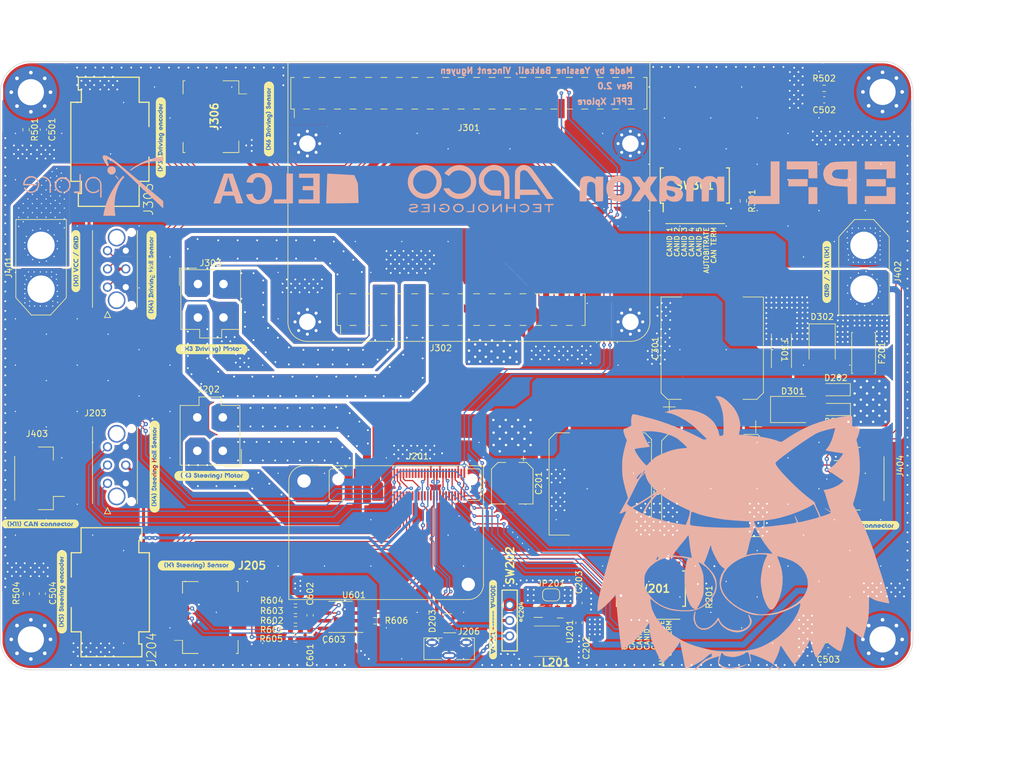
<source format=kicad_pcb>
(kicad_pcb (version 20221018) (generator pcbnew)
  (title_block (title "Steering/Driving Controller Interface PCB") (date "2023-03-22") (company "EPFL Xplore") (comment 2 "Author: Vincent Nguyen, Yassine Bakkali") (comment 4 "AISLER Project ID: UMHRLIUE"))
  (layers (0 "F.Cu" signal) (1 "In1.Cu" power "In1.Cu (GND)") (2 "In2.Cu" power "In2.Cu (GND)") (31 "B.Cu" signal) (34 "B.Paste" user) (35 "F.Paste" user) (36 "B.SilkS" user "B.Silkscreen") (37 "F.SilkS" user "F.Silkscreen") (38 "B.Mask" user) (39 "F.Mask" user) (44 "Edge.Cuts" user))
  (net 0 "")
  (net 1 "/Driving inteface/CANH")
  (net 2 "Net-(R201-Pad2)")
  (net 3 "Net-(C502-Pad1)")
  (net 4 "GND")
  (net 5 "Net-(C501-Pad1)")
  (net 6 "/Steering interface/Data{slash}HsDigIN4")
  (net 7 "/Steering interface/Data{slash}HsDigIN4\\")
  (net 8 "Vaux")
  (net 9 "/Steering interface/Data{slash}HsDigIN4_A53")
  (net 10 "Net-(R301-Pad2)")
  (net 11 "Net-(C504-Pad1)")
  (net 12 "Net-(C503-Pad1)")
  (net 13 "/Steering interface/USB_D-")
  (net 14 "/Steering interface/USB_D+")
  (net 15 "VBUS")
  (net 16 "VCC")
  (net 17 "VDD")
  (net 18 "/Steering interface/Clock{slash}HsDigOUT1_A55")
  (net 19 "/Steering interface/Clock{slash}HsDigOUT1")
  (net 20 "/Steering interface/Clock{slash}HsDigOUT1\\")
  (net 21 "Vsensor")
  (net 22 "/Steering interface/Auto bit rate")
  (net 25 "/Driving inteface/CANL")
  (net 26 "/Driving inteface/Auto bit rate")
  (net 30 "/Steering interface/M1{slash}+M")
  (net 31 "/Steering interface/M2{slash}-M")
  (net 32 "/Steering interface/M3")
  (net 33 "/Steering interface/Hall Sensor 1")
  (net 34 "/Steering interface/Channel A")
  (net 35 "/Steering interface/Hall Sensor 2")
  (net 36 "/Steering interface/Channel A\\")
  (net 37 "/Steering interface/Hall Sensor 3")
  (net 38 "/Steering interface/Channel B")
  (net 39 "/Steering interface/Channel B\\")
  (net 40 "/Steering interface/DigIN1")
  (net 41 "/Steering interface/Channel I")
  (net 42 "/Steering interface/DigIN2")
  (net 43 "/Steering interface/Channel I\\")
  (net 44 "/Steering interface/DigIN3")
  (net 45 "/Steering interface/AnIN1+")
  (net 46 "/Steering interface/DigIN4")
  (net 47 "/Steering interface/AnIN1-")
  (net 48 "/Steering interface/DigOUT1")
  (net 49 "/Steering interface/AnIN2+")
  (net 50 "/Steering interface/DigOUT2")
  (net 51 "/Steering interface/AnIN2-")
  (net 52 "/Steering interface/AnOUT1")
  (net 58 "/Steering interface/DSP_TxD")
  (net 60 "/Driving inteface/DigIN1")
  (net 61 "/Driving inteface/DigIN2")
  (net 62 "/Driving inteface/DigIN3")
  (net 63 "/Driving inteface/DigIN4")
  (net 64 "/Driving inteface/DigOUT1")
  (net 65 "/Driving inteface/DigOUT2")
  (net 66 "/Driving inteface/Channel A{slash}HsDigIN1")
  (net 67 "/Driving inteface/Channel A{slash}HsDigIN1\\")
  (net 68 "/Driving inteface/Channel B{slash}HsDigIN2")
  (net 69 "/Driving inteface/Channel B{slash}HsDigIN2\\")
  (net 70 "/Driving inteface/Clock{slash}HsDigOUT1")
  (net 71 "/Driving inteface/Clock{slash}HsDigOUT1\\")
  (net 72 "/Driving inteface/Data{slash}HsDigIN4")
  (net 73 "/Driving inteface/Data{slash}HsDigIN4\\")
  (net 74 "Vaux2")
  (net 75 "/Driving inteface/STO-OUT+")
  (net 76 "/Driving inteface/STO-OUT-")
  (net 77 "/Driving inteface/AnIN1+")
  (net 78 "/Driving inteface/AnIN1-")
  (net 79 "/Driving inteface/AnIN2+")
  (net 80 "/Driving inteface/AnIN2-")
  (net 81 "/Driving inteface/AnOUT1")
  (net 82 "/Driving inteface/AnOUT2")
  (net 83 "/Driving inteface/CAN ID 1")
  (net 84 "/Driving inteface/CAN ID 2")
  (net 85 "/Driving inteface/CAN ID 3")
  (net 86 "/Driving inteface/CAN ID 4")
  (net 87 "/Driving inteface/CAN ID 5")
  (net 88 "/Driving inteface/DSP_RxD")
  (net 89 "/Driving inteface/DSP_TxD")
  (net 90 "/Driving inteface/SPI_CLK")
  (net 91 "/Driving inteface/SPI_IRQ")
  (net 92 "/Driving inteface/SPI_SOMI")
  (net 93 "/Driving inteface/SPI_SIMO")
  (net 94 "/Driving inteface/SPI_CS2")
  (net 95 "/Driving inteface/SPI_CS1")
  (net 96 "/Driving inteface/M1{slash}+M")
  (net 97 "/Driving inteface/M2{slash}-M")
  (net 98 "/Driving inteface/M3")
  (net 99 "/Driving inteface/Hall sensor 1")
  (net 100 "/Driving inteface/Hall sensor 2")
  (net 101 "/Driving inteface/Hall sensor 3")
  (net 102 "Vsensor2")
  (net 103 "/Driving inteface/Channel A")
  (net 104 "/Driving inteface/Channel A\\")
  (net 105 "/Driving inteface/Channel B")
  (net 106 "/Driving inteface/Channel B\\")
  (net 107 "/Driving inteface/Channel I")
  (net 108 "/Driving inteface/Channel I\\")
  (net 117 "/Steering interface/CAN ID 1")
  (net 118 "/Steering interface/CAN ID 2")
  (net 119 "/Steering interface/CAN ID 3")
  (net 120 "/Steering interface/CAN ID 4")
  (net 121 "/Steering interface/CAN ID 5")
  (net 122 "/Steering interface/CAN ID 6")
  (net 123 "/Steering interface/RS422 Transceiver/ISL_RO")
  (net 124 "/Steering interface/RS422 Transceiver/ISL_A")
  (net 125 "/Steering interface/RS422 Transceiver/ISL_B")
  (net 126 "/Steering interface/MODE")
  (net 127 "/Steering interface/MAX_VCC")
  (net 128 "/Steering interface/LX")
  (net 129 "/Steering interface/VCC_FUSED")
  (net 130 "/Driving inteface/VCC_FUSED")
  (footprint "Resistor_SMD:R_0603_1608Metric" (layer "F.Cu") (at 137.55 136.34)
    (fp_text reference "R606")
    (fp_text value "1k")
  )
  (footprint "0_switch:450301014042" (layer "F.Cu") (at 161.7 138.29 -90)
    (fp_text reference "SW202")
    (fp_text value "450301014042" hide)
  )
  (footprint "MountingHole:MountingHole_2.7mm_M2.5_Pad_Via" (layer "F.Cu") (at 179.55 57.9 90)
    (fp_text reference "H303" hide)
    (fp_text value "M2.5 (2.7mm)")
  )
  (footprint "MountingHole:MountingHole_2.7mm_M2.5_Pad_Via" (layer "F.Cu") (at 126.45 87.2 90)
    (fp_text reference "H301" hide)
    (fp_text value "M2.5 (2.7mm)")
  )
  (footprint "Capacitor_SMD:C_0603_1608Metric" (layer "F.Cu") (at 212.075 141.27 180)
    (fp_text reference "C503")
    (fp_text value "330nF")
  )
  (footprint "MountingHole:MountingHole_2.2mm_M2_Pad" (layer "F.Cu") (at 152.9 130.350001)
    (fp_text reference "H202" hide)
    (fp_text value "M2 (2.2mm)")
  )
  (footprint "Resistor_SMD:R_0603_1608Metric" (layer "F.Cu") (at 124.5 134.64)
    (fp_text reference "R603")
    (fp_text value "20k")
  )
  (footprint "0_connectors:MOLEX_5031541090" (layer "F.Cu") (at 110.6 53.47 90)
    (fp_text reference "J306")
    (fp_text value "Sensor (X6) - Molex CLIK-Mate" hide)
  )
  (footprint "Resistor_SMD:R_0603_1608Metric" (layer "F.Cu") (at 211.39 48.82 180)
    (fp_text reference "R502")
    (fp_text value "100k")
  )
  (footprint "kibuzzard-6421C5E9" (layer "F.Cu") (at 108.204 127.254)
    (fp_text reference "kibuzzard-6421C5E9" hide)
    (fp_text value "G***" hide)
  )
  (footprint "0_connectors:MOLEX_43045-0624" (layer "F.Cu") (at 95.1 110.74285 -90)
    (fp_text reference "J203")
    (fp_text value "Hall Sensor (X4) - Molex Micro-Fit 3.0")
  )
  (footprint "MountingHole:MountingHole_4.3mm_M4_Pad_Via" (layer "F.Cu") (at 80.999 49.45 90)
    (fp_text reference "H501" hide)
    (fp_text value "M4 (4.3mm)")
  )
  (footprint "kibuzzard-6421CC3B" (layer "F.Cu") (at 110.744 112.522)
    (fp_text reference "kibuzzard-6421CC3B" hide)
    (fp_text value "G***" hide)
  )
  (footprint "Resistor_SMD:R_0603_1608Metric" (layer "F.Cu") (at 190.6 132.4 -90)
    (fp_text reference "R201")
    (fp_text value "120R")
  )
  (footprint "0_transceiver:ISL8490E-SOIC-8" (layer "F.Cu") (at 131.79 135.695 180)
    (fp_text reference "U601")
    (fp_text value "ISL8490E")
  )
  (footprint "kibuzzard-6421CB63" (layer "F.Cu") (at 156.972 136.144 -90)
    (fp_text reference "kibuzzard-6421CB63" hide)
    (fp_text value "G***" hide)
  )
  (footprint "Capacitor_SMD:CP_Elec_6.3x7.7" (layer "F.Cu") (at 160.13 113.72 -90)
    (fp_text reference "C201")
    (fp_text value "68uF (EEHZA1V680XP)")
  )
  (footprint "0_connectors:SAMTEC-HTST-105-01-X-DV" (layer "F.Cu") (at 93.8 57.6 90)
    (fp_text reference "J305")
    (fp_text value "Encoder (X5) - Pin headers 2.54mm" hide)
  )
  (footprint "Jumper:SolderJumper-2_P1.3mm_Open_RoundedPad1.0x1.5mm" (layer "F.Cu") (at 166.525 132.075)
    (fp_text reference "JP201")
    (fp_text value "DCDC_PWM_MODE")
  )
  (footprint "kibuzzard-6421C45D" (layer "F.Cu") (at 100.838 79.502 90)
    (fp_text reference "kibuzzard-6421C45D" hide)
    (fp_text value "G***" hide)
  )
  (footprint "Resistor_SMD:R_0603_1608Metric" (layer "F.Cu") (at 124.5 136.190001)
    (fp_text reference "R602")
    (fp_text value "150R")
  )
  (footprint "Diode_SMD:D_SMB" (layer "F.Cu") (at 206.248 101.6)
    (fp_text reference "D301")
    (fp_text value "SMBJ54A")
  )
  (footprint "Connector_AMASS:AMASS_XT60-M_1x02_P7.20mm_Vertical" (layer "F.Cu") (at 217.95 74.625 -90)
    (fp_text reference "J402")
    (fp_text value "Power supply (X1) - XT60")
  )
  (footprint "Capacitor_SMD:C_0603_1608Metric" (layer "F.Cu") (at 82.88 131.88 90)
    (fp_text reference "C504")
    (fp_text value "330nF")
  )
  (footprint "Capacitor_SMD:CP_Elec_16x17.5" (layer "F.Cu") (at 174.6 113.8425 -90)
    (fp_text reference "C303")
    (fp_text value "390uF 63V (UCZ1J391MNS1MS)")
  )
  (footprint "0_fuse:Fuseholder_Littelfuse_Nano2_157x" (layer "F.Cu") (at 217.89 92.32 -90)
    (fp_text reference "F201")
    (fp_text value "0157010")
  )
  (footprint "Capacitor_SMD:C_0603_1608Metric" (layer "F.Cu") (at 134.4 139.34 180)
    (fp_text reference "C603")
    (fp_text value "0.1uF 50V X7R")
  )
  (footprint "0_fuse:0456 020" (layer "F.Cu") (at 204.375 91.95 -90)
    (fp_text reference "F301")
    (fp_text value "0456 020")
  )
  (footprint "MountingHole:MountingHole_2.2mm_M2_Pad" (layer "F.Cu") (at 125.9 113.350001)
    (fp_text reference "H201" hide)
    (fp_text value "M2 (2.2mm)")
  )
  (footprint "Resistor_SMD:R_0603_1608Metric" (layer "F.Cu") (at 124.500001 137.79)
    (fp_text reference "R601")
    (fp_text value "150R")
  )
  (footprint "0_switch:2188LPST" (layer "F.Cu") (at 182.925 131.05)
    (fp_text reference "SW201")
    (fp_text value "218-8LPST" hide)
  )
  (footprint "MountingHole:MountingHole_4.3mm_M4_Pad_Via" (layer "F.Cu") (at 80.999581 139.399581 90)
    (fp_text reference "H504" hide)
    (fp_text value "M4 (4.3mm)")
  )
  (footprint "Connector_AMASS:AMASS_XT60-M_1x02_P7.20mm_Vertical" (layer "F.Cu") (at 82.675 81.825 90)
    (fp_text reference "J401")
    (fp_text value "Power supply (X1) - XT60")
  )
  (footprint "MountingHole:MountingHole_2.7mm_M2.5_Pad_Via" (layer "F.Cu") (at 179.55 87.2 90)
    (fp_text reference "H304" hide)
    (fp_text value "M2.5 (2.7mm)")
  )
  (footprint "0_connectors:MOLEX_5025840460" (layer "F.Cu") (at 217.54 112.98 -90)
    (fp_text reference "J404")
    (fp_text value "CAN2 (X12) - Molex CLIK-Mate")
  )
  (footprint "kibuzzard-6421C548" (layer "F.Cu") (at 86.106 131.572 90)
    (fp_text reference "kibuzzard-6421C548" hide)
    (fp_text value "G***" hide)
  )
  (footprint "Diode_SMD:D_SMB" (layer "F.Cu") (at 211.074 91.186 -90)
    (fp_text reference "D302")
    (fp_text value "SMBJ54A")
  )
  (footprint "0_connectors:MOLEX_5031541090" (layer "F.Cu") (at 110.5 135.8 -90)
    (fp_text reference "J205")
    (fp_text value "Sensor (X6) - Molex CLIK-Mate" hide)
  )
  (footprint "Resistor_SMD:R_0603_1608Metric" (layer "F.Cu") (at 198.12 67.31 -90)
    (fp_text reference "R301")
    (fp_text value "120R")
  )
  (footprint "kibuzzard-6421CC2C" (layer "F.Cu") (at 110.744 91.694)
    (fp_text reference "kibuzzard-6421CC2C" hide)
    (fp_text value "G***" hide)
  )
  (footprint "0_maxon_controllers:Micro_24_5_CAN" (layer "F.Cu") (at 142.5 113.95)
    (fp_text reference "G201" hide)
    (fp_text value "~" hide)
  )
  (footprint "MountingHole:MountingHole_2.7mm_M2.5_Pad_Via" (layer "F.Cu") (at 126.449999 57.9 90)
    (fp_text reference "H302" hide)
    (fp_text value "M2.5 (2.7mm)")
  )
  (footprint "kibuzzard-6421C452" (layer "F.Cu") (at 88.392 77.216 90)
    (fp_text reference "kibuzzard-6421C452" hide)
    (fp_text value "G***" hide)
  )
  (footprint "0_connectors:Samtec_LSHM-140-xx.x-x-DV-N_2x40_P0.50mm_Vertical" (layer "F.Cu") (at 142.5 113.95)
    (fp_text reference "J201")
    (fp_text value "EPOS4 Micro 24/5 CAN Terminal/socket (LSHM-140-02.5-L-DV-A-N-K-TR)")
  )
  (footprint "Capacitor_SMD:C_1206_3216Metric" (layer "F.Cu") (at 164.4 134.865)
    (fp_text reference "C204")
    (fp_text value "10uF 6.3V X7R")
  )
  (footprint "Diode_SMD:D_SOD-123" (layer "F.Cu") (at 213.335 98.35 180)
    (fp_text reference "D202")
    (fp_text value "SMF30A")
  )
  (footprint "kibuzzard-6421C577" (layer "F.Cu") (at 102.362 56.896 90)
    (fp_text reference "kibuzzard-6421C577" hide)
    (fp_text value "G***" hide)
  )
  (footprint "MountingHole:MountingHole_4.3mm_M4_Pad_Via" (layer "F.Cu") (at 221 139.4)
    (fp_text reference "H503" hide)
    (fp_text value "M4 (4.3mm)")
  )
  (footprint "0_connectors:SAMTEC-HTST-105-01-X-DV" (layer "F.Cu") (at 94.25 131.65 -90)
    (fp_text reference "J204")
    (fp_text value "Encoder (X5) - Pin headers 2.54mm" hide)
  )
  (footprint "0_connectors:MOLEX_5025840460" (layer "F.Cu") (at 82.04 112.92 90)
    (fp_text reference "J403")
    (fp_text value "CAN 1 (X11) - Molex CLIK-Mate")
  )
  (footprint "0_connectors:SSM-123-L-DV" (layer "F.Cu") (at 153 49.62 90)
    (fp_text reference "J301")
    (fp_text value "02x23 Socket header (SSM-123-L-DV)")
  )
  (footprint "0_maxon_controllers:Compact_50_8_CAN" (layer "F.Cu") (at 153 49.62 90)
    (fp_text reference "G301" hide)
    (fp_text value "~")
  )
  (footprint "Capacitor_SMD:C_0603_1608Metric" (layer "F.Cu") (at 126.9 138.54 -90)
    (fp_text reference "C601")
    (fp_text value "220pF 50V C0G")
  )
  (footprint "0_connectors:SSM-116-L-DV" (layer "F.Cu") (at 151.73 85.18 90)
    (fp_text reference "J302")
    (fp_text value "02x16 Socket header (SSM-116-L-DV)")
  )
  (footprint "Package_TO_SOT_SMD:SOT-143" (layer "F.Cu") (at 149.5 136.75 180)
    (fp_text reference "D203")
    (fp_text value "PRTR5V0U2X")
  )
  (footprint "0_inductors:LQH5BPB100MT0L" (layer "F.Cu") (at 165.8 139.7 180)
    (fp_text reference "L201")
    (fp_text value "LQH5BPH470MT0L (47uH)" hide)
  )
  (footprint "Capacitor_SMD:CP_Elec_16x17.5" (layer "F.Cu") (at 193.1 114.1 -90)
    (fp_text reference "C302")
    (fp_text value "390uF 63V (UCZ1J391MNS1MS)")
  )
  (footprint "kibuzzard-6421C5BF" (layer "F.Cu") (at 120.142 53.848 90)
    (fp_text reference "kibuzzard-6421C5BF" hide)
    (fp_text value "G***" hide)
  )
  (footprint "Resistor_SMD:R_0603_1608Metric" (layer "F.Cu") (at 212.075 138.07 180)
    (fp_text reference "R503")
    (fp_text value "100k")
  )
  (footprint "Resistor_SMD:R_0603_1608Metric" (layer "F.Cu") (at 124.5 133.04 180)
    (fp_text reference "R604")
    (fp_text value "20k")
  )
  (footprint "0_connectors:Molex_Mini-Fit_Jr_5566-04A_2x02_P4.20mm_Vertical" (layer "F.Cu") (at 112.55 108.4 180)
    (fp_text reference "J202")
    (fp_text value "Motor (X3) - Molex Mini-Fit Jr.")
  )
  (footprint "0_regulator:MAX15462BATA" (layer "F.Cu") (at 168.52 134.765 180)
    (fp_text reference "U201")
    (fp_text value "MAX15462BATA+T")
  )
  (footprint "0_connectors:USB_Micro-B_Molex-105133-0001" (layer "F.Cu") (at 149.75 140.975)
    (fp_text reference "J206")
    (fp_text value "USB_B_Micro")
  )
  (footprint "Capacitor_SMD:C_0603_1608Metric" (layer "F.Cu") (at 83.05 55.59 -90)
    (fp_text reference "C501")
    (fp_text value "330nF")
  )
  (footprint "Capacitor_SMD:C_0603_1608Metric" (layer "F.Cu") (at 211.415 50.7 180)
    (fp_text reference "C502")
    (fp_text value "330nF")
  )
  (footprint "kibuzzard-6421C46C" (layer "F.Cu") (at 101.346 110.998 90)
    (fp_text reference "kibuzzard-6421C46C" hide)
    (fp_text value "G***" hide)
  )
  (footprint "0_connectors:MOLEX_43045-0624" (layer "F.Cu") (at 95.1 78.49285 -90)
    (fp_text reference "J304")
    (fp_text value "Hall Sensor (X4) - Molex Micro-Fit 3.0")
  )
  (footprint "MountingHole:MountingHole_4.3mm_M4_Pad_Via" (layer "F.Cu") (at 221 49.4)
    (fp_text reference "H502" hide)
    (fp_text value "M4 (4.3mm)")
  )
  (footprint "0_switch:2188LPST" (layer "F.Cu") (at 190.145 64.79)
    (fp_text reference "SW301")
    (fp_text value "218-8LPST" hide)
  )
  (footprint "Capacitor_SMD:C_0603_1608Metric" (layer "F.Cu") (at 126.9 135.44 90)
    (fp_text reference "C602")
    (fp_text value "220pF 50V C0G")
  )
  (footprint "kibuzzard-6421C441" (layer "F.Cu") (at 217.424 120.65)
    (fp_text reference "kibuzzard-6421C441" hide)
    (fp_text value "G***" hide)
  )
  (footprint "0_connectors:Molex_Mini-Fit_Jr_5566-04A_2x02_P4.20mm_Vertical" (layer "F.Cu") (at 108.46 80.98)
    (fp_text reference "J303")
    (fp_text value "Motor (X3) - Molex Mini-Fit Jr.")
  )
  (footprint "Resistor_SMD:R_0603_1608Metric" (layer "F.Cu") (at 80.2 55.6 -90)
    (fp_text reference "R501")
    (fp_text value "100k")
  )
  (footprint "Resistor_SMD:R_0603_1608Metric" (layer "F.Cu") (at 80.25 131.89 90)
    (fp_text reference "R504")
    (fp_text value "100k")
  )
  (footprint "Resistor_SMD:R_0603_1608Metric" (layer "F.Cu") (at 124.5 139.34)
    (fp_text reference "R605")
    (fp_text value "22k")
  )
  (footprint "Capacitor_SMD:CP_Elec_16x17.5" (layer "F.Cu") (at 193 91.525 90)
    (fp_text reference "C301")
    (fp_text value "390uF 63V (UCZ1J391MNS1MS)")
  )
  (footprint "kibuzzard-6421C441" (layer "F.Cu") (at 82.55 120.396)
    (fp_text reference "kibuzzard-6421C441" hide)
    (fp_text value "G***" hide)
  )
  (footprint "kibuzzard-6421C47E" (layer "F.Cu") (at 211.836 78.994 -90)
    (fp_text reference "kibuzzard-6421C47E" hide)
    (fp_text value "G***" hide)
  )
  (footprint "Capacitor_SMD:C_0603_1608Metric" (layer "F.Cu") (at 171.1 133.4 90)
    (fp_text reference "C203")
    (fp_text value "1uF 6.3V X7R")
  )
  (footprint "Diode_SMD:D_SOD-123" (layer "F.Cu") (at 213.36 101.6 180)
    (fp_text reference "D201")
    (fp_text value "SMF30A")
  )
  (footprint "Capacitor_SMD:C_0603_1608Metric" (layer "F.Cu") (at 171.1 136.675 90)
    (fp_text reference "C202")
    (fp_text value "1uF 50V X7R")
  )
  (footprint "LOGO" (layer "B.Cu") (at 154.94 65.278 180)
    (fp_text reference "G***" hide)
    (fp_text value "LOGO" hide)
  )
  (footprint "LOGO" (layer "B.Cu") (at 198.841252 121.920743 180)
    (fp_text reference "G***" hide)
    (fp_text value "LOGO" hide)
  )
  (footprint "LOGO" (layer "B.Cu") (at 122.936 65.278 180)
    (fp_text reference "G***" hide)
    (fp_text value "LOGO" hide)
  )
  (footprint "LOGO" (layer "B.Cu") (at 183.134 65.278 180)
    (fp_text reference "G***" hide)
    (fp_text value "LOGO" hide)
  )
  (footprint "LOGO" (layer "B.Cu") (at 211.074 64.262 180)
    (fp_text reference "G***" hide)
    (fp_text value "LOGO" hide)
  )
  (footprint "LOGO" (layer "B.Cu") (at 91.186 64.77 180)
    (fp_text reference "G***" hide)
    (fp_text value "LOGO" hide)
  )
  (gr_line (start 178.01 136.085237) (end 187.69 136.085237) (stroke (width 0.15)) (layer "F.SilkS"))
  (gr_line (start 185.36 71.05) (end 195.04 71.05) (stroke (width 0.15)) (layer "F.SilkS"))
  (gr_line (start 221 44.399001) (end 81 44.399001) (stroke (width 0.1)) (layer "Edge.Cuts"))
  (gr_line (start 226.000999 139.399001) (end 226.000999 49.4) (stroke (width 0.1)) (layer "Edge.Cuts"))
  (gr_arc (start 221 44.399001) (mid 224.53624 45.86376) (end 226.000999 49.4) (stroke (width 0.1)) (layer "Edge.Cuts"))
  (gr_line (start 75.999001 49.400999) (end 75.999001 139.4) (stroke (width 0.1)) (layer "Edge.Cuts"))
  (gr_arc (start 75.999001 49.400999) (mid 77.46376 45.864759) (end 81 44.4) (stroke (width 0.1)) (layer "Edge.Cuts"))
  (gr_line (start 81.000999 144.400999) (end 221 144.400999) (stroke (width 0.1)) (layer "Edge.Cuts"))
  (gr_arc (start 81.000999 144.400999) (mid 77.464759 142.93624) (end 76 139.4) (stroke (width 0.1)) (layer "Edge.Cuts"))
  (gr_arc (start 226.000999 139.399001) (mid 224.53624 142.935241) (end 221 144.4) (stroke (width 0.1)) (layer "Edge.Cuts"))
  (gr_text "Rev 2.0" (at 180.086 49.022) (layer "B.SilkS") (effects (font (size 1 1) (thickness 0.3) bold) (justify left bottom mirror)))
  (gr_text "Made by Yassine Bakkali, Vincent Nguyen\n" (at 180.086 46.482) (layer "B.SilkS") (effects (font (size 1 1) (thickness 0.3) bold) (justify left bottom mirror)))
  (gr_text "EPFL Xplore\n" (at 180.086 51.562) (layer "B.SilkS") (effects (font (size 1 1) (thickness 0.3) bold) (justify left bottom mirror)))
  (gr_text "CANID 1" (at 179.11 141.22 90) (layer "F.SilkS") (effects (font (size 0.8 0.8)) (justify left bottom)))
  (gr_text "CAN TERM" (at 193.72 77.714763 90) (layer "F.SilkS") (effects (font (size 0.8 0.8)) (justify left bottom)))
  (gr_text "CANID 4\n" (at 182.74 141.22 90) (layer "F.SilkS") (effects (font (size 0.8 0.8)) (justify left bottom)))
  (gr_text "CANID 1" (at 186.46 76.61 90) (layer "F.SilkS") (effects (font (size 0.8 0.8)) (justify left bottom)))
  (gr_text "CANID 4\n" (at 190.09 76.61 90) (layer "F.SilkS") (effects (font (size 0.8 0.8)) (justify left bottom)))
  (gr_text "CAN TERM" (at 186.37 142.324763 90) (layer "F.SilkS") (effects (font (size 0.8 0.8)) (justify left bottom)))
  (gr_text "AUTOBITRATE" (at 192.51 79.314762 90) (layer "F.SilkS") (effects (font (size 0.8 0.8)) (justify left bottom)))
  (gr_text "CANID 5\n" (at 191.3 76.61 90) (layer "F.SilkS") (effects (font (size 0.8 0.8)) (justify left bottom)))
  (gr_text "AUTOBITRATE" (at 185.16 143.924762 90) (layer "F.SilkS") (effects (font (size 0.8 0.8)) (justify left bottom)))
  (gr_text "CANID 3\n" (at 181.53 141.22 90) (layer "F.SilkS") (effects (font (size 0.8 0.8)) (justify left bottom)))
  (gr_text "CANID 2\n" (at 180.32 141.22 90) (layer "F.SilkS") (effects (font (size 0.8 0.8)) (justify left bottom)))
  (gr_text "CANID 2\n" (at 187.67 76.61 90) (layer "F.SilkS") (effects (font (size 0.8 0.8)) (justify left bottom)))
  (gr_text "CANID 3\n" (at 188.88 76.61 90) (layer "F.SilkS") (effects (font (size 0.8 0.8)) (justify left bottom)))
  (gr_text "CANID 5\n" (at 183.95 141.22 90) (layer "F.SilkS") (effects (font (size 0.8 0.8)) (justify left bottom)))
  (segment (start 97.836827 103.05) (end 91.45 103.05) (width 0.2) (layer "F.Cu") (net 1))
  (segment (start 223.2 68.514) (end 222.758 68.072) (width 0.2) (layer "F.Cu") (net 1))
  (segment (start 189.756 63.246) (end 173.896 63.246) (width 0.2) (layer "F.Cu") (net 1))
  (segment (start 99.875 105.13) (end 99.875 105.088173) (width 0.2) (layer "F.Cu") (net 1))
  (segment (start 190.625 130.3) (end 190.625 131.55) (width 0.2) (layer "F.Cu") (net 1))
  (segment (start 168.2 49.6) (end 168.24 49.64) (width 0.2) (layer "F.Cu") (net 1))
  (segment (start 199.205 66.485) (end 198.12 66.485) (width 0.2) (layer "F.Cu") (net 1))
  (segment (start 168.24 55) (end 168.24 52.145) (width 0.2) (layer "F.Cu") (net 1))
  (segment (start 198.12 66.485) (end 192.995 66.485) (width 0.2) (layer "F.Cu") (net 1))
  (segment (start 222.758 68.072) (end 200.792 68.072) (width 0.2) (layer "F.Cu") (net 1))
  (segment (start 175.2 91) (end 175.2 70.2) (width 0.2) (layer "F.Cu") (net 1))
  (segment (start 214.27 110.73) (end 210.93 110.73) (width 0.2) (layer "F.Cu") (net 1))
  (segment (start 190.625 131.55) (end 190.6 131.575) (width 0.2) (layer "F.Cu") (net 1))
  (segment (start 88.45 106.05) (end 88.45 114.32) (width 0.2) (layer "F.Cu") (net 1))
  (segment (start 88.45 114.32) (end 87.6 115.17) (width 0.2) (layer "F.Cu") (net 1))
  (segment (start 168.24 49.64) (end 168.24 52.145) (width 0.2) (layer "F.Cu") (net 1))
  (segment (start 210.28 110.08) (end 210.28 109.252) (width 0.2) (layer "F.Cu") (net 1))
  (segment (start 223.2 104.968) (end 223.2 68.514) (width 0.2) (layer "F.Cu") (net 1))
  (segment (start 210.28 109.252) (end 214.122 105.41) (width 0.2) (layer "F.Cu") (net 1))
  (segment (start 210.93 110.73) (end 210.28 110.08) (width 0.2) (layer "F.Cu") (net 1))
  (segment (start 99.875 105.088173) (end 97.836827 103.05) (width 0.2) (layer "F.Cu") (net 1))
  (segment (start 168.24 57.59) (end 168.24 55) (width 0.2) (layer "F.Cu") (net 1))
  (segment (start 222.758 105.41) (end 223.2 104.968) (width 0.2) (layer "F.Cu") (net 1))
  (segment (start 175.2 70.2) (end 176.4 69) (width 0.2) (layer "F.Cu") (net 1))
  (segment (start 152.25 110.8) (end 152.25 112.1) (width 0.2) (layer "F.Cu") (net 1))
  (segment (start 87.6 115.17) (end 85.31 115.17) (width 0.2) (layer "F.Cu") (net 1))
  (segment (start 173.896 63.246) (end 168.24 57.59) (width 0.2) (layer "F.Cu") (net 1))
  (segment (start 91.45 103.05) (end 88.45 106.05) (width 0.2) (layer "F.Cu") (net 1))
  (segment (start 200.792 68.072) (end 199.205 66.485) (width 0.2) (layer "F.Cu") (net 1))
  (segment (start 192.995 66.485) (end 189.756 63.246) (width 0.2) (layer "F.Cu") (net 1))
  (segment (start 214.122 105.41) (end 222.758 105.41) (width 0.2) (layer "F.Cu") (net 1))
  (via (at 168.2 49.6) (size 0.6) (drill 0.2) (layers "F.Cu" "B.Cu") (net 1))
  (via (at 176.4 69) (size 0.6) (drill 0.2) (layers "F.Cu" "B.Cu") (net 1))
  (via (at 152.25 110.8) (size 0.7) (drill 0.3) (layers "F.Cu" "B.Cu") (net 1))
  (via (at 175.2 91) (size 0.6) (drill 0.2) (layers "F.Cu" "B.Cu") (net 1))
  (via (at 190.625 130.3) (size 0.7) (drill 0.3) (layers "F.Cu" "B.Cu") (net 1))
  (via (at 99.875 105.13) (size 0.7) (drill 0.3) (layers "F.Cu" "B.Cu") (net 1))
  (segment (start 141.156 110.744) (end 137.25 114.65) (width 0.2) (layer "B.Cu") (net 1))
  (segment (start 137.25 114.65) (end 131.06 114.65) (width 0.2) (layer "B.Cu") (net 1))
  (segment (start 186 124.6) (end 190.625 129.225) (width 0.2) (layer "B.Cu") (net 1))
  (segment (start 155.75 113.82972) (end 155.75 114.35) (width 0.2) (layer "B.Cu") (net 1))
  (segment (start 99.875 109.05) (end 99.875 105.13) (width 0.2) (layer "B.Cu") (net 1))
  (segment (start 107.405 116.58) (end 99.875 109.05) (width 0.2) (layer "B.Cu") (net 1))
  (segment (start 175.4 90.8) (end 175.2 91) (width 0.2) (layer "B.Cu") (net 1))
  (segment (start 175.2 94.2) (end 174.4 95) (width 0.2) (layer "B.Cu") (net 1))
  (segment (start 152.194 110.744) (end 141.156 110.744) (width 0.2) (layer "B.Cu") (net 1))
  (segment (start 159.4 95) (end 152.25 102.15) (width 0.2) (layer "B.Cu") (net 1))
  (segment (start 152.25 110.8) (end 152.194 110.744) (width 0.2) (layer "B.Cu") (net 1))
  (segment (start 152.72028 110.8) (end 155.75 113.82972) (width 0.2) (layer "B.Cu") (net 1))
  (segment (start 190.625 129.225) (end 190.625 130.3) (width 0.2) (layer "B.Cu") (net 1))
  (segment (start 155.75 114.35) (end 166 124.6) (width 0.2) (layer "B.Cu") (net 1))
  (segment (start 168.2 54.96) (end 168.2 49.6) (width 0.2) (layer "B.Cu") (net 1))
  (segment (start 175.2 91) (end 175.2 94.2) (width 0.2) (layer "B.Cu") (net 1))
  (segment (start 176.4 63.16) (end 168.2 54.96) (width 0.2) (layer "B.Cu") (net 1))
  (segment (start 174.4 95) (end 159.4 95) (width 0.2) (layer "B.Cu") (net 1))
  (segment (start 131.06 114.65) (end 129.13 116.58) (width 0.2) (layer "B.Cu") (net 1))
  (segment (start 152.25 110.8) (end 152.72028 110.8) (width 0.2) (layer "B.Cu") (net 1))
  (segment (start 129.13 116.58) (end 107.405 116.58) (width 0.2) (layer "B.Cu") (net 1))
  (segment (start 166 124.6) (end 186 124.6) (width 0.2) (layer "B.Cu") (net 1))
  (segment (start 152.25 102.15) (end 152.25 110.8) (width 0.2) (layer "B.Cu") (net 1))
  (segment (start 176.4 69) (end 176.4 63.16) (width 0.2) (layer "B.Cu") (net 1))
  (segment (start 186.1 134.86) (end 186.1 133.55) (width 0.2) (layer "F.Cu") (net 2))
  (segment (start 186.1 133.55) (end 186.425 133.225) (width 0.2) (layer "F.Cu") (net 2))
  (segment (start 186.425 133.225) (end 190.6 133.225) (width 0.2) (layer "F.Cu") (net 2))
  (segment (start 212.22 50.67) (end 212.22 48.825) (width 0.2) (layer "F.Cu") (net 3))
  (segment (start 212.22 48.825) (end 212.215 48.82) (width 0.2) (layer "F.Cu") (net 3))
  (segment (start 212.19 50.7) (end 212.22 50.67) (width 0.2) (layer "F.Cu") (net 3))
  (segment (start 125.325 139.34) (end 126.875 139.34) (width 0.15) (layer "F.Cu") (net 4))
  (segment (start 126.875 139.34) (end 126.9 139.315) (width 0.15) (layer "F.Cu") (net 4))
  (segment (start 151.1 141.4) (end 151.1 138.7) (width 0.2) (layer "F.Cu") (net 4))
  (segment (start 148.25 117.45) (end 148 117.7) (width 0.2) (layer "F.Cu") (net 4))
  (segment (start 151.25 115.8) (end 151.25 117.21) (width 0.2) (layer "F.Cu") (net 4))
  (segment (start 126.9 134.665) (end 125.35 134.665) (width 0.15) (layer "F.Cu") (net 4))
  (segment (start 148.25 112.1) (end 148.25 110.61) (width 0.2) (layer "F.Cu") (net 4))
  (segment (start 151.05 140.15) (end 151.05 141.35) (width 0.2) (layer "F.Cu") (net 4))
  (segment (start 151.25 112.1) (end 151.25 107.55) (width 0.2) (layer "F.Cu") (net 4))
  (segment (start 151.05 141.35) (end 151.1 141.4) (width 0.2) (layer "F.Cu") (net 4))
  (segment (start 148.25 114.9) (end 148.15 114.8) (width 0.2) (layer "F.Cu") (net 4))
  (segment (start 151.25 107.55) (end 150.9 107.2) (width 0.2) (layer "F.Cu") (net 4))
  (segment (start 125.35 134.665) (end 125.325 134.64) (width 0.15) (layer "F.Cu") (net 4))
  (segment (start 148.15 114.8) (end 146.8 114.8) (width 0.2) (layer "F.Cu") (net 4))
  (segment (start 152.55 139.9) (end 152.3 140.15) (width 0.2) (layer "F.Cu") (net 4))
  (segment (start 146.75 112.1) (end 146.75 110.62) (width 0.2) (layer "F.Cu") (net 4))
  (segment (start 148.25 110.61) (end 148 110.36) (width 0.2) (layer "F.Cu") (net 4))
  (segment (start 146.75 114.85) (end 146.8 114.8) (width 0.2) (layer "F.Cu") (net 4))
  (segment (start 148.25 114.9) (end 148.25 115.8) (width 0.2) (layer "F.Cu") (net 4))
  (segment (start 146.75 115.8) (end 146.75 114.85) (width 0.2) (layer "F.Cu") (net 4))
  (segment (start 148.25 115.8) (end 148.25 117.45) (width 0.2) (layer "F.Cu") (net 4))
  (segment (start 146.75 110.62) (end 146.79 110.58) (width 0.2) (layer "F.Cu") (net 4))
  (segment (start 152.3 140.15) (end 151.05 140.15) (width 0.2) (layer "F.Cu") (net 4))
  (segment (start 165.875 132.075) (end 165.875 134.865) (width 0.75) (layer "F.Cu") (net 4))
  (via (at 103.865 137.494) (size 0.6) (drill 0.2) (layers "F.Cu" "B.Cu") (net 4))
  (via (at 170.9 93.3) (size 0.7) (drill 0.3) (layers "F.Cu" "B.Cu") (net 4))
  (via (at 90.71 47.57) (size 0.7) (drill 0.3) (layers "F.Cu" "B.Cu") (net 4))
  (via (at 219 71.8) (size 0.6) (drill 0.2) (layers "F.Cu" "B.Cu") (net 4))
  (via (at 114.49 91.1) (size 0.7) (drill 0.3) (layers "F.Cu" "B.Cu") (net 4))
  (via (at 163.5 129.7) (size 0.7) (drill 0.3) (layers "F.Cu" "B.Cu") (net 4))
  (via (at 147.258 77.662) (size 0.7) (drill 0.3) (layers "F.Cu" "B.Cu") (net 4))
  (via (at 84.11 59.64) (size 0.7) (drill 0.3) (layers "F.Cu" "B.Cu") (net 4))
  (via (at 200.6 143.6) (size 0.7) (drill 0.3) (layers "F.Cu" "B.Cu") (net 4))
  (via (at 166.2 143.6) (size 0.7) (drill 0.3) (layers "F.Cu" "B.Cu") (net 4))
  (via (at 76.8 57) (size 0.7) (drill 0.3) (layers "F.Cu" "B.Cu") (net 4))
  (via (at 139.458 76.962) (size 0.7) (drill 0.3) (layers "F.Cu" "B.Cu") (net 4))
  (via (at 152.125 134.954) (size 0.6) (drill 0.2) (layers "F.Cu" "B.Cu") (net 4))
  (via (at 220.705 127.334) (size 0.6) (drill 0.2) (layers "F.Cu" "B.Cu") (net 4))
  (via (at 206.47 45.43) (size 0.7) (drill 0.3) (layers "F.Cu" "B.Cu") (net 4))
  (via (at 218.165 112.094) (size 0.6) (drill 0.2) (layers "F.Cu" "B.Cu") (net 4))
  (via (at 80.01 84.074) (size 0.6) (drill 0.2) (layers "F.Cu" "B.Cu") (net 4))
  (via (at 194.2 143.6) (size 0.7) (drill 0.3) (layers "F.Cu" "B.Cu") (net 4))
  (via (at 223.83 131.62) (size 0.7) (drill 0.3) (layers "F.Cu" "B.Cu") (net 4))
  (via (at 145.22 108.266) (size 0.7) (drill 0.3) (layers "F.Cu" "B.Cu") (net 4))
  (via (at 83.566 84.6) (size 0.6) (drill 0.2) (layers "F.Cu" "B.Cu") (net 4))
  (via (at 96.245 124.794) (size 0.6) (drill 0.2) (layers "F.Cu" "B.Cu") (net 4))
  (via (at 152.125 142.574) (size 0.6) (drill 0.2) (layers "F.Cu" "B.Cu") (net 4))
  (via (at 82.37 129.01) (size 0.7) (drill 0.3) (layers "F.Cu" "B.Cu") (net 4))
  (via (at 89.41 141.44) (size 0.7) (drill 0.3) (layers "F.Cu" "B.Cu") (net 4))
  (via (at 208 143.6) (size 0.7) (drill 0.3) (layers "F.Cu" "B.Cu") (net 4))
  (via (at 141.965 142.574) (size 0.6) (drill 0.2) (layers "F.Cu" "B.Cu") (net 4))
  (via (at 156.8 143.6) (size 0.7) (drill 0.3) (layers "F.Cu" "B.Cu") (net 4))
  (via (at 209.37 141.39) (size 0.7) (drill 0.3) (layers "F.Cu" "B.Cu") (net 4))
  (via (at 215.4 77) (size 0.6) (drill 0.2) (layers "F.Cu" "B.Cu") (net 4))
  (via (at 192.765 134.954) (size 0.6) (drill 0.2) (layers "F.Cu" "B.Cu") (net 4))
  (via (at 83.07 126.91) (size 0.7) (drill 0.3) (layers "F.Cu" "B.Cu") (net 4))
  (via (at 224.53 132.32) (size 0.7) (drill 0.3) (layers "F.Cu" "B.Cu") (net 4))
  (via (at 207.17 46.13) (size 0.7) (drill 0.3) (layers "F.Cu" "B.Cu") (net 4))
  (via (at 216.12 56.65) (size 0.7) (drill 0.3) (layers "F.Cu" "B.Cu") (net 4))
  (via (at 185.2 92) (size 0.7) (drill 0.3) (layers "F.Cu" "B.Cu") (net 4))
  (via (at 225.1 109.2) (size 0.7) (drill 0.3) (layers "F.Cu" "B.Cu") (net 4))
  (via (at 95.4 143.6) (size 0.7) (drill 0.3) (layers "F.Cu" "B.Cu") (net 4))
  (via (at 211.836 113.03) (size 0.6) (drill 0.2) (layers "F.Cu" "B.Cu") (net 4))
  (via (at 171.11 139.708) (size 0.7) (drill 0.3) (layers "F.Cu" "B.Cu") (net 4))
  (via (at 183.8 93.4) (size 0.7) (drill 0.3) (layers "F.Cu" "B.Cu") (net 4))
  (via (at 225.1 93.9) (size 0.7) (drill 0.3) (layers "F.Cu" "B.Cu") (net 4))
  (via (at 186 88.4) (size 0.7) (drill 0.3) (layers "F.Cu" "B.Cu") (net 4))
  (via (at 210.23 58.02) (size 0.7) (drill 0.3) (layers "F.Cu" "B.Cu") (net 4))
  (via (at 76.8 108.6) (size 0.7) (drill 0.3) (layers "F.Cu" "B.Cu") (net 4))
  (via (at 79.62 58.21) (size 0.7) (drill 0.3) (layers "F.Cu" "B.Cu") (net 4))
  (via (at 131.805 56.214) (size 0.6) (drill 0.2) (layers "F.Cu" "B.Cu") (net 4))
  (via (at 83.545 96.854) (size 0.6) (drill 0.2) (layers "F.Cu" "B.Cu") (net 4))
  (via (at 222.2 56.7) (size 0.7) (drill 0.3) (layers "F.Cu" "B.Cu") (net 4))
  (via (at 167.826 92.01) (size 0.7) (drill 0.3) (layers "F.Cu" "B.Cu") (net 4))
  (via (at 216.2 76.6) (size 0.6) (drill 0.2) (layers "F.Cu" "B.Cu") (net 4))
  (via (at 223.13 130.92) (size 0.7) (drill 0.3) (layers "F.Cu" "B.Cu") (net 4))
  (via (at 81.02 59.61) (size 0.7) (drill 0.3) (layers "F.Cu" "B.Cu") (net 4))
  (via (at 93.8 47.6) (size 0.7) (drill 0.3) (layers "F.Cu" "B.Cu") (net 4))
  (via (at 111.5 45.4) (size 0.7) (drill 0.3) (layers "F.Cu" "B.Cu") (net 4))
  (via (at 97.5 45.4) (size 0.7) (drill 0.3) (layers "F.Cu" "B.Cu") (net 4))
  (via (at 143.758 76.962) (size 0.7) (drill 0.3) (layers "F.Cu" "B.Cu") (net 4))
  (via (at 204.9 143.6) (size 0.7) (drill 0.3) (layers "F.Cu" "B.Cu") (net 4))
  (via (at 125.17 80.93) (size 0.7) (drill 0.3) (layers "F.Cu" "B.Cu") (net 4))
  (via (at 217.01 55.97) (size 0.7) (drill 0.3) (layers "F.Cu" "B.Cu") (net 4))
  (via (at 103.865 76.534) (size 0.6) (drill 0.2) (layers "F.Cu" "B.Cu") (net 4))
  (via (at 94.5 46.9) (size 0.7) (drill 0.3) (layers "F.Cu" "B.Cu") (net 4))
  (via (at 147.32 108.966) (size 0.7) (drill 0.3) (layers "F.Cu" "B.Cu") (net 4))
  (via (at 208.67 139.29) (size 0.7) (drill 0.3) (layers "F.Cu" "B.Cu") (net 4))
  (via (at 207.14 49.22) (size 0.7) (drill 0.3) (layers "F.Cu" "B.Cu") (net 4))
  (via (at 222.9 56) (size 0.7) (drill 0.3) (layers "F.Cu" "B.Cu") (net 4))
  (via (at 169.226 92.01) (size 0.7) (drill 0.3) (layers "F.Cu" "B.Cu") (net 4))
  (via (at 134.345 73.994) (size 0.6) (drill 0.2) (layers "F.Cu" "B.Cu") (net 4))
  (via (at 78.465 101.934) (size 0.6) (drill 0.2) (layers "F.Cu" "B.Cu") (net 4))
  (via (at 84.582 84.6) (size 0.6) (drill 0.2) (layers "F.Cu" "B.Cu") (net 4))
  (via (at 136.885 127.334) (size 0.6) (drill 0.2) (layers "F.Cu" "B.Cu") (net 4))
  (via (at 210.545 53.674) (size 0.6) (drill 0.2) (layers "F.Cu" "B.Cu") (net 4))
  (via (at 206.6 143.6) (size 0.7) (drill 0.3) (layers "F.Cu" "B.Cu") (net 4))
  (via (at 207.97 139.99) (size 0.7) (drill 0.3) (layers "F.Cu" "B.Cu") (net 4))
  (via (at 142.358 78.462) (size 0.7) (drill 0.3) (layers "F.Cu" "B.Cu") (net 4))
  (via (at 182.67 120.75) (size 0.7) (drill 0.3) (layers "F.Cu" "B.Cu") (net 4))
  (via (at 172.445 84.154) (size 0.6) (drill 0.2) (layers "F.Cu" "B.Cu") (net 4))
  (via (at 167.32 118.17) (size 0.7) (drill 0.3) (layers "F.Cu" "B.Cu") (net 4))
  (via (at 167.126 91.31) (size 0.7) (drill 0.3) (layers "F.Cu" "B.Cu") (net 4))
  (via (at 147.32 107.566) (size 0.7) (drill 0.3) (layers "F.Cu" "B.Cu") (net 4))
  (via (at 80.32 58.91) (size 0.7) (drill 0.3) (layers "F.Cu" "B.Cu") (net 4))
  (via (at 140.158 77.662) (size 0.7) (drill 0.3) (layers "F.Cu" "B.Cu") (net 4))
  (via (at 103.865 53.674) (size 0.6) (drill 0.2) (layers "F.Cu" "B.Cu") (net 4))
  (via (at 164.022 92.648) (size 0.7) (drill 0.3) (layers "F.Cu" "B.Cu") (net 4))
  (via (at 204.7 45.3) (size 0.7) (drill 0.3) (layers "F.Cu" "B.Cu") (net 4))
  (via (at 76.8 94.6) (size 0.7) (drill 0.3) (layers "F.Cu" "B.Cu") (net 4))
  (via (at 185.83 120.1) (size 0.7) (drill 0.3) (layers "F.Cu" "B.Cu") (net 4))
  (via (at 78.58 128.28) (size 0.7) (drill 0.3) (layers "F.Cu" "B.Cu") (net 4))
  (via (at 214.72 58.05) (size 0.7) (drill 0.3) (layers "F.Cu" "B.Cu") (net 4))
  (via (at 219.11 58.07) (size 0.7) (drill 0.3) (layers "F.Cu" "B.Cu") (net 4))
  (via (at 214.02 57.35) (size 0.7) (drill 0.3) (layers "F.Cu" "B.Cu") (net 4))
  (via (at 199.9 117.8) (size 0.7) (drill 0.3) (layers "F.Cu" "B.Cu") (net 4))
  (via (at 95.2 49) (size 0.7) (drill 0.3) (layers "F.Cu" "B.Cu") (net 4))
  (via (at 225.1 81.7) (size 0.7) (drill 0.3) (layers "F.Cu" "B.Cu") (net 4))
  (via (at 141.558 76.262) (size 0.7) (drill 0.3) (layers "F.Cu" "B.Cu") (net 4))
  (via (at 104.8 143.6) (size 0.7) (drill 0.3) (layers "F.Cu" "B.Cu") (net 4))
  (via (at 209.4 143.6) (size 0.7) (drill 0.3) (layers "F.Cu" "B.Cu") (net 4))
  (via (at 218.165 68.914) (size 0.6) (drill 0.2) (layers "F.Cu" "B.Cu") (net 4))
  (via (at 205.74 50.62) (size 0.7) (drill 0.3) (layers "F.Cu" "B.Cu") (net 4))
  (via (at 223.13 132.32) (size 0.7) (drill 0.3) (layers "F.Cu" "B.Cu") (net 4))
  (via (at 184.5 92.7) (size 0.7) (drill 0.3) (layers "F.Cu" "B.Cu") (net 4))
  (via (at 91.165 122.254) (size 0.6) (drill 0.2) (layers "F.Cu" "B.Cu") (net 4))
  (via (at 205.465 117.174) (size 0.6) (drill 0.2) (layers "F.Cu" "B.Cu") (net 4))
  (via (at 173.08 134.51) (size 0.7) (drill 0.3) (layers "F.Cu" "B.Cu") (net 4))
  (via (at 216.12 58.05) (size 0.7) (drill 0.3) (layers "F.Cu" "B.Cu") (net 4))
  (via (at 171.05 142.366) (size 0.7) (drill 0.3) (layers "F.Cu" "B.Cu") (net 4))
  (via (at 210.93 57.32) (size 0.7) (drill 0.3) (layers "F.Cu" "B.Cu") (net 4))
  (via (at 168.7 112.9) (size 0.7) (drill 0.3) (layers "F.Cu" "B.Cu") (net 4))
  (via (at 123.4 143.6) (size 0.7) (drill 0.3) (layers "F.Cu" "B.Cu") (net 4))
  (via (at 225.1 115.6) (size 0.7) (drill 0.3) (layers "F.Cu" "B.Cu") (net 4))
  (via (at 183.37 120.05) (size 0.7) (drill 0.3) (layers "F.Cu" "B.Cu") (net 4))
  (via (at 210.93 55.92) (size 0.7) (drill 0.3) (layers "F.Cu" "B.Cu") (net 4))
  (via (at 217.94 131.59) (size 0.7) (drill 0.3) (layers "F.Cu" "B.Cu") (net 4))
  (via (at 167.3 112.9) (size 0.7) (drill 0.3) (layers "F.Cu" "B.Cu") (net 4))
  (via (at 76.8 88.4) (size 0.7) (drill 0.3) (layers "F.Cu" "B.Cu") (net 4))
  (via (at 170.5 130.3) (size 0.7) (drill 0.3) (layers "F.Cu" "B.Cu") (net 4))
  (via (at 76.8 103.8) (size 0.7) (drill 0.3) (layers "F.Cu" "B.Cu") (net 4))
  (via (at 121.645 86.694) (size 0.6) (drill 0.2) (layers "F.Cu" "B.Cu") (net 4))
  (via (at 168.526 91.31) (size 0.7) (drill 0.3) (layers "F.Cu" "B.Cu") (net 4))
  (via (at 124.47 80.23) (size 0.7) (drill 0.3) (layers "F.Cu" "B.Cu") (net 4))
  (via (at 186 91.2) (size 0.7) (drill 0.3) (layers "F.Cu" "B.Cu") (net 4))
  (via (at 80.6 79) (size 0.6) (drill 0.2) (layers "F.Cu" "B.Cu") (net 4))
  (via (at 160.45 141.86) (size 0.7) (drill 0.3) (layers "F.Cu" "B.Cu") (net 4))
  (via (at 76.8 60.2) (size 0.7) (drill 0.3) (layers "F.Cu" "B.Cu") (net 4))
  (via (at 205.465 56.214) (size 0.6) (drill 0.2) (layers "F.Cu" "B.Cu") (net 4))
  (via (at 90.81 141.44) (size 0.7) (drill 0.3) (layers "F.Cu" "B.Cu") (net 4))
  (via (at 225.1 78.5) (size 0.7) (drill 0.3) (layers "F.Cu" "B.Cu") (net 4))
  (via (at 111.485 134.954) (size 0.6) (drill 0.2) (layers "F.Cu" "B.Cu") (net 4))
  (via (at 182.605 107.014) (size 0.6) (drill 0.2) (layers "F.Cu" "B.Cu") (net 4))
  (via (at 213.085 119.714) (size 0.6) (drill 0.2) (layers "F.Cu" "B.Cu") (net 4))
  (via (at 205.465 71.454) (size 0.6) (drill 0.2) (layers "F.Cu" "B.Cu") (net 4))
  (via (at 76.8 82.2) (size 0.7) (drill 0.3) (layers "F.Cu" "B.Cu") (net 4))
  (via (at 128.14 82.33) (size 0.7) (drill 0.3) (layers "F.Cu" "B.Cu") (net 4))
  (via (at 165.5 129.7) (size 0.7) (drill 0.3) (layers "F.Cu" "B.Cu") (net 4))
  (via (at 158.4 143.6) (size 0.7) (drill 0.3) (layers "F.Cu" "B.Cu") (net 4))
  (via (at 188 143.6) (size 0.7) (drill 0.3) (layers "F.Cu" "B.Cu") (net 4))
  (via (at 103.865 94.314) (size 0.6) (drill 0.2) (layers "F.Cu" "B.Cu") (net 4))
  (via (at 119.105 140.034) (size 0.6) (drill 0.2) (layers "F.Cu" "B.Cu") (net 4))
  (via (at 219 77.4) (size 0.6) (drill 0.2) (layers "F.Cu" "B.Cu") (net 4))
  (via (at 91.41 48.27) (size 0.7) (drill 0.3) (layers "F.Cu" "B.Cu") (net 4))
  (via (at 146.62 108.266) (size 0.7) (drill 0.3) (layers "F.Cu" "B.Cu") (net 4))
  (via (at 207.27 139.29) (size 0.7) (drill 0.3) (layers "F.Cu" "B.Cu") (net 4))
  (via (at 93.8 49) (size 0.7) (drill 0.3) (layers "F.Cu" "B.Cu") (net 4))
  (via (at 225.1 106.2) (size 0.7) (drill 0.3) (layers "F.Cu" "B.Cu") (net 4))
  (via (at 156.79 124.5) (size 0.6) (drill 0.2) (layers "F.Cu" "B.Cu") (net 4))
  (via (at 217.034 71.8) (size 0.6) (drill 0.2) (layers "F.Cu" "B.Cu") (net 4))
  (via (at 197.845 48.594) (size 0.6) (drill 0.2) (layers "F.Cu" "B.Cu") (net 4))
  (via (at 117.7 45.4) (size 0.7) (drill 0.3) (layers "F.Cu" "B.Cu") (net 4))
  (via (at 201.98 120.27) (size 0.7) (drill 0.3) (layers "F.Cu" "B.Cu") (net 4))
  (via (at 171.6 94) (size 0.7) (drill 0.3) (layers "F.Cu" "B.Cu") (net 4))
  (via (at 220.59 73.85) (size 0.6) (drill 0.2) (layers "F.Cu" "B.Cu") (net 4))
  (via (at 101.325 86.694) (size 0.6) (drill 0.2) (layers "F.Cu" "B.Cu") (net 4))
  (via (at 171.6 91.2) (size 0.7) (drill 0.3) (layers "F.Cu" "B.Cu") (net 4))
  (via (at 200.6 118.5) (size 0.7) (drill 0.3) (layers "F.Cu" "B.Cu") (net 4))
  (via (at 182.67 122.15) (size 0.7) (drill 0.3) (layers "F.Cu" "B.Cu") (net 4))
  (via (at 115.39 91.8) (size 0.7) (drill 0.3) (layers "F.Cu" "B.Cu") (net 4))
  (via (at 100.2 143.6) (size 0.7) (drill 0.3) (layers "F.Cu" "B.Cu") (net 4))
  (via (at 225.1 129.6) (size 0.7) (drill 0.3) (layers "F.Cu" "B.Cu") (net 4))
  (via (at 199.2 118.5) (size 0.7) (drill 0.3) (layers "F.Cu" "B.Cu") (net 4))
  (via (at 187.5 45.3) (size 0.7) (drill 0.3) (layers "F.Cu" "B.Cu") (net 4))
  (via (at 96.245 51.134) (size 0.6) (drill 0.2) (layers "F.Cu" "B.Cu") (net 4))
  (via (at 166.62 117.47) (size 0.7) (drill 0.3) (layers "F.Cu" "B.Cu") (net 4))
  (via (at 85.344 81.2) (size 0.6) (drill 0.2) (layers "F.Cu" "B.Cu") (net 4))
  (via (at 143.51 108.966) (size 0.7) (drill 0.3) (layers "F.Cu" "B.Cu") (net 4))
  (via (at 141.558 77.662) (size 0.7) (drill 0.3) (layers "F.Cu" "B.Cu") (net 4))
  (via (at 155.448 116.84) (size 0.6) (drill 0.2) (layers "F.Cu" "B.Cu") (net 4))
  (via (at 94.6 142.17) (size 0.7) (drill 0.3) (layers "F.Cu" "B.Cu") (net 4))
  (via (at 185.1 119.2) (size 0.7) (drill 0.3) (layers "F.Cu" "B.Cu") (net 4))
  (via (at 101.6 143.6) (size 0.7) (drill 0.3) (layers "F.Cu" "B.Cu") (net 4))
  (via (at 225.1 128) (size 0.7) (drill 0.3) (layers "F.Cu" "B.Cu") (net 4))
  (via (at 172.3 131) (size 0.7) (drill 0.3) (layers "F.Cu" "B.Cu") (net 4))
  (via (at 173.1 133.62) (size 0.7) (drill 0.3) (layers "F.Cu" "B.Cu") (net 4))
  (via (at 91.8 142.17) (size 0.7) (drill 0.3) (layers "F.Cu" "B.Cu") (net 4))
  (via (at 215.256 74.2) (size 0.6) (drill 0.2) (layers "F.Cu" "B.Cu") (net 4))
  (via (at 195.3 45.3) (size 0.7) (drill 0.3) (layers "F.Cu" "B.Cu") (net 4))
  (via (at 183.1 92.7) (size 0.7) (drill 0.3) (layers "F.Cu" "B.Cu") (net 4))
  (via (at 117.3 57.3) (size 0.7) (drill 0.3) (layers "F.Cu" "B.Cu") (net 4))
  (via (at 184.6 89.8) (size 0.7) (drill 0.3) (layers "F.Cu" "B.Cu") (net 4))
  (via (at 167.5 129.7) (size 0.7) (drill 0.3) (layers "F.Cu" "B.Cu") (net 4))
  (via (at 202 117.1) (size 0.7) (drill 0.3) (layers "F.Cu" "B.Cu") (net 4))
  (via (at 76.8 110) (size 0.7) (drill 0.3) (layers "F.Cu" "B.Cu") (net 4))
  (via (at 124.8 143.6) (size 0.7) (drill 0.3) (layers "F.Cu" "B.Cu") (net 4))
  (via (at 76.8 97.6) (size 0.7) (drill 0.3) (layers "F.Cu" "B.Cu") (net 4))
  (via (at 88.01 140.04) (size 0.7) (drill 0.3) (layers "F.Cu" "B.Cu") (net 4))
  (via (at 84.81 58.94) (size 0.7) (drill 0.3) (layers "F.Cu" "B.Cu") (net 4))
  (via (at 185.4 84.8) (size 0.7) (drill 0.3) (layers "F.Cu" "B.Cu") (net 4))
  (via (at 116.79 91.8) (size 0.7) (drill 0.3) (layers "F.Cu" "B.Cu") (net 4))
  (via (at 225.1 77.1) (size 0.7) (drill 0.3) (layers "F.Cu" "B.Cu") (net 4))
  (via (at 225.1 62.9) (size 0.7) (drill 0.3) (layers "F.Cu" "B.Cu") (net 4))
  (via (at 225.1 80.1) (size 0.7) (drill 0.3) (layers "F.Cu" "B.Cu") (net 4))
  (via (at 200.385 124.794) (size 0.6) (drill 0.2) (layers "F.Cu" "B.Cu") (net 4))
  (via (at 185.8 117.1) (size 0.7) (drill 0.3) (layers "F.Cu" "B.Cu") (net 4))
  (via (at 219.828 71.818) (size 0.6) (drill 0.2) (layers "F.Cu" "B.Cu") (net 4))
  (via (at 207.84 49.92) (size 0.7) (drill 0.3) (layers "F.Cu" "B.Cu") (net 4))
  (via (at 167.826 93.41) (size 0.7) (drill 0.3) (layers "F.Cu" "B.Cu") (net 4))
  (via (at 164.5 129.7) (size 0.7) (drill 0.3) (layers "F.Cu" "B.Cu") (net 4))
  (via (at 76.8 119.4) (size 0.7) (drill 0.3) (layers "F.Cu" "B.Cu") (net 4))
  (via (at 185.13 120.8) (size 0.7) (drill 0.3) (layers "F.Cu" "B.Cu") (net 4))
  (via (at 214.72 56.65) (size 0.7) (drill 0.3) (layers "F.Cu" "B.Cu") (net 4))
  (via (at 88.625 86.694) (size 0.6) (drill 0.2) (layers "F.Cu" "B.Cu") (net 4))
  (via (at 225.1 84.7) (size 0.7) (drill 0.3) (layers "F.Cu" "B.Cu") (net 4))
  (via (at 225.1 124.8) (size 0.7) (drill 0.3) (layers "F.Cu" "B.Cu") (net 4))
  (via (at 220.705 119.714) (size 0.6) (drill 0.2) (layers "F.Cu" "B.Cu") (net 4))
  (via (at 76.8 72.8) (size 0.7) (drill 0.3) (layers "F.Cu" "B.Cu") (net 4))
  (via (at 199 143.6) (size 0.7) (drill 0.3) (layers "F.Cu" "B.Cu") (net 4))
  (via (at 91.6 45.4) (size 0.7) (drill 0.3) (layers "F.Cu" "B.Cu") (net 4))
  (via (at 200.385 61.294) (size 0.6) (drill 0.2) (layers "F.Cu" "B.Cu") (net 4))
  (via (at 143.758 78.462) (size 0.7) (drill 0.3) (layers "F.Cu" "B.Cu") (net 4))
  (via (at 187.685 91.774) (size 0.6) (drill 0.2) (layers "F.Cu" "B.Cu") (net 4))
  (via (at 183.37 121.45) (size 0.7) (drill 0.3) (layers "F.Cu" "B.Cu") (net 4))
  (via (at 141.658 79.162) (size 0.7) (drill 0.3) (layers "F.Cu" "B.Cu") (net 4))
  (via (at 83.41 60.34) (size 0.7) (drill 0.3) (layers "F.Cu" "B.Cu") (net 4))
  (via (at 202.925 91.774) (size 0.6) (drill 0.2) (layers "F.Cu" "B.Cu") (net 4))
  (via (at 76.8 93.2) (size 0.7) (drill 0.3) (layers "F.Cu" "B.Cu") (net 4))
  (via (at 90.81 140.04) (size 0.7) (drill 0.3) (layers "F.Cu" "B.Cu") (net 4))
  (via (at 222.9 57.4) (size 0.7) (drill 0.3) (layers "F.Cu" "B.Cu") (net 4))
  (via (at 195.305 71.454) (size 0.6) (drill 0.2) (layers "F.Cu" "B.Cu") (net 4))
  (via (at 144.458 79.162) (size 0.7) (drill 0.3) (layers "F.Cu" "B.Cu") (net 4))
  (via (at 113.1 45.4) (size 0.7) (drill 0.3) (layers "F.Cu" "B.Cu") (net 4))
  (via (at 212.33 57.32) (size 0.7) (drill 0.3) (layers "F.Cu" "B.Cu") (net 4))
  (via (at 177.525 71.454) (size 0.6) (drill 0.2) (layers "F.Cu" "B.Cu") (net 4))
  (via (at 123.07 80.23) (size 0.7) (drill 0.3) (layers "F.Cu" "B.Cu") (net 4))
  (via (at 225.1 86.1) (size 0.7) (drill 0.3) (layers "F.Cu" "B.Cu") (net 4))
  (via (at 206.44 49.92) (size 0.7) (drill 0.3) (layers "F.Cu" "B.Cu") (net 4))
  (via (at 186.1 86.9) (size 0.7) (drill 0.3) (layers "F.Cu" "B.Cu") (net 4))
  (via (at 173 94) (size 0.7) (drill 0.3) (layers "F.Cu" "B.Cu") (net 4))
  (via (at 90.01 46.87) (size 0.7) (drill 0.3) (layers "F.Cu" "B.Cu") (net 4))
  (via (at 160 143.6) (size 0.7) (drill 0.3) (layers "F.Cu" "B.Cu") (net 4))
  (via (at 183.1 94.1) (size 0.7) (drill 0.3) (layers "F.Cu" "B.Cu") (net 4))
  (via (at 139.458 78.462) (size 0.7) (drill 0.3) (layers "F.Cu" "B.Cu") (net 4))
  (via (at 90.01 48.27) (size 0.7) (drill 0.3) (layers "F.Cu" "B.Cu") (net 4))
  (via (at 180.065 112.094) (size 0.6) (drill 0.2) (layers "F.Cu" "B.Cu") (net 4))
  (via (at 112.2 55.2) (size 0.7) (drill 0.3) (layers "F.Cu" "B.Cu") (net 4))
  (via (at 183.4 118.5) (size 0.7) (drill 0.3) (layers "F.Cu" "B.Cu") (net 4))
  (via (at 147.258 76.262) (size 0.7) (drill 0.3) (layers "F.Cu" "B.Cu") (net 4))
  (via (at 126.04 81.63) (size 0.7) (drill 0.3) (layers "F.Cu" "B.Cu") (net 4))
  (via (at 93.9 141.47) (size 0.7) (drill 0.3) (layers "F.Cu" "B.Cu") (net 4))
  (via (at 142.258 76.962) (size 0.7) (drill 0.3) (layers "F.Cu" "B.Cu") (net 4))
  (via (at 169.5 129.7) (size 0.7) (drill 0.3) (layers "F.Cu" "B.Cu") (net 4))
  (via (at 210.545 46.054) (size 0.6) (drill 0.2) (layers "F.Cu" "B.Cu") (net 4))
  (via (at 145.858 76.262) (size 0.7) (drill 0.3) (layers "F.Cu" "B.Cu") (net 4))
  (via (at 77.88 127.58) (size 0.7) (drill 0.3) (layers "F.Cu" "B.Cu") (net 4))
  (via (at 219.81 55.97) (size 0.7) (drill 0.3) (layers "F.Cu" "B.Cu") (net 4))
  (via (at 98.785 91.774) (size 0.6) (drill 0.2) (layers "F.Cu" "B.Cu") (net 4))
  (via (at 182.7 117.8) (size 0.7) (drill 0.3) (layers "F.Cu" "B.Cu") (net 4))
  (via (at 164.722 91.948) (size 0.7) (drill 0.3) (layers "F.Cu" "B.Cu") (net 4))
  (via (at 116.4 58.2) (size 0.7) (drill 0.3) (layers "F.Cu" "B.Cu") (net 4))
  (via (at 145.22 109.666) (size 0.7) (drill 0.3) (layers "F.Cu" "B.Cu") (net 4))
  (via (at 163.322 93.348) (size 0.7) (drill 0.3) (layers "F.Cu" "B.Cu") (net 4))
  (via (at 85.4 83) (size 0.6) (drill 0.2) (layers "F.Cu" "B.Cu") (net 4))
  (via (at 76.8 122.6) (size 0.7) (drill 0.3) (layers "F.Cu" "B.Cu") (net 4))
  (via (at 86.085 56.214) (size 0.6) (drill 0.2) (layers "F.Cu" "B.Cu") (net 4))
  (via (at 202.36 127.41) (size 0.7) (drill 0.3) (layers "F.Cu" "B.Cu") (net 4))
  (via (at 128.84 80.23) (size 0.7) (drill 0.3) (layers "F.Cu" "B.Cu") (net 4))
  (via (at 163.322 91.948) (size 0.7) (drill 0.3) (layers "F.Cu" "B.Cu") (net 4))
  (via (at 208 135.5) (size 0.7) (drill 0.3) (layers "F.Cu" "B.Cu") (net 4))
  (via (at 183.9 89.1) (size 0.7) (drill 0.3) (layers "F.Cu" "B.Cu") (net 4))
  (via (at 90 45.4) (size 0.7) (drill 0.3) (layers "F.Cu" "B.Cu") (net 4))
  (via (at 219.81 57.37) (size 0.7) (drill 0.3) (layers "F.Cu" "B.Cu") (net 4))
  (via (at 223.6 58.1) (size 0.7) (drill 0.3) (layers "F.Cu" "B.Cu") (net 4))
  (via (at 78.465 122.254) (size 0.6) (drill 0.2) (layers "F.Cu" "B.Cu") (net 4))
  (via (at 215.625 124.794) (size 0.6) (drill 0.2) (layers "F.Cu" "B.Cu") (net 4))
  (via (at 172.3 93.3) (size 0.7) (drill 0.3) (layers "F.Cu" "B.Cu") (net 4))
  (via (at 182.605 129.874) (size 0.6) (drill 0.2) (layers "F.Cu" "B.Cu") (net 4))
  (via (at 85.4 84) (size 0.6) (drill 0.2) (layers "F.Cu" "B.Cu") (net 4))
  (via (at 144.52 108.966) (size 0.7) (drill 0.3) (layers "F.Cu" "B.Cu") (net 4))
  (via (at 225.1 103) (size 0.7) (drill 0.3) (layers "F.Cu" "B.Cu") (net 4))
  (via (at 225.1 112.4) (size 0.7) (drill 0.3) (layers "F.Cu" "B.Cu") (net 4))
  (via (at 88.625 71.454) (size 0.6) (drill 0.2) (layers "F.Cu" "B.Cu") (net 4))
  (via (at 205.465 109.554) (size 0.6) (drill 0.2) (layers "F.Cu" "B.Cu") (net 4))
  (via (at 166.62 116.07) (size 0.7) (drill 0.3) (layers "F.Cu" "B.Cu") (net 4))
  (via (at 185.13 122.2) (size 0.7) (drill 0.3) (layers "F.Cu" "B.Cu") (net 4))
  (via (at 81.6 84.6) (size 0.6) (drill 0.2) (layers "F.Cu" "B.Cu") (net 4))
  (via (at 174.985 56.214) (size 0.6) (drill 0.2) (layers "F.Cu" "B.Cu") (net 4))
  (via (at 120.9 45.4) (size 0.7) (drill 0.3) (layers "F.Cu" "B.Cu") (net 4))
  (via (at 144.458 77.662) (size 0.7) (drill 0.3) (layers "F.Cu" "B.Cu") (net 4))
  (via (at 88.625 117.174) (size 0.6) (drill 0.2) (layers "F.Cu" "B.Cu") (net 4))
  (via (at 90.11 142.14) (size 0.7) (drill 0.3) (layers "F.Cu" "B.Cu") (net 4))
  (via (at 168.5 129.7) (size 0.7) (drill 0.3) (layers "F.Cu" "B.Cu") (net 4))
  (via (at 83.77 127.61) (size 0.7) (drill 0.3) (layers "F.Cu" "B.Cu") (net 4))
  (via (at 169.2 143.6) (size 0.7) (drill 0.3) (layers "F.Cu" "B.Cu") (net 4))
  (via (at 173.1 131.8) (size 0.7) (drill 0.3) (layers "F.Cu" "B.Cu") (net 4))
  (via (at 196.9 45.3) (size 0.7) (drill 0.3) (layers "F.Cu" "B.Cu") (net 4))
  (via (at 158.270467 141.788276) (size 0.7) (drill 0.3) (layers "F.Cu" "B.Cu") (net 4))
  (via (at 219.8 72.6) (size 0.6) (drill 0.2) (layers "F.Cu" "B.Cu") (net 4))
  (via (at 117.2 143.6) (size 0.7) (drill 0.3) (layers "F.Cu" "B.Cu") (net 4))
  (via (at 207.97 141.39) (size 0.7) (drill 0.3) (layers "F.Cu" "B.Cu") (net 4))
  (via (at 220.705 61.294) (size 0.6) (drill 0.2) (layers "F.Cu" "B.Cu") (net 4))
  (via (at 152.125 127.334) (size 0.6) (drill 0.2) (layers "F.Cu" "B.Cu") (net 4))
  (via (at 208.67 140.69) (size 0.7) (drill 0.3) (layers "F.Cu" "B.Cu") (net 4))
  (via (at 128.14 80.93) (size 0.7) (drill 0.3) (layers "F.Cu" "B.Cu") (net 4))
  (via (at 83.566 78.994) (size 0.6) (drill 0.2) (layers "F.Cu" "B.Cu") (net 4))
  (via (at 76.8 107) (size 0.7) (drill 0.3) (layers "F.Cu" "B.Cu") (net 4))
  (via (at 80.01 82.55) (size 0.6) (drill 0.2) (layers "F.Cu" "B.Cu") (net 4))
  (via (at 181.3 117.8) (size 0.7) (drill 0.3) (layers "F.Cu" "B.Cu") (net 4))
  (via (at 103.865 101.934) (size 0.6) (drill 0.2) (layers "F.Cu" "B.Cu") (net 4))
  (via (at 142.81 109.666) (size 0.7) (drill 0.3) (layers "F.Cu" "B.Cu") (net 4))
  (via (at 151.39 119.13) (size 0.6) (drill 0.2) (layers "F.Cu" "B.Cu") (net 4))
  (via (at 76.8 68) (size 0.7) (drill 0.3) (layers "F.Cu" "B.Cu") (net 4))
  (via (at 127.44 81.63) (size 0.7) (drill 0.3) (layers "F.Cu" "B.Cu") (net 4))
  (via (at 84.81 60.34) (size 0.7) (drill 0.3) (layers "F.Cu" "B.Cu") (net 4))
  (via (at 192.1 45.3) (size 0.7) (drill 0.3) (layers "F.Cu" "B.Cu") (net 4))
  (via (at 220.04 132.29) (size 0.7) (drill 0.3) (layers "F.Cu" "B.Cu") (net 4))
  (via (at 99.1 45.4) (size 0.7) (drill 0.3) (layers "F.Cu" "B.Cu") (net 4))
  (via (at 129.265 127.334) (size 0.6) (drill 0.2) (layers "F.Cu" "B.Cu") (net 4))
  (via (at 211.63 58.02) (size 0.7) (drill 0.3) (layers "F.Cu" "B.Cu") (net 4))
  (via (at 201.3 117.8) (size 0.7) (drill 0.3) (layers "F.Cu" "B.Cu") (net 4))
  (via (at 216.018 71.8) (size 0.6) (drill 0.2) (layers "F.Cu" "B.Cu") (net 4))
  (via (at 225.1 73.9) (size 0.7) (drill 0.3) (layers "F.Cu" "B.Cu") (net 4))
  (via (at 206.47 46.83) (size 0.7) (drill 0.3) (layers "F.Cu" "B.Cu") (net 4))
  (via (at 144.505 134.954) (size 0.6) (drill 0.2) (layers "F.Cu" "B.Cu") (net 4))
  (via (at 122.5 46.7) (size 0.7) (drill 0.3) (layers "F.Cu" "B.Cu") (net 4))
  (via (at 189.1 45.3) (size 0.7) (drill 0.3) (layers "F.Cu" "B.Cu") (net 4))
  (via (at 140.71 108.966) (size 0.7) (drill 0.3) (layers "F.Cu" "B.Cu") (net 4))
  (via (at 185.145 114.634) (size 0.6) (drill 0.2) (layers "F.Cu" "B.Cu") (net 4))
  (via (at 77.88 128.98) (size 0.7) (drill 0.3) (layers "F.Cu" "B.Cu") (net 4))
  (via (at 164.022 91.248) (size 0.7) (drill 0.3) (layers "F.Cu" "B.Cu") (net 4))
  (via (at 82.01 60.34) (size 0.7) (drill 0.3) (layers "F.Cu" "B.Cu") (net 4))
  (via (at 98.785 81.614) (size 0.6) (drill 0.2) (layers "F.Cu" "B.Cu") (net 4))
  (via (at 180.57 121.45) (size 0.7) (drill 0.3) (layers "F.Cu" "B.Cu") (net 4))
  (via (at 140.158 79.162) (size 0.7) (drill 0.3) (layers "F.Cu" "B.Cu") (net 4))
  (via (at 136.885 119.714) (size 0.6) (drill 0.2) (layers "F.Cu" "B.Cu") (net 4))
  (via (at 202 118.5) (size 0.7) (drill 0.3) (layers "F.Cu" "B.Cu") (net 4))
  (via (at 141.965 73.994) (size 0.6) (drill 0.2) (layers "F.Cu" "B.Cu") (net 4))
  (via (at 85.2 80.2) (size 0.6) (drill 0.2) (layers "F.Cu" "B.Cu") (net 4))
  (via (at 92.9 45.4) (size 0.7) (drill 0.3) (layers "F.Cu" "B.Cu") (net 4))
  (via (at 111.485 127.334) (size 0.6) (drill 0.2) (layers "F.Cu" "B.Cu") (net 4))
  (via (at 129.265 112.094) (size 0.6) (drill 0.2) (layers "F.Cu" "B.Cu") (net 4))
  (via (at 215.256 75.2) (size 0.6) (drill 0.2) (layers "F.Cu" "B.Cu") (net 4))
  (via (at 209.4 138.3) (size 0.7) (drill 0.3) (layers "F.Cu" "B.Cu") (net 4))
  (via (at 116.09 93.9) (size 0.7) (drill 0.3) (layers "F.Cu" "B.Cu") (net 4))
  (via (at 83.41 58.94) (size 0.7) (drill 0.3) (layers "F.Cu" "B.Cu") (net 4))
  (via (at 208.005 76.534) (size 0.6) (drill 0.2) (layers "F.Cu" "B.Cu") (net 4))
  (via (at 157.205 129.874) (size 0.6) (drill 0.2) (layers "F.Cu" "B.Cu") (net 4))
  (via (at 187.685 132.414) (size 0.6) (drill 0.2) (layers "F.Cu" "B.Cu") (net 4))
  (via (at 218.64 132.29) (size 0.7) (drill 0.3) (layers "F.Cu" "B.Cu") (net 4))
  (via (at 93.1 48.3) (size 0.7) (drill 0.3) (layers "F.Cu" "B.Cu") (net 4))
  (via (at 76.8 80.6) (size 0.7) (drill 0.3) (layers "F.Cu" "B.Cu") (net 4))
  (via (at 139.458 75.562) (size 0.7) (drill 0.3) (layers "F.Cu" "B.Cu") (net 4))
  (via (at 225.1 118.6) (size 0.7) (drill 0.3) (layers "F.Cu" "B.Cu") (net 4))
  (via (at 79.98 126.88) (size 0.7) (drill 0.3) (layers "F.Cu" "B.Cu") (net 4))
  (via (at 76.8 111.6) (size 0.7) (drill 0.3) (layers "F.Cu" "B.Cu") (net 4))
  (via (at 217.71 56.67) (size 0.7) (drill 0.3) (layers "F.Cu" "B.Cu") (net 4))
  (via (at 112.39 91.8) (size 0.7) (drill 0.3) (layers "F.Cu" "B.Cu") (net 4))
  (via (at 80.32 60.31) (size 0.7) (drill 0.3) (layers "F.Cu" "B.Cu") (net 4))
  (via (at 76.8 85.4) (size 0.7) (drill 0.3) (layers "F.Cu" "B.Cu") (net 4))
  (via (at 184.4 117.1) (size 0.7) (drill 0.3) (layers "F.Cu" "B.Cu") (net 4))
  (via (at 145.158 78.462) (size 0.7) (drill 0.3) (layers "F.Cu" "B.Cu") (net 4))
  (via (at 181.27 122.15) (size 0.7) (drill 0.3) (layers "F.Cu" "B.Cu") (net 4))
  (via (at 185.145 137.494) (size 0.6) (drill 0.2) (layers "F.Cu" "B.Cu") (net 4))
  (via (at 89.2 143.6) (size 0.7) (drill 0.3) (layers "F.Cu" "B.Cu") (net 4))
  (via (at 93.1 46.9) (size 0.7) (drill 0.3) (layers "F.Cu" "B.Cu") (net 4))
  (via (at 215.2 72.4) (size 0.6) (drill 0.2) (layers "F.Cu" "B.Cu") (net 4))
  (via (at 160.84 130.31) (size 0.7) (drill 0.3) (layers "F.Cu" "B.Cu") (net 4))
  (via (at 126.04 80.23) (size 0.7) (drill 0.3) (layers "F.Cu" "B.Cu") (net 4))
  (via (at 225.1 101.4) (size 0.7) (drill 0.3) (layers "F.Cu" "B.Cu") (net 4))
  (via (at 103.2 143.6) (size 0.7) (drill 0.3) (layers "F.Cu" "B.Cu") (net 4))
  (via (at 82.55 84.6) (size 0.6) (drill 0.2) (layers "F.Cu" "B.Cu") (net 4))
  (via (at 225.1 123.4) (size 0.7) (drill 0.3) (layers "F.Cu" "B.Cu") (net 4))
  (via (at 190.7 45.3) (size 0.7) (drill 0.3) (layers "F.Cu" "B.Cu") (net 4))
  (via (at 88.625 101.934) (size 0.6) (drill 0.2) (layers "F.Cu" "B.Cu") (net 4))
  (via (at 96.245 140.034) (size 0.6) (drill 0.2) (layers "F.Cu" "B.Cu") (net 4))
  (via (at 80.01 81.026) (size 0.6) (drill 0.2) (layers "F.Cu" "B.Cu") (net 4))
  (via (at 199.18 120.27) (size 0.7) (drill 0.3) (layers "F.Cu" "B.Cu") (net 4))
  (via (at 126.4 143.6) (size 0.7) (drill 0.3) (layers "F.Cu" "B.Cu") (net 4))
  (via (at 225.1 120.2) (size 0.7) (drill 0.3) (layers "F.Cu" "B.Cu") (net 4))
  (via (at 166.5 129.7) (size 0.7) (drill 0.3) (layers "F.Cu" "B.Cu") (net 4))
  (via (at 182.4 92) (size 0.7) (drill 0.3) (layers "F.Cu" "B.Cu") (net 4))
  (via (at 201.3 119.2) (size 0.7) (drill 0.3) (layers "F.Cu" "B.Cu") (net 4))
  (via (at 88.61 46.87) (size 0.7) (drill 0.3) (layers "F.Cu" "B.Cu") (net 4))
  (via (at 108.57 136.53) (size 0.7) (drill 0.3) (layers "F.Cu" "B.Cu") (net 4))
  (via (at 122.5 48.3) (size 0.7) (drill 0.3) (layers "F.Cu" "B.Cu") (net 4))
  (via (at 76.8 83.8) (size 0.7) (drill 0.3) (layers "F.Cu" "B.Cu") (net 4))
  (via (at 189.6 143.6) (size 0.7) (drill 0.3) (layers "F.Cu" "B.Cu") (net 4))
  (via (at 183.4 117.1) (size 0.7) (drill 0.3) (layers "F.Cu" "B.Cu") (net 4))
  (via (at 203.5 143.6) (size 0.7) (drill 0.3) (layers "F.Cu" "B.Cu") (net 4))
  (via (at 114.49 89.7) (size 0.7) (drill 0.3) (layers "F.Cu" "B.Cu") (net 4))
  (via (at 117.3 58.2) (size 0.7) (drill 0.3) (layers "F.Cu" "B.Cu") (net 4))
  (via (at 79.28 128.98) (size 0.7) (drill 0.3) (layers "F.Cu" "B.Cu") (net 4))
  (via (at 173 92.6) (size 0.7) (drill 0.3) (layers "F.Cu" "B.Cu") (net 4))
  (via (at 215.42 57.35) (size 0.7) (drill 0.3) (layers "F.Cu" "B.Cu") (net 4))
  (via (at 78.465 63.834) (size 0.6) (drill 0.2) (layers "F.Cu" "B.Cu") (net 4))
  (via (at 87.6 143.6) (size 0.7) (drill 0.3) (layers "F.Cu" "B.Cu") (net 4))
  (via (at 180.57 120.05) (size 0.7) (drill 0.3) (layers "F.Cu" "B.Cu") (net 4))
  (via (at 183.8 92) (size 0.7) (drill 0.3) (layers "F.Cu" "B.Cu") (net 4))
  (via (at 120.2 143.6) (size 0.7) (drill 0.3) (layers "F.Cu" "B.Cu") (net 4))
  (via (at 167.126 92.71) (size 0.7) (drill 0.3) (layers "F.Cu" "B.Cu") (net 4))
  (via (at 101 104.62) (size 0.7) (drill 0.3) (layers "F.Cu" "B.Cu") (net 4))
  (via (at 225.1 61.5) (size 0.7) (drill 0.3) (layers "F.Cu" "B.Cu") (net 4))
  (via (at 210.545 114.634) (size 0.6) (drill 0.2) (layers "F.Cu" "B.Cu") (net 4))
  (via (at 225.1 89.3) (size 0.7) (drill 0.3) (layers "F.Cu" "B.Cu") (net 4))
  (via (at 177.4 90.6) (size 0.6) (drill 0.2) (layers "F.Cu" "B.Cu") (net 4))
  (via (at 218.41 57.37) (size 0.7) (drill 0.3) (layers "F.Cu" "B.Cu") (net 4))
  (via (at 221.73 130.92) (size 0.7) (drill 0.3) (layers "F.Cu" "B.Cu") (net 4))
  (via (at 166.122 91.948) (size 0.7) (drill 0.3) (layers "F.Cu" "B.Cu") (net 4))
  (via (at 94.3 45.4) (size 0.7) (drill 0.3) (layers "F.Cu" "B.Cu") (net 4))
  (via (at 124.47 81.63) (size 0.7) (drill 0.3) (layers "F.Cu" "B.Cu") (net 4))
  (via (at 207.14 52.02) (size 0.7) (drill 0.3) (layers "F.Cu" "B.Cu") (net 4))
  (via (at 221.5 56) (size 0.7) (drill 0.3) (layers "F.Cu" "B.Cu") (net 4))
  (via (at 123.07 81.63) (size 0.7) (drill 0.3) (layers "F.Cu" "B.Cu") (net 4))
  (via (at 220.59 73.088) (size 0.6) (drill 0.2) (layers "F.Cu" "B.Cu") (net 4))
  (via (at 94.1 59.6) (size 0.6) (drill 0.2) (layers "F.Cu" "B.Cu") (net 4))
  (via (at 82.01 58.94) (size 0.7) (drill 0.3) (layers "F.Cu" "B.Cu") (net 4))
  (via (at 171.07 141.48) (size 0.7) (drill 0.3) (layers "F.Cu" "B.Cu") (net 4))
  (via (at 185.4 86.2) (size 0.7) (drill 0.3) (layers "F.Cu" "B.Cu") (net 4))
  (via (at 200.385 114.634) (size 0.6) (drill 0.2) (layers "F.Cu" "B.Cu") (net 4))
  (via (at 206.47 48.23) (size 0.7) (drill 0.3) (layers "F.Cu" "B.Cu") (net 4))
  (via (at 182.605 61.294) (size 0.6) (drill 0.2) (layers "F.Cu" "B.Cu") (net 4))
  (via (at 225.1 97.1) (size 0.7) (drill 0.3) (layers "F.Cu" "B.Cu") (net 4))
  (via (at 200.58 120.27) (size 0.7) (drill 0.3) (layers "F.Cu" "B.Cu") (net 4))
  (via (at 216.2 77.4) (size 0.6) (drill 0.2) (layers "F.Cu" "B.Cu") (net 4))
  (via (at 116.3 45.4) (size 0.7) (drill 0.3) (layers "F.Cu" "B.Cu") (net 4))
  (via (at 80.97 129.01) (size 0.7) (drill 0.3) (layers "F.Cu" "B.Cu") (net 4))
  (via (at 191.2 143.6) (size 0.7) (drill 0.3) (layers "F.Cu" "B.Cu") (net 4))
  (via (at 168 113.6) (size 0.7) (drill 0.3) (layers "F.Cu" "B.Cu") (net 4))
  (via (at 225.1 83.3) (size 0.7) (drill 0.3) (layers "F.Cu" "B.Cu") (net 4))
  (via (at 161.25 142.61) (size 0.7) (drill 0.3) (layers "F.Cu" "B.Cu") (net 4))
  (via (at 136.885 79.074) (size 0.6) (drill 0.2) (layers "F.Cu" "B.Cu") (net 4))
  (via (at 76.8 105.4) (size 0.7) (drill 0.3) (layers "F.Cu" "B.Cu") (net 4))
  (via (at 225.1 92.5) (size 0.7) (drill 0.3) (layers "F.Cu" "B.Cu") (net 4))
  (via (at 83.545 89.234) (size 0.6) (drill 0.2) (layers "F.Cu" "B.Cu") (net 4))
  (via (at 210.8 143.6) (size 0.7) (drill 0.3) (layers "F.Cu" "B.Cu") (net 4))
  (via (at 82.71 59.64) (size 0.7) (drill 0.3) (layers "F.Cu" "B.Cu") (net 4))
  (via (at 146.558 76.962) (size 0.7) (drill 0.3) (layers "F.Cu" "B.Cu") (net 4))
  (via (at 106.405 129.874) (size 0.6) (drill 0.2) (layers "F.Cu" "B.Cu") (net 4))
  (via (at 213.32 109.37) (size 0.7) (drill 0.3) (layers "F.Cu" "B.Cu") (net 4))
  (via (at 115.39 94.6) (size 0.7) (drill 0.3) (layers "F.Cu" "B.Cu") (net 4))
  (via (at 139.425 137.494) (size 0.6) (drill 0.2) (layers "F.Cu" "B.Cu") (net 4))
  (via (at 160.2 121.8) (size 0.6) (drill 0.2) (layers "F.Cu" "B.Cu") (net 4))
  (via (at 88.61 48.27) (size 0.7) (drill 0.3) (layers "F.Cu" "B.Cu") (net 4))
  (via (at 88.625 79.074) (size 0.6) (drill 0.2) (layers "F.Cu" "B.Cu") (net 4))
  (via (at 225.1 126.4) (size 0.7) (drill 0.3) (layers "F.Cu" "B.Cu") (net 4))
  (via (at 200.58 121.67) (size 0.7) (drill 0.3) (layers "F.Cu" "B.Cu") (net 4))
  (via (at 149.585 73.994) (size 0.6) (drill 0.2) (layers "F.Cu" "B.Cu") (net 4))
  (via (at 140.71 107.566) (size 0.7) (drill 0.3) (layers "F.Cu" "B.Cu") (net 4))
  (via (at 76.8 90) (size 0.7) (drill 0.3) (layers "F.Cu" "B.Cu") (net 4))
  (via (at 215.42 55.95) (size 0.7) (drill 0.3) (layers "F.Cu" "B.Cu") (net 4))
  (via (at 76.8 69.6) (size 0.7) (drill 0.3) (layers "F.Cu" "B.Cu") (net 4))
  (via (at 94.1 60.6) (size 0.6) (drill 0.2) (layers "F.Cu" "B.Cu") (net 4))
  (via (at 105.3 45.4) (size 0.7) (drill 0.3) (layers "F.Cu" "B.Cu") (net 4))
  (via (at 116.565 129.874) (size 0.6) (drill 0.2) (layers "F.Cu" "B.Cu") (net 4))
  (via (at 76.8 64.8) (size 0.7) (drill 0.3) (layers "F.Cu" "B.Cu") (net 4))
  (via (at 81.67 128.31) (size 0.7) (drill 0.3) (layers "F.Cu" "B.Cu") (net 4))
  (via (at 95.9 45.4) (size 0.7) (drill 0.3) (layers "F.Cu" "B.Cu") (net 4))
  (via (at 101.78 106.83) (size 0.7) (drill 0.3) (layers "F.Cu" "B.Cu") (net 4))
  (via (at 209.4 135.5) (size 0.7) (drill 0.3) (layers "F.Cu" "B.Cu") (net 4))
  (via (at 142.11 108.966) (size 0.7) (drill 0.3) (layers "F.Cu" "B.Cu") (net 4))
  (via (at 192.765 53.674) (size 0.6) (drill 0.2) (layers "F.Cu" "B.Cu") (net 4))
  (via (at 200.385 132.414) (size 0.6) (drill 0.2) (layers "F.Cu" "B.Cu") (net 4))
  (via (at 116.79 94.6) (size 0.7) (drill 0.3) (layers "F.Cu" "B.Cu") (net 4))
  (via (at 81.026 79.756) (size 0.6) (drill 0.2) (layers "F.Cu" "B.Cu") (net 4))
  (via (at 117.31 140.2) (size 0.7) (drill 0.3) (layers "F.Cu" "B.Cu") (net 4))
  (via (at 88.625 51.134) (size 0.6) (drill 0.2) (layers "F.Cu" "B.Cu") (net 4))
  (via (at 220.6 76.136) (size 0.6) (drill 0.2) (layers "F.Cu" "B.Cu") (net 4))
  (via (at 159.4 121) (size 0.6) (drill 0.2) (layers "F.Cu" "B.Cu") (net 4))
  (via (at 141.41 108.266) (size 0.7) (drill 0.3) (layers "F.Cu" "B.Cu") (net 4))
  (via (at 190.225 48.594) (size 0.6) (drill 0.2) (layers "F.Cu" "B.Cu") (net 4))
  (via (at 210.545 129.874) (size 0.6) (drill 0.2) (layers "F.Cu" "B.Cu") (net 4))
  (via (at 100.99 103.1) (size 0.7) (drill 0.3) (layers "F.Cu" "B.Cu") (net 4))
  (via (at 158.766 130.566) (size 0.7) (drill 0.3) (layers "F.Cu" "B.Cu") (net 4))
  (via (at 142.258 75.562) (size 0.7) (drill 0.3) (layers "F.Cu" "B.Cu") (net 4))
  (via (at 139.425 109.554) (size 0.6) (drill 0.2) (layers "F.Cu" "B.Cu") (net 4))
  (via (at 168.72 115.37) (size 0.7) (drill 0.3) (layers "F.Cu" "B.Cu") (net 4))
  (via (at 88.71 140.74) (size 0.7) (drill 0.3) (layers "F.Cu" "B.Cu") (net 4))
  (via (at 209.4 136.9) (size 0.7) (drill 0.3) (layers "F.Cu" "B.Cu") (net 4))
  (via (at 143.058 79.162) (size 0.7) (drill 0.3) (layers "F.Cu" "B.Cu") (net 4))
  (via (at 207.17 47.53) (size 0.7) (drill 0.3) (layers "F.Cu" "B.Cu") (net 4))
  (via (at 80.8 83.8) (size 0.6) (drill 0.2) (layers "F.Cu" "B.Cu") (net 4))
  (via (at 88.625 94.314) (size 0.6) (drill 0.2) (layers "F.Cu" "B.Cu") (net 4))
  (via (at 114.69 93.9) (size 0.7) (drill 0.3) (layers "F.Cu" "B.Cu") (net 4))
  (via (at 168.526 92.71) (size 0.7) (drill 0.3) (layers "F.Cu" "B.Cu") (net 4))
  (via (at 225.1 72.3) (size 0.7) (drill 0.3) (layers "F.Cu" "B.Cu") (net 4))
  (via (at 92.4 143.6) (size 0.7) (drill 0.3) (layers "F.Cu" "B.Cu") (net 4))
  (via (at 122.37 80.93) (size 0.7) (drill 0.3) (layers "F.Cu" "B.Cu") (net 4))
  (via (at 225.1 69.3) (size 0.7) (drill 0.3) (layers "F.Cu" "B.Cu") (net 4))
  (via (at 76.8 114.8) (size 0.7) (drill 0.3) (layers "F.Cu" "B.Cu") (net 4))
  (via (at 195.305 58.754) (size 0.6) (drill 0.2) (layers "F.Cu" "B.Cu") (net 4))
  (via (at 218.05 77.406) (size 0.6) (drill 0.2) (layers "F.Cu" "B.Cu") (net 4))
  (via (at 180.6 117.1) (size 0.7) (drill 0.3) (layers "F.Cu" "B.Cu") (net 4))
  (via (at 132.62 134.44) (size 0.7) (drill 0.3) (layers "F.Cu" "B.Cu") (net 4))
  (via (at 161.4 143.6) (size 0.7) (drill 0.3) (layers "F.Cu" "B.Cu") (net 4))
  (via (at 91.165 107.014) (size 0.6) (drill 0.2) (layers "F.Cu" "B.Cu") (net 4))
  (via (at 184.5 94.1) (size 0.7) (drill 0.3) (layers "F.Cu" "B.Cu") (net 4))
  (via (at 120.8 136.83) (size 0.7) (drill 0.3) (layers "F.Cu" "B.Cu") (net 4))
  (via (at 155.4 109.4) (size 0.6) (drill 0.2) (layers "F.Cu" "B.Cu") (net 4))
  (via (at 225.1 95.5) (size 0.7) (drill 0.3) (layers "F.Cu" "B.Cu") (net 4))
  (via (at 208.7 136.2) (size 0.7) (drill 0.3) (layers "F.Cu" "B.Cu") (net 4))
  (via (at 184.43 120.1) (size 0.7) (drill 0.3) (layers "F.Cu" "B.Cu") (net 4))
  (via (at 168.02 117.47) (size 0.7) (drill 0.3) (layers "F.Cu" "B.Cu") (net 4))
  (via (at 208 136.9) (size 0.7) (drill 0.3) (layers "F.Cu" "B.Cu") (net 4))
  (via (at 167.32 116.77) (size 0.7) (drill 0.3) (layers "F.Cu" "B.Cu") (net 4))
  (via (at 200.385 107.014) (size 0.6) (drill 0.2) (layers "F.Cu" "B.Cu") (net 4))
  (via (at 192.8 143.6) (size 0.7) (drill 0.3) (layers "F.Cu" "B.Cu") (net 4))
  (via (at 119.105 94.314) (size 0.6) (drill 0.2) (layers "F.Cu" "B.Cu") (net 4))
  (via (at 108 143.6) (size 0.7) (drill 0.3) (layers "F.Cu" "B.Cu") (net 4))
  (via (at 217.71 58.07) (size 0.7) (drill 0.3) (layers "F.Cu" "B.Cu") (net 4))
  (via (at 123.77 82.33) (size 0.7) (drill 0.3) (layers "F.Cu" "B.Cu") (net 4))
  (via (at 149.585 58.754) (size 0.6) (drill 0.2) (layers "F.Cu" "B.Cu") (net 4))
  (via (at 92.5 140.07) (size 0.7) (drill 0.3) (layers "F.Cu" "B.Cu") (net 4))
  (via (at 167.3 111.5) (size 0.7) (drill 0.3) (layers "F.Cu" "B.Cu") (net 4))
  (via (at 78.465 86.694) (size 0.6) (drill 0.2) (layers "F.Cu" "B.Cu") (net 4))
  (via (at 119.3 45.4) (size 0.7) (drill 0.3) (layers "F.Cu" "B.Cu") (net 4))
  (via (at 145.158 75.562) (size 0.7) (drill 0.3) (layers "F.Cu" "B.Cu") (net 4))
  (via (at 186.5 117.8) (size 0.7) (drill 0.3) (layers "F.Cu" "B.Cu") (net 4))
  (via (at 184 84.8) (size 0.7) (drill 0.3) (layers "F.Cu" "B.Cu") (net 4))
  (via (at 116.09 92.5) (size 0.7) (drill 0.3) (layers "F.Cu" "B.Cu") (net 4))
  (via (at 175.2 68.6) (size 0.6) (drill 0.2) (layers "F.Cu" "B.Cu") (net 4))
  (via (at 207.87 45.43) (size 0.7) (drill 0.3) (layers "F.Cu" "B.Cu") (net 4))
  (via (at 106.9 45.4) (size 0.7) (drill 0.3) (layers "F.Cu" "B.Cu") (net 4))
  (via (at 186.1 84.1) (size 0.7) (drill 0.3) (layers "F.Cu" "B.Cu") (net 4))
  (via (at 91.41 46.87) (size 0.7) (drill 0.3) (layers "F.Cu" "B.Cu") (net 4))
  (via (at 220.04 130.89) (size 0.7) (drill 0.3) (layers "F.Cu" "B.Cu") (net 4))
  (via (at 145.92 107.566) (size 0.7) (drill 0.3) (layers "F.Cu" "B.Cu") (net 4))
  (via (at 216 72.6) (size 0.6) (drill 0.2) (layers "F.Cu" "B.Cu") (net 4))
  (via (at 88.01 141.44) (size 0.7) (drill 0.3) (layers "F.Cu" "B.Cu") (net 4))
  (via (at 220.59 72.326) (size 0.6) (drill 0.2) (layers "F.Cu" "B.Cu") (net 4))
  (via (at 219.34 130.19) (size 0.7) (drill 0.3) (layers "F.Cu" "B.Cu") (net 4))
  (via (at 81.534 78.994) (size 0.6) (drill 0.2) (layers "F.Cu" "B.Cu") (net 4))
  (via (at 83.77 129.01) (size 0.7) (drill 0.3) (layers "F.Cu" "B.Cu") (net 4))
  (via (at 217.01 57.37) (size 0.7) (drill 0.3) (layers "F.Cu" "B.Cu") (net 4))
  (via (at 210.545 61.294) (size 0.6) (drill 0.2) (layers "F.Cu" "B.Cu") (net 4))
  (via (at 212.33 55.92) (size 0.7) (drill 0.3) (layers "F.Cu" "B.Cu") (net 4))
  (via (at 196.088 68.58) (size 0.7) (drill 0.3) (layers "F.Cu" "B.Cu") (net 4))
  (via (at 220.6 77) (size 0.6) (drill 0.2) (layers "F.Cu" "B.Cu") (net 4))
  (via (at 78.465 94.314) (size 0.6) (drill 0.2) (layers "F.Cu" "B.Cu") (net 4))
  (via (at 161.8 123.6) (size 0.6) (drill 0.2) (layers "F.Cu" "B.Cu") (net 4))
  (via (at 128.84 81.63) (size 0.7) (drill 0.3) (layers "F.Cu" "B.Cu") (net 4))
  (via (at 76.8 100.8) (size 0.7) (drill 0.3) (layers "F.Cu" "B.Cu") (net 4))
  (via (at 113.09 91.1) (size 0.7) (drill 0.3) (layers "F.Cu" "B.Cu") (net 4))
  (via (at 164.722 93.348) (size 0.7) (drill 0.3) (layers "F.Cu" "B.Cu") (net 4))
  (via (at 92.4 49) (size 0.7) (drill 0.3) (layers "F.Cu" "B.Cu") (net 4))
  (via (at 187.2 118.5) (size 0.7) (drill 0.3) (layers "F.Cu" "B.Cu") (net 4))
  (via (at 182.605 48.594) (size 0.6) (drill 0.2) (layers "F.Cu" "B.Cu") (net 4))
  (via (at 83.545 119.714) (size 0.6) (drill 0.2) (layers "F.Cu" "B.Cu") (net 4))
  (via (at 213.32 58.05) (size 0.7) (drill 0.3) (layers "F.Cu" "B.Cu") (net 4))
  (via (at 82.71 58.24) (size 0.7) (drill 0.3) (layers "F.Cu" "B.Cu") (net 4))
  (via (at 82.55 78.994) (size 0.6) (drill 0.2) (layers "F.Cu" "B.Cu") (net 4))
  (via (at 143.058 77.662) (size 0.7) (drill 0.3) (layers "F.Cu" "B.Cu") (net 4))
  (via (at 145.858 79.162) (size 0.7) (drill 0.3) (layers "F.Cu" "B.Cu") (net 4))
  (via (at 182.605 68.914) (size 0.6) (drill 0.2) (layers "F.Cu" "B.Cu") (net 4))
  (via (at 95.2 47.6) (size 0.7) (drill 0.3) (layers "F.Cu" "B.Cu") (net 4))
  (via (at 118.6 143.6) (size 0.7) (drill 0.3) (layers "F.Cu" "B.Cu") (net 4))
  (via (at 171.13 138.822) (size 0.7) (drill 0.3) (layers "F.Cu" "B.Cu") (net 4))
  (via (at 205.74 49.22) (size 0.7) (drill 0.3) (layers "F.Cu" "B.Cu") (net 4))
  (via (at 192.03 130.21) (size 0.7) (drill 0.3) (layers "F.Cu" "B.Cu") (net 4))
  (via (at 76.8 63.2) (size 0.7) (drill 0.3) (layers "F.Cu" "B.Cu") (net 4))
  (via (at 219.34 131.59) (size 0.7) (drill 0.3) (layers "F.Cu" "B.Cu") (net 4))
  (via (at 143.758 75.562) (size 0.7) (drill 0.3) (layers "F.Cu" "B.Cu") (net 4))
  (via (at 121.645 112.094) (size 0.6) (drill 0.2) (layers "F.Cu" "B.Cu") (net 4))
  (via (at 183.9 90.5) (size 0.7) (drill 0.3) (layers "F.Cu" "B.Cu") (net 4))
  (via (at 93.705 96.854) (size 0.6) (drill 0.2) (layers "F.Cu" "B.Cu") (net 4))
  (via (at 144.505 56.214) (size 0.6) (drill 0.2) (layers "F.Cu" "B.Cu") (net 4))
  (via (at 132.62 132.99) (size 0.7) (drill 0.3) (layers "F.Cu" "B.Cu") (net 4))
  (via (at 161.5 129.7) (size 0.7) (drill 0.3) (layers "F.Cu" "B.Cu") (net 4))
  (via (at 94.6 140.77) (size 0.7) (drill 0.3) (layers "F.Cu" "B.Cu") (net 4))
  (via (at 182.4 93.4) (size 0.7) (drill 0.3) (layers "F.Cu" "B.Cu") (net 4))
  (via (at 207.27 142.09) (size 0.7) (drill 0.3) (layers "F.Cu" "B.Cu") (net 4))
  (via (at 97 143.6) (size 0.7) (drill 0.3) (layers "F.Cu" "B.Cu") (net 4))
  (via (at 109.9 45.4) (size 0.7) (drill 0.3) (layers "F.Cu" "B.Cu") (net 4))
  (via (at 98.785 71.454) (size 0.6) (drill 0.2) (layers "F.Cu" "B.Cu") (net 4))
  (via (at 140.158 76.262) (size 0.7) (drill 0.3) (layers "F.Cu" "B.Cu") (net 4))
  (via (at 103.7 45.4) (size 0.7) (drill 0.3) (layers "F.Cu" "B.Cu") (net 4))
  (via (at 187.2 117.1) (size 0.7) (drill 0.3) (layers "F.Cu" "B.Cu") (net 4))
  (via (at 184.43 121.5) (size 0.7) (drill 0.3) (layers "F.Cu" "B.Cu") (net 4))
  (via (at 162.8 124.6) (size 0.6) (drill 0.2) (layers "F.Cu" "B.Cu") (net 4))
  (via (at 205.77 47.53) (size 0.7) (drill 0.3) (layers "F.Cu" "B.Cu") (net 4))
  (via (at 225.1 100) (size 0.7) (drill 0.3) (layers "F.Cu" "B.Cu") (net 4))
  (via (at 144.458 76.262) (size 0.7) (drill 0.3) (layers "F.Cu" "B.Cu") (net 4))
  (via (at 126.74 82.33) (size 0.7) (drill 0.3) (layers "F.Cu" "B.Cu") (net 4))
  (via (at 187.685 71.454) (size 0.6) (drill 0.2) (layers "F.Cu" "B.Cu") (net 4))
  (via (at 184.6 91.2) (size 0.7) (drill 0.3) (layers "F.Cu" "B.Cu") (net 4))
  (via (at 200.385 68.914) (size 0.6) (drill 0.2) (layers "F.Cu" "B.Cu") (net 4))
  (via (at 220.8 56.7) (size 0.7) (drill 0.3) (layers "F.Cu" "B.Cu") (net 4))
  (via (at 172.3 91.9) (size 0.7) (drill 0.3) (layers "F.Cu" "B.Cu") (net 4))
  (via (at 94.5 48.3) (size 0.7) (drill 0.3) (layers "F.Cu" "B.Cu") (net 4))
  (via (at 76.8 76) (size 0.7) (drill 0.3) (layers "F.Cu" "B.Cu") (net 4))
  (via (at 113.79 91.8) (size 0.7) (drill 0.3) (layers "F.Cu" "B.Cu") (net 4))
  (via (at 166.6 113.6) (size 0.7) (drill 0.3) (layers "F.Cu" "B.Cu") (net 4))
  (via (at 77.18 126.88) (size 0.7) (drill 0.3) (layers "F.Cu" "B.Cu") (net 4))
  (via (at 172.445 114.634) (size 0.6) (drill 0.2) (layers "F.Cu" "B.Cu") (net 4))
  (via (at 140.858 78.462) (size 0.7) (drill 0.3) (layers "F.Cu" "B.Cu") (net 4))
  (via (at 168 112.2) (size 0.7) (drill 0.3) (layers "F.Cu" "B.Cu") (net 4))
  (via (at 192.765 114.634) (size 0.6) (drill 0.2) (layers "F.Cu" "B.Cu") (net 4))
  (via (at 106.4 143.6) (size 0.7) (drill 0.3) (layers "F.Cu" "B.Cu") (net 4))
  (via (at 114.2 143.6) (size 0.7) (drill 0.3) (layers "F.Cu" "B.Cu") (net 4))
  (via (at 213.085 73.994) (size 0.6) (drill 0.2) (layers "F.Cu" "B.Cu") (net 4))
  (via (at 76.8 58.6) (size 0.7) (drill 0.3) (layers "F.Cu" "B.Cu") (net 4))
  (via (at 184.7 45.3) (size 0.7) (drill 0.3) (layers "F.Cu" "B.Cu") (net 4))
  (via (at 185.2 93.4) (size 0.7) (drill 0.3) (layers "F.Cu" "B.Cu") (net 4))
  (via (at 80.264 80.264) (size 0.6) (drill 0.2) (layers "F.Cu" "B.Cu") (net 4))
  (via (at 76.8 102.2) (size 0.7) (drill 0.3) (layers "F.Cu" "B.Cu") (net 4))
  (via (at 126.74 80.93) (size 0.7) (drill 0.3) (layers "F.Cu" "B.Cu") (net 4))
  (via (at 184 86.2) (size 0.7) (drill 0.3) (layers "F.Cu" "B.Cu") (net 4))
  (via (at 185.3 90.5) (size 0.7) (drill 0.3) (layers "F.Cu" "B.Cu") (net 4))
  (via (at 145.858 77.662) (size 0.7) (drill 0.3) (layers "F.Cu" "B.Cu") (net 4))
  (via (at 166.6 112.2) (size 0.7) (drill 0.3) (layers "F.Cu" "B.Cu") (net 4))
  (via (at 93.9 140.07) (size 0.7) (drill 0.3) (layers "F.Cu" "B.Cu") (net 4))
  (via (at 142.11 107.566) (size 0.7) (drill 0.3) (layers "F.Cu" "B.Cu") (net 4))
  (via (at 111.69 91.1) (size 0.7) (drill 0.3) (layers "F.Cu" "B.Cu") (net 4))
  (via (at 84.11 58.24) (size 0.7) (drill 0.3) (layers "F.Cu" "B.Cu") (net 4))
  (via (at 182 118.5) (size 0.7) (drill 0.3) (layers "F.Cu" "B.Cu") (net 4))
  (via (at 202.925 140.034) (size 0.6) (drill 0.2) (layers "F.Cu" "B.Cu") (net 4))
  (via (at 180.2 143.6) (size 0.7) (drill 0.3) (layers "F.Cu" "B.Cu") (net 4))
  (via (at 186.1 85.5) (size 0.7) (drill 0.3) (layers "F.Cu" "B.Cu") (net 4))
  (via (at 154.665 56.214) (size 0.6) (drill 0.2) (layers "F.Cu" "B.Cu") (net 4))
  (via (at 128 143.6) (size 0.7) (drill 0.3) (layers "F.Cu" "B.Cu") (net 4))
  (via (at 219.11 56.67) (size 0.7) (drill 0.3) (layers "F.Cu" "B.Cu") (net 4))
  (via (at 114.69 92.5) (size 0.7) (drill 0.3) (layers "F.Cu" "B.Cu") (net 4))
  (via (at 86.085 124.794) (size 0.6) (drill 0.2) (layers "F.Cu" "B.Cu") (net 4))
  (via (at 131.2 143.6) (size 0.7) (drill 0.3) (layers "F.Cu" "B.Cu") (net 4))
  (via (at 217.94 130.19) (size 0.7) (drill 0.3) (layers "F.Cu" "B.Cu") (net 4))
  (via (at 181.27 120.75) (size 0.7) (drill 0.3) (layers "F.Cu" "B.Cu") (net 4))
  (via (at 168.72 116.77) (size 0.7) (drill 0.3) (layers "F.Cu" "B.Cu") (net 4))
  (via (at 109.4 143.6) (size 0.7) (drill 0.3) (layers "F.Cu" "B.Cu") (net 4))
  (via (at 187.23 121.5) (size 0.7) (drill 0.3) (layers "F.Cu" "B.Cu") (net 4))
  (via (at 100.7 45.4) (size 0.7) (drill 0.3) (layers "F.Cu" "B.Cu") (net 4))
  (via (at 98.785 99.394) (size 0.6) (drill 0.2) (layers "F.Cu" "B.Cu") (net 4))
  (via (at 225.1 87.7) (size 0.7) (drill 0.3) (layers "F.Cu" "B.Cu") (net 4))
  (via (at 202 143.6) (size 0.7) (drill 0.3) (layers "F.Cu" "B.Cu") (net 4))
  (via (at 208.005 94.314) (size 0.6) (drill 0.2) (layers "F.Cu" "B.Cu") (net 4))
  (via (at 201.28 122.37) (size 0.7) (drill 0.3) (layers "F.Cu" "B.Cu") (net 4))
  (via (at 93.705 89.234) (size 0.6) (drill 0.2) (layers "F.Cu" "B.Cu") (net 4))
  (via (at 185.3 89.1) (size 0.7) (drill 0.3) (layers "F.Cu" "B.Cu") (net 4))
  (via (at 187.23 120.1) (size 0.7) (drill 0.3) (layers "F.Cu" "B.Cu") (net 4))
  (via (at 199.9 119.2) (size 0.7) (drill 0.3) (layers "F.Cu" "B.Cu") (net 4))
  (via (at 193.36 127.36) (size 0.7) (drill 0.3) (layers "F.Cu" "B.Cu") (net 4))
  (via (at 78.92 60.31) (size 0.7) (drill 0.3) (layers "F.Cu" "B.Cu") (net 4))
  (via (at 162.285 117.174) (size 0.6) (drill 0.2) (layers "F.Cu" "B.Cu") (net 4))
  (via (at 207.3 136.2) (size 0.7) (drill 0.3) (layers "F.Cu" "B.Cu") (net 4))
  (via (at 146.558 78.462) (size 0.7) (drill 0.3) (layers "F.Cu" "B.Cu") (net 4))
  (via (at 155.2 143.6) (size 0.7) (drill 0.3) (layers "F.Cu" "B.Cu") (net 4))
  (via (at 205.77 46.13) (size 0.7) (drill 0.3) (layers "F.Cu" "B.Cu") (net 4))
  (via (at 82.37 127.61) (size 0.7) (drill 0.3) (layers "F.Cu" "B.Cu") (net 4))
  (via (at 93.8 143.6) (size 0.7) (drill 0.3) (layers "F.Cu" "B.Cu") (net 4))
  (via (at 76.8 124.2) (size 0.7) (drill 0.3) (layers "F.Cu" "B.Cu") (net 4))
  (via (at 76.8 99.2) (size 0.7) (drill 0.3) (layers "F.Cu" "B.Cu") (net 4))
  (via (at 162.5 129.7) (size 0.7) (drill 0.3) (layers "F.Cu" "B.Cu") (net 4))
  (via (at 215.4 76.2) (size 0.6) (drill 0.2) (layers "F.Cu" "B.Cu") (net 4))
  (via (at 186.4 143.6) (size 0.7) (drill 0.3) (layers "F.Cu" "B.Cu") (net 4))
  (via (at 163 143.6) (size 0.7) (drill 0.3) (layers "F.Cu" "B.Cu") (net 4))
  (via (at 185.83 121.5) (size 0.7) (drill 0.3) (layers "F.Cu" "B.Cu") (net 4))
  (via (at 213.32 56.65) (size 0.7) (drill 0.3) (layers "F.Cu" "B.Cu") (net 4))
  (via (at 76.8 113.2) (size 0.7) (drill 0.3) (layers "F.Cu" "B.Cu") (net 4))
  (via (at 121.8 143.6) (size 0.7) (drill 0.3) (layers "F.Cu" "B.Cu") (net 4))
  (via (at 185.145 53.674) (size 0.6) (drill 0.2) (layers "F.Cu" "B.Cu") (net 4))
  (via (at 84.6 83.8) (size 0.6) (drill 0.2) (layers "F.Cu" "B.Cu") (net 4))
  (via (at 145.158 76.962) (size 0.7) (drill 0.3) (layers "F.Cu" "B.Cu") (net 4))
  (via (at 208.67 142.09) (size 0.7) (drill 0.3) (layers "F.Cu" "B.Cu") (net 4))
  (via (at 79.62 59.61) (size 0.7) (drill 0.3) (layers "F.Cu" "B.Cu") (net 4))
  (via (at 76.8 66.4) (size 0.7) (drill 0.3) (layers "F.Cu" "B.Cu") (net 4))
  (via (at 221.5 57.4) (size 0.7) (drill 0.3) (layers "F.Cu" "B.Cu") (net 4))
  (via (at 181.97 120.05) (size 0.7) (drill 0.3) (layers "F.Cu" "B.Cu") (net 4))
  (via (at 78.58 126.88) (size 0.7) (drill 0.3) (layers "F.Cu" "B.Cu") (net 4))
  (via (at 169.926 92.71) (size 0.7) (drill 0.3) (layers "F.Cu" "B.Cu") (net 4))
  (via (at 195.305 129.874) (size 0.6) (drill 0.2) (layers "F.Cu" "B.Cu") (net 4))
  (via (at 225.1 117) (size 0.7) (drill 0.3) (layers "F.Cu" "B.Cu") (net 4))
  (via (at 197.845 137.494) (size 0.6) (drill 0.2) (layers "F.Cu" "B.Cu") (net 4))
  (via (at 225.1 121.8) (size 0.7) (drill 0.3) (layers "F.Cu" "B.Cu") (net 4))
  (via (at 186.53 122.2) (size 0.7) (drill 0.3) (layers "F.Cu" "B.Cu") (net 4))
  (via (at 185.8 118.5) (size 0.7) (drill 0.3) (layers "F.Cu" "B.Cu") (net 4))
  (via (at 220.8 58.1) (size 0.7) (drill 0.3) (layers "F.Cu" "B.Cu") (net 4))
  (via (at 76.8 77.6) (size 0.7) (drill 0.3) (layers "F.Cu" "B.Cu") (net 4))
  (via (at 76.8 71) (size 0.7) (drill 0.3) (layers "F.Cu" "B.Cu") (net 4))
  (via (at 186.5 119.2) (size 0.7) (drill 0.3) (layers "F.Cu" "B.Cu") (net 4))
  (via (at 225.1 98.7) (size 0.7) (drill 0.3) (layers "F.Cu" "B.Cu") (net 4))
  (via (at 220.74 130.19) (size 0.7) (drill 0.3) (layers "F.Cu" "B.Cu") (net 4))
  (via (at 108.6 133.66) (size 0.7) (drill 0.3) (layers "F.Cu" "B.Cu") (net 4))
  (via (at 184.6 88.4) (size 0.7) (drill 0.3) (layers "F.Cu" "B.Cu") (net 4))
  (via (at 211.63 56.62) (size 0.7) (drill 0.3) (layers "F.Cu" "B.Cu") (net 4))
  (via (at 129.265 140.034) (size 0.6) (drill 0.2) (layers "F.Cu" "B.Cu") (net 4))
  (via (at 167.32 115.37) (size 0.7) (drill 0.3) (layers "F.Cu" "B.Cu") (net 4))
  (via (at 92.4 47.6) (size 0.7) (drill 0.3) (layers "F.Cu" "B.Cu") (net 4))
  (via (at 117.3 59.1) (size 0.7) (drill 0.3) (layers "F.Cu" "B.Cu") (net 4))
  (via (at 208.005 122.254) (size 0.6) (drill 0.2) (layers "F.Cu" "B.Cu") (net 4))
  (via (at 225.1 59.9) (size 0.7) (drill 0.3) (layers "F.Cu" "B.Cu") (net 4))
  (via (at 224.53 130.92) (size 0.7) (drill 0.3) (layers "F.Cu" "B.Cu") (net 4))
  (via (at 76.8 91.6) (size 0.7) (drill 0.3) (layers "F.Cu" "B.Cu") (net 4))
  (via (at 193.7 45.3) (size 0.7) (drill 0.3) (layers "F.Cu" "B.Cu") (net 4))
  (via (at 199.88 122.37) (size 0.7) (drill 0.3) (layers "F.Cu" "B.Cu") (net 4))
  (via (at 173 91.2) (size 0.7) (drill 0.3) (layers "F.Cu" "B.Cu") (net 4))
  (via (at 85.2 79.4) (size 0.6) (drill 0.2) (layers "F.Cu" "B.Cu") (net 4))
  (via (at 140.858 76.962) (size 0.7) (drill 0.3) (layers "F.Cu" "B.Cu") (net 4))
  (via (at 89.31 48.97) (size 0.7) (drill 0.3) (layers "F.Cu" "B.Cu") (net 4))
  (via (at 165.9 112.9) (size 0.7) (drill 0.3) (layers "F.Cu" "B.Cu") (net 4))
  (via (at 122.5 45.4) (size 0.7) (drill 0.3) (layers "F.Cu" "B.Cu") (net 4))
  (via (at 121.645 127.334) (size 0.6) (drill 0.2) (layers "F.Cu" "B.Cu") (net 4))
  (via (at 76.8 61.8) (size 0.7) (drill 0.3) (layers "F.Cu" "B.Cu") (net 4))
  (via (at 206.44 51.32) (size 0.7) (drill 0.3) (layers "F.Cu" "B.Cu") (net 4))
  (via (at 113.79 90.4) (size 0.7) (drill 0.3) (layers "F.Cu" "B.Cu") (net 4))
  (via (at 225.1 90.9) (size 0.7) (drill 0.3) (layers "F.Cu" "B.Cu") (net 4))
  (via (at 199.9 45.3) (size 0.7) (drill 0.3) (layers "F.Cu" "B.Cu") (net 4))
  (via (at 209.53 57.32) (size 0.7) (drill 0.3) (layers "F.Cu" "B.Cu") (net 4))
  (via (at 166.122 93.348) (size 0.7) (drill 0.3) (layers "F.Cu" "B.Cu") (net 4))
  (via (at 122.37 82.33) (size 0.7) (drill 0.3) (layers "F.Cu" "B.Cu") (net 4))
  (via (at 101.325 48.594) (size 0.6) (drill 0.2) (layers "F.Cu" "B.Cu") (net 4))
  (via (at 220.59 75.374) (size 0.6) (drill 0.2) (layers "F.Cu" "B.Cu") (net 4))
  (via (at 215.625 94.314) (size 0.6) (drill 0.2) (layers "F.Cu" "B.Cu") (net 4))
  (via (at 184.7 86.9) (size 0.7) (drill 0.3) (layers "F.Cu" "B.Cu") (net 4))
  (via (at 111 143.6) (size 0.7) (drill 0.3) (layers "F.Cu" "B.Cu") (net 4))
  (via (at 225.1 114) (size 0.7) (drill 0.3) (layers "F.Cu" "B.Cu") (net 4))
  (via (at 168.02 116.07) (size 0.7) (drill 0.3) (layers "F.Cu" "B.Cu") (net 4))
  (via (at 178.6 143.6) (size 0.7) (drill 0.3) (layers "F.Cu" "B.Cu") (net 4))
  (via (at 142.81 108.266) (size 0.7) (drill 0.3) (layers "F.Cu" "B.Cu") (net 4))
  (via (at 215.2 73.4) (size 0.6) (drill 0.2) (layers "F.Cu" "B.Cu") (net 4))
  (via (at 115.39 93.2) (size 0.7) (drill 0.3) (layers "F.Cu" "B.Cu") (net 4))
  (via (at 219.8 77.4) (size 0.6) (drill 0.2) (layers "F.Cu" "B.Cu") (net 4))
  (via (at 173.1 132.7) (size 0.7) (drill 0.3) (layers "F.Cu" "B.Cu") (net 4))
  (via (at 168.72 118.17) (size 0.7) (drill 0.3) (layers "F.Cu" "B.Cu") (net 4))
  (via (at 177.525 94.314) (size 0.6) (drill 0.2) (layers "F.Cu" "B.Cu") (net 4))
  (via (at 221.73 132.32) (size 0.7) (drill 0.3) (layers "F.Cu" "B.Cu") (net 4))
  (via (at 200.6 117.1) (size 0.7) (drill 0.3) (layers "F.Cu" "B.Cu") (net 4))
  (via (at 186 89.8) (size 0.7) (drill 0.3) (layers "F.Cu" "B.Cu") (net 4))
  (via (at 78.465 56.214) (size 0.6) (drill 0.2) (layers "F.Cu" "B.Cu") (net 4))
  (via (at 123.77 80.93) (size 0.7) (drill 0.3) (layers "F.Cu" "B.Cu") (net 4))
  (via (at 225.1 64.5) (size 0.7) (drill 0.3) (layers "F.Cu" "B.Cu") (net 4))
  (via (at 178.8 70) (size 0.6) (drill 0.2) (layers "F.Cu" "B.Cu") (net 4))
  (via (at 79.28 127.58) (size 0.7) (drill 0.3) (layers "F.Cu" "B.Cu") (net 4))
  (via (at 89.41 140.04) (size 0.7) (drill 0.3) (layers "F.Cu" "B.Cu") (net 4))
  (via (at 195.305 91.774) (size 0.6) (drill 0.2) (layers "F.Cu" "B.Cu") (net 4))
  (via (at 159.38 141.81) (size 0.7) (drill 0.3) (layers "F.Cu" "B.Cu") (net 4))
  (via (at 205.465 63.834) (size 0.6) (drill 0.2) (layers "F.Cu" "B.Cu") (net 4))
  (via (at 223.83 130.22) (size 0.7) (drill 0.3) (layers "F.Cu" "B.Cu") (net 4))
  (via (at 198.5 45.3) (size 0.7) (drill 0.3) (layers "F.Cu" "B.Cu") (net 4))
  (via (at 84.4 79) (size 0.6) (drill 0.2) (layers "F.Cu" "B.Cu") (net 4))
  (via (at 182 117.1) (size 0.7) (drill 0.3) (layers "F.Cu" "B.Cu") (net 4))
  (via (at 76.8 117.8) (size 0.7) (drill 0.3) (layers "F.Cu" "B.Cu") (net 4))
  (via (at 199.2 117.1) (size 0.7) (drill 0.3) (layers "F.Cu" "B.Cu") (net 4))
  (via (at 207.84 51.32) (size 0.7) (drill 0.3) (layers "F.Cu" "B.Cu") (net 4))
  (via (at 154.665 107.014) (size 0.6) (drill 0.2) (layers "F.Cu" "B.Cu") (net 4))
  (via (at 127.44 80.23) (size 0.7) (drill 0.3) (layers "F.Cu" "B.Cu") (net 4))
  (via (at 209.37 139.99) (size 0.7) (drill 0.3) (layers "F.Cu" "B.Cu") (net 4))
  (via (at 205.74 52.02) (size 0.7) (drill 0.3) (layers "F.Cu" "B.Cu") (net 4))
  (via (at 200.385 53.674) (size 0.6) (drill 0.2) (layers "F.Cu" "B.Cu") (net 4))
  (via (at 209.53 55.92) (size 0.7) (drill 0.3) (layers "F.Cu" "B.Cu") (net 4))
  (via (at 165.9 111.5) (size 0.7) (drill 0.3) (layers "F.Cu" "B.Cu") (net 4))
  (via (at 89.31 47.57) (size 0.7) (drill 0.3) (layers "F.Cu" "B.Cu") (net 4))
  (via (at 214.02 55.95) (size 0.7) (drill 0.3) (layers "F.Cu" "B.Cu") (net 4))
  (via (at 165.422 91.248) (size 0.7) (drill 0.3) (layers "F.Cu" "B.Cu") (net 4))
  (via (at 116.79 93.2) (size 0.7) (drill 0.3) (layers "F.Cu" "B.Cu") (net 4))
  (via (at 154.03 121.43) (size 0.6) (drill 0.2) (layers "F.Cu" "B.Cu") (net 4))
  (via (at 215.625 63.834) (size 0.6) (drill 0.2) (layers "F.Cu" "B.Cu") (net 4))
  (via (at 76.8 130.8) (size 0.7) (drill 0.3) (layers "F.Cu" "B.Cu") (net 4))
  (via (at 78.92 58.91) (size 0.7) (drill 0.3) (layers "F.Cu" "B.Cu") (net 4))
  (via (at 121.645 79.074) (size 0.6) (drill 0.2) (layers "F.Cu" "B.Cu") (net 4))
  (via (at 80.01 81.788) (size 0.6) (drill 0.2) (layers "F.Cu" "B.Cu") (net 4))
  (via (at 201.5 45.3) (size 0.7) (drill 0.3) (layers "F.Cu" "B.Cu") (net 4))
  (via (at 77.18 128.28) (size 0.7) (drill 0.3) (layers "F.Cu" "B.Cu") (net 4))
  (via (at 208 138.3) (size 0.7) (drill 0.3) (layers "F.Cu" "B.Cu") (net 4))
  (via (at 197.4 143.6) (size 0.7) (drill 0.3) (layers "F.Cu" "B.Cu") (net 4))
  (via (at 93.2 142.17) (size 0.7) (drill 0.3) (layers "F.Cu" "B.Cu") (net 4))
  (via (at 161 122.6) (size 0.6) (drill 0.2) (layers "F.Cu" "B.Cu") (net 4))
  (via (at 225.1 75.5) (size 0.7) (drill 0.3) (layers "F.Cu" "B.Cu") (net 4))
  (via (at 225.1 107.8) (size 0.7) (drill 0.3) (layers "F.Cu" "B.Cu") (net 4))
  (via (at 111.2 55.2) (size 0.7) (drill 0.3) (layers "F.Cu" "B.Cu") (net 4))
  (via (at 84.4 79.8) (size 0.6) (drill 0.2) (layers "F.Cu" "B.Cu") (net 4))
  (via (at 225.1 56.7) (size 0.7) (drill 0.3) (layers "F.Cu" "B.Cu") (net 4))
  (via (at 102.1 45.4) (size 0.7) (drill 0.3) (layers "F.Cu" "B.Cu") (net 4))
  (via (at 159.766 130.556) (size 0.7) (drill 0.3) (layers "F.Cu" "B.Cu") (net 4))
  (via (at 181.3 119.2) (size 0.7) (drill 0.3) (layers "F.Cu" "B.Cu") (net 4))
  (via (at 114.025 48.594) (size 0.6) (drill 0.2) (layers "F.Cu" "B.Cu") (net 4))
  (via (at 101.325 114.634) (size 0.6) (drill 0.2) (layers "F.Cu" "B.Cu") (net 4))
  (via (at 207.87 46.83) (size 0.7) (drill 0.3) (layers "F.Cu" "B.Cu") (net 4))
  (via (at 111.69 89.7) (size 0.7) (drill 0.3) (layers "F.Cu" "B.Cu") (net 4))
  (via (at 201.98 121.67) (size 0.7) (drill 0.3) (layers "F.Cu" "B.Cu") (net 4))
  (via (at 183.4 143.6) (size 0.7) (drill 0.3) (layers "F.Cu" "B.Cu") (net 4))
  (via (at 223.6 56.7) (size 0.7) (drill 0.3) (layers "F.Cu" "B.Cu") (net 4))
  (via (at 149.585 122.254) (size 0.6) (drill 0.2) (layers "F.Cu" "B.Cu") (net 4))
  (via (at 170.9 91.9) (size 0.7) (drill 0.3) (layers "F.Cu" "B.Cu") (net 4))
  (via (at 174.985 127.334) (size 0.6) (drill 0.2) (layers "F.Cu" "B.Cu") (net 4))
  (via (at 222.43 131.62) (size 0.7) (drill 0.3) (layers "F.Cu" "B.Cu") (net 4))
  (via (at 225.1 58.3) (size 0.7) (drill 0.3) (layers "F.Cu" "B.Cu") (net 4))
  (via (at 76.8 86.8) (size 0.7) (drill 0.3) (layers "F.Cu" "B.Cu") (net 4))
  (via (at 145.92 108.966) (size 0.7) (drill 0.3) (layers "F.Cu" "B.Cu") (net 4))
  (via (at 141.41 109.666) (size 0.7) (drill 0.3) (layers "F.Cu" "B.Cu") (net 4))
  (via (at 184.7 85.5) (size 0.7) (drill 0.3) (layers "F.Cu" "B.Cu") (net 4))
  (via (at 169.226 93.41) (size 0.7) (drill 0.3) (layers "F.Cu" "B.Cu") (net 4))
  (via (at 225.1 104.6) (size 0.7) (drill 0.3) (layers "F.Cu" "B.Cu") (net 4))
  (via (at 90.11 140.74) (size 0.7) (drill 0.3) (layers "F.Cu" "B.Cu") (net 4))
  (via (at 208.7 137.6) (size 0.7) (drill 0.3) (layers "F.Cu" "B.Cu") (net 4))
  (via (at 220.74 131.59) (size 0.7) (drill 0.3) (layers "F.Cu" "B.Cu") (net 4))
  (via (at 112.6 143.6) (size 0.7) (drill 0.3) (layers "F.Cu" "B.Cu") (net 4))
  (via (at 146.558 75.562) (size 0.7) (drill 0.3) (layers "F.Cu" "B.Cu") (net 4))
  (via (at 78.22 58.21) (size 0.7) (drill 0.3) (layers "F.Cu" "B.Cu") (net 4))
  (via (at 210.545 107.014) (size 0.6) (drill 0.2) (layers "F.Cu" "B.Cu") (net 4))
  (via (at 86.085 109.554) (size 0.6) (drill 0.2) (layers "F.Cu" "B.Cu") (net 4))
  (via (at 164.6 143.6) (size 0.7) (drill 0.3) (layers "F.Cu" "B.Cu") (net 4))
  (via (at 115.8 143.6) (size 0.7) (drill 0.3) (layers "F.Cu" "B.Cu") (net 4))
  (via (at 172.4 143.6) (size 0.7) (drill 0.3) (layers "F.Cu" "B.Cu") (net 4))
  (via (at 169.926 91.31) (size 0.7) (drill 0.3) (layers "F.Cu" "B.Cu") (net 4))
  (via (at 184.7 84.1) (size 0.7) (drill 0.3) (layers "F.Cu" "B.Cu") (net 4))
  (via (at 171.3 131) (size 0.7) (drill 0.3) (layers "F.Cu" "B.Cu") (net 4))
  (via (at 76.8 79) (size 0.7) (drill 0.3) (layers "F.Cu" "B.Cu") (net 4))
  (via (at 91.8 140.77) (size 0.7) (drill 0.3) (layers "F.Cu" "B.Cu") (net 4))
  (via (at 98.6 143.6) (size 0.7) (drill 0.3) (layers "F.Cu" "B.Cu") (net 4))
  (via (at 177.2 143.6) (size 0.7) (drill 0.3) (layers "F.Cu" "B.Cu") (net 4))
  (via (at 220.59 74.612) (size 0.6) (drill 0.2) (layers "F.Cu" "B.Cu") (net 4))
  (via (at 114.7 45.4) (size 0.7) (drill 0.3) (layers "F.Cu" "B.Cu") (net 4))
  (via (at 207.87 48.23) (size 0.7) (drill 0.3) (layers "F.Cu" "B.Cu") (net 4))
  (via (at 85.344 82.2) (size 0.6) (drill 0.2) (layers "F.Cu" "B.Cu") (net 4))
  (via (at 76.8 116.4) (size 0.7) (drill 0.3) (layers "F.Cu" "B.Cu") (net 4))
  (via (at 185.1 117.8) (size 0.7) (drill 0.3) (layers "F.Cu" "B.Cu") (net 4))
  (via (at 180.6 118.5) (size 0.7) (drill 0.3) (layers "F.Cu" "B.Cu") (net 4))
  (via (at 81.02 58.21) (size 0.7) (drill 0.3) (layers "F.Cu" "B.Cu") (net 4))
  (via (at 175.6 143.6) (size 0.7) (drill 0.3) (layers "F.Cu" "B.Cu") (net 4))
  (via (at 168.7 111.5) (size 0.7) (drill 0.3) (layers "F.Cu" "B.Cu") (net 4))
  (via (at 81.67 126.91) (size 0.7) (drill 0.3) (layers "F.Cu" "B.Cu") (net 4))
  (via (at 186.53 120.8) (size 0.7) (drill 0.3) (layers "F.Cu" "B.Cu") (net 4))
  (via (at 219.8 76.644) (size 0.6) (drill 0.2) (layers "F.Cu" "B.Cu") (net 4))
  (via (at 218.41 55.97) (size 0.7) (drill 0.3) (layers "F.Cu" "B.Cu") (net 4))
  (via (at 153.2 110) (size 0.6) (drill 0.2) (layers "F.Cu" "B.Cu") (net 4))
  (via (at 90.8 143.6) (size 0.7) (drill 0.3) (layers "F.Cu" "B.Cu") (net 4))
  (via (at 181.97 121.45) (size 0.7) (drill 0.3) (layers "F.Cu" "B.Cu") (net 4))
  (via (at 76.8 96) (size 0.7) (drill 0.3) (layers "F.Cu" "B.Cu") (net 4))
  (via (at 92.5 141.47) (size 0.7) (drill 0.3) (layers "F.Cu" "B.Cu") (net 4))
  (via (at 207.14 50.62) (size 0.7) (drill 0.3) (layers "F.Cu" "B.Cu") (net 4))
  (via (at 88.6 45.4) (size 0.7) (drill 0.3) (layers "F.Cu" "B.Cu") (net 4))
  (via (at 112.39 90.4) (size 0.7) (drill 0.3) (layers "F.Cu" "B.Cu") (net 4))
  (via (at 146.62 109.666) (size 0.7) (drill 0.3) (layers "F.Cu" "B.Cu") (net 4))
  (via (at 186.1 45.3) (size 0.7) (drill 0.3) (layers "F.Cu" "B.Cu") (net 4))
  (via (at 171.03 143.252) (size 0.7) (drill 0.3) (layers "F.Cu" "B.Cu") (net 4))
  (via (at 148.6 108.8) (size 0.7) (drill 0.3) (layers "F.Cu" "B.Cu") (net 4))
  (via (at 171.6 92.6) (size 0.7) (drill 0.3) (layers "F.Cu" "B.Cu") (net 4))
  (via (at 187.685 58.754) (size 0.6) (drill 0.2) (layers "F.Cu" "B.Cu") (net 4))
  (via (at 207.27 140.69) (size 0.7) (drill 0.3) (layers "F.Cu" "B.Cu") (net 4))
  (via (at 205.465 127.334) (size 0.6) (drill 0.2) (layers "F.Cu" "B.Cu") (net 4))
  (via (at 76.8 125.6) (size 0.7) (drill 0.3) (layers "F.Cu" "B.Cu") (net 4))
  (via (at 83.07 128.31) (size 0.7) (drill 0.3) (layers "F.Cu" "B.Cu") (net 4))
  (via (at 90.71 48.97) (size 0.7) (drill 0.3) (layers "F.Cu" "B.Cu") (net 4))
  (via (at 76.8 129.4) (size 0.7) (drill 0.3) (layers "F.Cu" "B.Cu") (net 4))
  (via (at 215.625 132.414) (size 0.6) (drill 0.2) (layers "F.Cu" "B.Cu") (net 4))
  (via (at 225.1 70.7) (size 0.7) (drill 0.3) (layers "F.Cu" "B.Cu") (net 4))
  (via (at 210.545 68.914) (size 0.6) (drill 0.2) (layers "F.Cu" "B.Cu") (net 4))
  (via (at 125.17 82.33) (size 0.7) (drill 0.3) (layers "F.Cu" "B.Cu") (net 4))
  (via (at 83.545 104.474) (size 0.6) (drill 0.2) (layers "F.Cu" "B.Cu") (net 4))
  (via (at 182.7 119.2) (size 0.7) (drill 0.3) (layers "F.Cu" "B.Cu") (net 4))
  (via (at 140.858 75.562) (size 0.7) (drill 0.3) (layers "F.Cu" "B.Cu") (net 4))
  (via (at 93.2 140.77) (size 0.7) (drill 0.3) (layers "F.Cu" "B.Cu") (net 4))
  (via (at 88.71 142.14) (size 0.7) (drill 0.3) (layers "F.Cu" "B.Cu") (net 4))
  (via (at 167.8 143.6) (size 0.7) (drill 0.3) (layers "F.Cu" "B.Cu") (net 4))
  (via (at 113.09 89.7) (size 0.7) (drill 0.3) (layers "F.Cu" "B.Cu") (net 4))
  (via (at 218.05 71.8) (size 0.6) (drill 0.2) (layers "F.Cu" "B.Cu") (net 4))
  (via (at 129.6 143.6) (size 0.7) (drill 0.3) (layers "F.Cu" "B.Cu") (net 4))
  (via (at 185 143.6) (size 0.7) (drill 0.3) (layers "F.Cu" "B.Cu") (net 4))
  (via (at 100.7 60.6) (size 0.6) (drill 0.2) (layers "F.Cu" "B.Cu") (net 4))
  (via (at 217.034 77.406) (size 0.6) (drill 0.2) (layers "F.Cu" "B.Cu") (net 4))
  (via (at 201.28 120.97) (size 0.7) (drill 0.3) (layers "F.Cu" "B.Cu") (net 4))
  (via (at 225.1 66.1) (size 0.7) (drill 0.3) (layers "F.Cu" "B.Cu") (net 4))
  (via (at 225.1 67.7) (size 0.7) (drill 0.3) (layers "F.Cu" "B.Cu") (net 4))
  (via (at 184.4 118.5) (size 0.7) (drill 0.3) (layers "F.Cu" "B.Cu") (net 4))
  (via (at 132.6 143.6) (size 0.7) (drill 0.3) (layers "F.Cu" "B.Cu") (net 4))
  (via (at 225.1 110.8) (size 0.7) (drill 0.3) (layers "F.Cu" "B.Cu") (net 4))
  (via (at 144.52 107.566) (size 0.7) (drill 0.3) (layers "F.Cu" "B.Cu") (net 4))
  (via (at 80.97 127.61) (size 0.7) (drill 0.3) (layers "F.Cu" "B.Cu") (net 4))
  (via (at 199.88 120.97) (size 0.7) (drill 0.3) (layers "F.Cu" "B.Cu") (net 4))
  (via (at 218.64 130.89) (size 0.7) (drill 0.3) (layers "F.Cu" "B.Cu") (net 4))
  (via (at 222.43 130.22) (size 0.7) (drill 0.3) (layers "F.Cu" "B.Cu") (net 4))
  (via (at 159.745 58.754) (size 0.6) (drill 0.2) (layers "F.Cu" "B.Cu") (net 4))
  (via (at 103.865 109.554) (size 0.6) (drill 0.2) (layers "F.Cu" "B.Cu") (net 4))
  (via (at 143.51 107.566) (size 0.7) (drill 0.3) (layers "F.Cu" "B.Cu") (net 4))
  (via (at 80.01 83.312) (size 0.6) (drill 0.2) (layers "F.Cu" "B.Cu") (net 4))
  (via (at 79.98 128.28) (size 0.7) (drill 0.3) (layers "F.Cu" "B.Cu") (net 4))
  (via (at 76.8 74.4) (size 0.7) (drill 0.3) (layers "F.Cu" "B.Cu") (net 4))
  (via (at 183.3 45.3) (size 0.7) (drill 0.3) (layers "F.Cu" "B.Cu") (net 4))
  (via (at 174 90.6) (size 0.6) (drill 0.2) (layers "F.Cu" "B.Cu") (net 4))
  (via (at 174 143.6) (size 0.7) (drill 0.3) (layers "F.Cu" "B.Cu") (net 4))
  (via (at 143.058 76.262) (size 0.7) (drill 0.3) (layers "F.Cu" "B.Cu") (net 4))
  (via (at 207.3 137.6) (size 0.7) (drill 0.3) (layers "F.Cu" "B.Cu") (net 4))
  (via (at 199.18 121.67) (size 0.7) (drill 0.3) (layers "F.Cu" "B.Cu") (net 4))
  (via (at 171.09 140.594) (size 0.7) (drill 0.3) (layers "F.Cu" "B.Cu") (net 4))
  (via (at 222.2 58.1) (size 0.7) (drill 0.3) (layers "F.Cu" "B.Cu") (net 4))
  (via (at 80.772 84.582) (size 0.6) (drill 0.2) (layers "F.Cu" "B.Cu") (net 4))
  (via (at 203.1 45.3) (size 0.7) (drill 0.3) (layers "F.Cu" "B.Cu") (net 4))
  (via (at 195.8 143.6) (size 0.7) (drill 0.3) (layers "F.Cu" "B.Cu") (net 4))
  (via (at 210.23 56.62) (size 0.7) (drill 0.3) (layers "F.Cu" "B.Cu") (net 4))
  (via (at 78.465 79.074) (size 0.6) (drill 0.2) (layers "F.Cu" "B.Cu") (net 4))
  (via (at 76.8 121) (size 0.7) (drill 0.3) (layers "F.Cu" "B.Cu") (net 4))
  (via (at 190.225 127.334) (size 0.6) (drill 0.2) (layers "F.Cu" "B.Cu") (net 4))
  (via (at 108.5 45.4) (size 0.7) (drill 0.3) (layers "F.Cu" "B.Cu") (net 4))
  (via (at 78.22 59.61) (size 0.7) (drill 0.3) (layers "F.Cu" "B.Cu") (net 4))
  (via (at 165.422 92.648) (size 0.7) (drill 0.3) (layers "F.Cu" "B.Cu") (net 4))
  (via (at 80 79.6) (size 0.6) (drill 0.2) (layers "F.Cu" "B.Cu") (net 4))
  (via (at 167.365 119.714) (size 0.6) (drill 0.2) (layers "F.Cu" "B.Cu") (net 4))
  (via (at 181.8 143.6) (size 0.7) (drill 0.3) (layers "F.Cu" "B.Cu") (net 4))
  (segment (start 80.24 54.815) (end 80.2 54.775) (width 0.2) (layer "F.Cu") (net 5))
  (segment (start 107.5 134.3) (end 105.8 134.3) (width 0.15) (layer "F.Cu") (net 6))
  (segment (start 123.635001 137.75) (end 121.75 137.75) (width 0.15) (layer "F.Cu") (net 6))
  (segment (start 123.675001 137.79) (end 123.635001 137.75) (width 0.15) (layer "F.Cu") (net 6))
  (via (at 121.75 137.75) (size 0.7) (drill 0.3) (layers "F.Cu" "B.Cu") (net 6))
  (via (at 107.5 134.3) (size 0.7) (drill 0.3) (layers "F.Cu" "B.Cu") (net 6))
  (segment (start 110.95 137.75) (end 107.5 134.3) (width 0.15) (layer "B.Cu") (net 6))
  (segment (start 121.75 137.75) (end 110.95 137.75) (width 0.15) (layer "B.Cu") (net 6))
  (segment (start 121.290001 136.190001) (end 119.4 134.3) (width 0.15) (layer "F.Cu") (net 7))
  (segment (start 119.4 134.3) (end 115.2 134.3) (width 0.15) (layer "F.Cu") (net 7))
  (segment (start 123.675 136.190001) (end 121.290001 136.190001) (width 0.15) (layer "F.Cu") (net 7))
  (segment (start 159.7 136.29) (end 158.35 136.29) (width 0.5) (layer "F.Cu") (net 8))
  (segment (start 156 140.625) (end 156.65 139.975) (width 0.5) (layer "F.Cu") (net 8))
  (segment (start 156.65 137.99) (end 156.65 139.975) (width 0.5) (layer "F.Cu") (net 8))
  (segment (start 135.275 141.3) (end 135.275 139.44) (width 0.5) (layer "F.Cu") (net 8))
  (segment (start 136.55 142.575) (end 136.55 142.6) (width 0.5) (layer "F.Cu") (net 8))
  (segment (start 135.275 139.44) (end 135.175 139.34) (width 0.5) (layer "F.Cu") (net 8))
  (segment (start 135.275 141.3) (end 136.55 142.575) (width 0.5) (layer "F.Cu") (net 8))
  (segment (start 158.35 136.29) (end 156.65 137.99) (width 0.5) (layer "F.Cu") (net 8))
  (segment (start 155.375 141.25) (end 156 140.625) (width 0.5) (layer "F.Cu") (net 8))
  (segment (start 155.375 141.275) (end 155.375 141.25) (width 0.5) (layer "F.Cu") (net 8))
  (segment (start 135.175 139.34) (end 135.175 138.275) (width 0.5) (layer "F.Cu") (net 8))
  (segment (start 135.175 138.275) (end 134.5 137.6) (width 0.5) (layer "F.Cu") (net 8))
  (via (at 155.375 141.275) (size 0.7) (drill 0.3) (layers "F.Cu" "B.Cu") (net 8))
  (via (at 135.275 141.3) (size 0.7) (drill 0.3) (layers "F.Cu" "B.Cu") (net 8))
  (via (at 125.3 129.775) (size 0.7) (drill 0.3) (layers "F.Cu" "B.Cu") (net 8))
  (via (at 125.3 131.425) (size 0.7) (drill 0.3) (layers "F.Cu" "B.Cu") (net 8))
  (via (at 156.65 139.975) (size 0.7) (drill 0.3) (layers "F.Cu" "B.Cu") (net 8))
  (via (at 156 140.625) (size 0.7) (drill 0.3) (layers "F.Cu" "B.Cu") (net 8))
  (via (at 136.55 142.6) (size 0.7) (drill 0.3) (layers "F.Cu" "B.Cu") (net 8))
  (via (at 124.45 130.2) (size 0.7) (drill 0.3) (layers "F.Cu" "B.Cu") (net 8))
  (via (at 124.45 131.025) (size 0.7) (drill 0.3) (layers "F.Cu" "B.Cu") (net 8))
  (via (at 135.9 141.95) (size 0.7) (drill 0.3) (layers "F.Cu" "B.Cu") (net 8))
  (via (at 125.3 130.6) (size 0.7) (drill 0.3) (layers "F.Cu" "B.Cu") (net 8))
  (segment (start 150.475 143.6) (end 137.575 143.6) (width 0.5) (layer "B.Cu") (net 8))
  (segment (start 153.025 143.6) (end 150.475 143.6) (width 0.5) (layer "B.Cu") (net 8))
  (segment (start 156.65 139.975) (end 153.025 143.6) (width 0.5) (layer "B.Cu") (net 8))
  (segment (start 137.575 143.6) (end 135.275 141.3) (width 0.5) (layer "B.Cu") (net 8))
  (segment (start 145.40276 113.479013) (end 145.75 113.131773) (width 0.2) (layer "F.Cu") (net 9))
  (segment (start 145.75 113.131773) (end 145.75 112.1) (width 0.2) (layer "F.Cu") (net 9))
  (segment (start 146.125 128.59) (end 138.375 136.34) (width 0.2) (layer "F.Cu") (net 9))
  (segment (start 145.37 117.27) (end 146.125 118.025) (width 0.2) (layer "F.Cu") (net 9))
  (segment (start 146.125 118.025) (end 146.125 128.59) (width 0.2) (layer "F.Cu") (net 9))
  (via (at 145.37 117.27) (size 0.7) (drill 0.3) (layers "F.Cu" "B.Cu") (net 9))
  (via (at 145.40276 113.479013) (size 0.6) (drill 0.2) (layers "F.Cu" "B.Cu") (net 9))
  (segment (start 145.35 117.25) (end 145.37 117.27) (width 0.2) (layer "B.Cu") (net 9))
  (segment (start 145.40276 113.479013) (end 145.35 113.531773) (width 0.2) (layer "B.Cu") (net 9))
  (segment (start 145.35 113.531773) (end 145.35 117.25) (width 0.2) (layer "B.Cu") (net 9))
  (segment (start 198.12 68.834) (end 196.85 70.104) (width 0.2) (layer "F.Cu") (net 10))
  (segment (start 194.31 70.104) (end 193.32 69.114) (width 0.2) (layer "F.Cu") (net 10))
  (segment (start 196.85 70.104) (end 194.31 70.104) (width 0.2) (layer "F.Cu") (net 10))
  (segment (start 193.32 69.114) (end 193.32 68.6) (width 0.2) (layer "F.Cu") (net 10))
  (segment (start 198.12 68.135) (end 198.12 68.834) (width 0.2) (layer "F.Cu") (net 10))
  (segment (start 80.31 132.655) (end 80.25 132.715) (width 0.2) (layer "F.Cu") (net 11))
  (segment (start 212.85 141.27) (end 212.85 138.12) (width 0.2) (layer "F.Cu") (net 12))
  (segment (start 212.85 138.12) (end 212.9 138.07) (width 0.2) (layer "F.Cu") (net 12))
  (segment (start 147.274999 113.262143) (end 147.075 113.462142) (width 0.2) (layer "F.Cu") (net 13))
  (segment (start 148.5 135.8) (end 148.5 136.325001) (width 0.2) (layer "F.Cu") (net 13))
  (segment (start 149.275 137.100001) (end 149.275 139.7) (width 0.2) (layer "F.Cu") (net 13))
  (segment (start 147.274999 112.124999) (end 147.274999 113.262143) (width 0.2) (layer "F.Cu") (net 13))
  (segment (start 148.5 132.428603) (end 148.5 135.8) (width 0.2) (layer "F.Cu") (net 13))
  (segment (start 148.5 136.325001) (end 149.275 137.100001) (width 0.2) (layer "F.Cu") (net 13))
  (segment (start 149.175 131.753603) (end 148.5 132.428603) (width 0.2) (layer "F.Cu") (net 13))
  (segment (start 147.25 112.1) (end 147.274999 112.124999) (width 0.2) (layer "F.Cu") (net 13))
  (segment (start 149.175 131.54) (end 149.175 131.753603) (width 0.2) (layer "F.Cu") (net 13))
  (via (at 147.075 113.462142) (size 0.6) (drill 0.2) (layers "F.Cu" "B.Cu") (net 13))
  (via (at 149.175 131.54) (size 0.6) (drill 0.2) (layers "F.Cu" "B.Cu") (net 13))
  (segment (start 147.274999 113.662141) (end 147.274999 122.26) (width 0.2) (layer "B.Cu") (net 13))
  (segment (start 147.075 113.462142) (end 147.274999 113.662141) (width 0.2) (layer "B.Cu") (net 13))
  (segment (start 146.974999 122.56) (end 146.913624 122.56) (width 0.2) (layer "B.Cu") (net 13))
  (segment (start 147.274999 127.273199) (end 149.374999 129.373199) (width 0.2) (layer "B.Cu") (net 13))
  (segment (start 147.274999 123.46) (end 147.274999 127.273199) (width 0.2) (layer "B.Cu") (net 13))
  (segment (start 149.374999 129.373199) (end 149.374999 131.340001) (width 0.2) (layer "B.Cu") (net 13))
  (segment (start 146.913624 123.16) (end 146.974999 123.16) (width 0.2) (layer "B.Cu") (net 13))
  (segment (start 149.374999 131.340001) (end 149.175 131.54) (width 0.2) (layer "B.Cu") (net 13))
  (arc (start 146.913624 122.56) (mid 146.701492 122.647868) (end 146.613624 122.86) (width 0.2) (layer "B.Cu") (net 13))
  (arc (start 146.974999 123.16) (mid 147.187131 123.247868) (end 147.274999 123.46) (width 0.2) (layer "B.Cu") (net 13))
  (arc (start 146.613624 122.86) (mid 146.701492 123.072132) (end 146.913624 123.16) (width 0.2) (layer "B.Cu") (net 13))
  (arc (start 147.274999 122.26) (mid 147.187131 122.472132) (end 146.974999 122.56) (width 0.2) (layer "B.Cu") (net 13))
  (segment (start 150.025 131.54) (end 148.950001 132.614999) (width 0.2) (layer "F.Cu") (net 14))
  (segment (start 149.725 137.100001) (end 149.725 139.7) (width 0.2) (layer "F.Cu") (net 14))
  (segment (start 150.075001 136.75) (end 149.9 136.75) (width 0.2) (layer "F.Cu") (net 14))
  (segment (start 149.9 136.75) (end 149.9 136.925001) (width 0.2) (layer "F.Cu") (net 14))
  (segment (start 150.5 135.8) (end 150.5 136.325001) (width 0.2) (layer "F.Cu") (net 14))
  (segment (start 148.950001 134.250001) (end 150.5 135.8) (width 0.2) (layer "F.Cu") (net 14))
  (segment (start 148.950001 132.614999) (end 148.950001 134.250001) (width 0.2) (layer "F.Cu") (net 14))
  (segment (start 149.9 136.925001) (end 149.725 137.100001) (width 0.2) (layer "F.Cu") (net 14))
  (segment (start 147.725001 112.124999) (end 147.725001 113.262143) (width 0.2) (layer "F.Cu") (net 14))
  (segment (start 147.75 112.1) (end 147.725001 112.124999) (width 0.2) (layer "F.Cu") (net 14))
  (segment (start 150.5 136.325001) (end 150.075001 136.75) (width 0.2) (layer "F.Cu") (net 14))
  (segment (start 147.725001 113.262143) (end 147.925 113.462142) (width 0.2) (layer "F.Cu") (net 14))
  (via (at 147.925 113.462142) (size 0.6) (drill 0.2) (layers "F.Cu" "B.Cu") (net 14))
  (via (at 150.025 131.54) (size 0.6) (drill 0.2) (layers "F.Cu" "B.Cu") (net 14))
  (segment (start 150.025 131.54) (end 149.825001 131.340001) (width 0.2) (layer "B.Cu") (net 14))
  (segment (start 149.825001 129.186801) (end 147.725001 127.086801) (width 0.2) (layer "B.Cu") (net 14))
  (segment (start 147.725001 127.086801) (end 147.725001 113.662141) (width 0.2) (layer "B.Cu") (net 14))
  (segment (start 149.825001 131.340001) (end 149.825001 129.186801) (width 0.2) (layer "B.Cu") (net 14))
  (segment (start 147.725001 113.662141) (end 147.925 113.462142) (width 0.2) (layer "B.Cu") (net 14))
  (segment (start 148.5 137.7) (end 146.88 136.08) (width 0.3) (layer "F.Cu") (net 15))
  (segment (start 148.5 140.1) (end 148.45 140.15) (width 0.3) (layer "F.Cu") (net 15))
  (segment (start 147.24 117.37) (end 147.24 115.81) (width 0.3) (layer "F.Cu") (net 15))
  (segment (start 146.91 117.7) (end 147.24 117.37) (width 0.3) (layer "F.Cu") (net 15))
  (segment (start 146.91 128.19) (end 146.91 117.7) (width 0.3) (layer "F.Cu") (net 15))
  (segment (start 147.24 115.81) (end 147.25 115.8) (width 0.3) (layer "F.Cu") (net 15))
  (segment (start 148.5 137.7) (end 148.5 140.1) (width 0.3) (layer "F.Cu") (net 15))
  (segment (start 146.88 128.22) (end 146.91 128.19) (width 0.3) (layer "F.Cu") (net 15))
  (segment (start 146.88 136.08) (end 146.88 128.22) (width 0.3) (layer "F.Cu") (net 15))
  (via (at 85 70) (size 0.6) (drill 0.2) (layers "F.Cu" "B.Cu") (net 16))
  (via (at 208.68 88.23) (size 0.7) (drill 0.3) (layers "F.Cu" "B.Cu") (net 16))
  (via (at 82.75 67.75) (size 0.6) (drill 0.2) (layers "F.Cu" "B.Cu") (net 16))
  (via (at 205.29 84.03) (size 0.7) (drill 0.3) (layers "F.Cu" "B.Cu") (net 16))
  (via (at 214.44 87.94) (size 0.7) (drill 0.3) (layers "F.Cu" "B.Cu") (net 16))
  (via (at 85.25 63.25) (size 0.6) (drill 0.2) (layers "F.Cu" "B.Cu") (net 16))
  (via (at 201.89 83.2) (size 0.7) (drill 0.3) (layers "F.Cu" "B.Cu") (net 16))
  (via (at 82.75 66.25) (size 0.6) (drill 0.2) (layers "F.Cu" "B.Cu") (net 16))
  (via (at 215.28 90.49) (size 0.7) (drill 0.3) (layers "F.Cu" "B.Cu") (net 16))
  (via (at 207.81 90.02) (size 0.7) (drill 0.3) (layers "F.Cu" "B.Cu") (net 16))
  (via (at 82 65.5) (size 0.6) (drill 0.2) (layers "F.Cu" "B.Cu") (net 16))
  (via (at 86.5 67) (size 0.6) (drill 0.2) (layers "F.Cu" "B.Cu") (net 16))
  (via (at 203.59 90.02) (size 0.7) (drill 0.3) (layers "F.Cu" "B.Cu") (net 16))
  (via (at 155.786 92.946) (size 0.8) (drill 0.4) (layers "F.Cu" "B.Cu") (net 16))
  (via (at 220.336 83.248) (size 0.6) (drill 0.2) (layers "F.Cu" "B.Cu") (net 16))
  (via (at 82.55 71.882) (size 0.6) (drill 0.2) (layers "F.Cu" "B.Cu") (net 16))
  (via (at 218.02 86.12) (size 0.7) (drill 0.3) (layers "F.Cu" "B.Cu") (net 16))
  (via (at 85.75 69.25) (size 0.6) (drill 0.2) (layers "F.Cu" "B.Cu") (net 16))
  (via (at 207.83 84.03) (size 0.7) (drill 0.3) (layers "F.Cu" "B.Cu") (net 16))
  (via (at 155.786 90.914) (size 0.8) (drill 0.4) (layers "F.Cu" "B.Cu") (net 16))
  (via (at 82.75 64.75) (size 0.6) (drill 0.2) (layers "F.Cu" "B.Cu") (net 16))
  (via (at 83.5 65.5) (size 0.6) (drill 0.2) (layers "F.Cu" "B.Cu") (net 16))
  (via (at 221.74 90.39) (size 0.7) (drill 0.3) (layers "F.Cu" "B.Cu") (net 16))
  (via (at 217.22 86.12) (size 0.7) (drill 0.3) (layers "F.Cu" "B.Cu") (net 16))
  (via (at 207.84 89.11) (size 0.7) (drill 0.3) (layers "F.Cu" "B.Cu") (net 16))
  (via (at 83.82 72.136) (size 0.6) (drill 0.2) (layers "F.Cu" "B.Cu") (net 16))
  (via (at 204.45 83.19) (size 0.7) (drill 0.3) (layers "F.Cu" "B.Cu") (net 16))
  (via (at 203.54 84.87) (size 0.7) (drill 0.3) (layers "F.Cu" "B.Cu") (net 16))
  (via (at 85.75 65) (size 0.6) (drill 0.2) (layers "F.Cu" "B.Cu") (net 16))
  (via (at 204.45 84.04) (size 0.7) (drill 0.3) (layers "F.Cu" "B.Cu") (net 16))
  (via (at 156.714 92.054) (size 0.8) (drill 0.4) (layers "F.Cu" "B.Cu") (net 16))
  (via (at 157.73 93.07) (size 0.8) (drill 0.4) (layers "F.Cu" "B.Cu") (net 16))
  (via (at 220.9 89.56) (size 0.7) (drill 0.3) (layers "F.Cu" "B.Cu") (net 16))
  (via (at 215.764 83.502) (size 0.6) (drill 0.2) (layers "F.Cu" "B.Cu") (net 16))
  (via (at 156.72 93.73) (size 0.8) (drill 0.4) (layers "F.Cu" "B.Cu") (net 16))
  (via (at 204.39 90.02) (size 0.7) (drill 0.3) (layers "F.Cu" "B.Cu") (net 16))
  (via (at 217.034 79.184) (size 0.6) (drill 0.2) (layers "F.Cu" "B.Cu") (net 16))
  (via (at 208.64 90.02) (size 0.7) (drill 0.3) (layers "F.Cu" "B.Cu") (net 16))
  (via (at 207.84 84.87) (size 0.7) (drill 0.3) (layers "F.Cu" "B.Cu") (net 16))
  (via (at 153.02 90.14) (size 0.8) (drill 0.4) (layers "F.Cu" "B.Cu") (net 16))
  (via (at 172.87 136.13) (size 0.7) (drill 0.3) (layers "F.Cu" "B.Cu") (net 16))
  (via (at 84.25 64.75) (size 0.6) (drill 0.2) (layers "F.Cu" "B.Cu") (net 16))
  (via (at 205.3 84.86) (size 0.7) (drill 0.3) (layers "F.Cu" "B.Cu") (net 16))
  (via (at 218.02 86.97) (size 0.7) (drill 0.3) (layers "F.Cu" "B.Cu") (net 16))
  (via (at 216.78 84.264) (size 0.6) (drill 0.2) (layers "F.Cu" "B.Cu") (net 16))
  (via (at 85.25 62) (size 0.6) (drill 0.2) (layers "F.Cu" "B.Cu") (net 16))
  (via (at 208.67 86.59) (size 0.7) (drill 0.3) (layers "F.Cu" "B.Cu") (net 16))
  (via (at 214.45 90.5) (size 0.7) (drill 0.3) (layers "F.Cu" "B.Cu") (net 16))
  (via (at 79.75 70.75) (size 0.6) (drill 0.2) (layers "F.Cu" "B.Cu") (net 16))
  (via (at 85.344 73.914) (size 0.6) (drill 0.2) (layers "F.Cu" "B.Cu") (net 16))
  (via (at 208.59 83.16) (size 0.7) (drill 0.3) (layers "F.Cu" "B.Cu") (net 16))
  (via (at 79.75 69.25) (size 0.6) (drill 0.2) (layers "F.Cu" "B.Cu") (net 16))
  (via (at 206.15 90.01) (size 0.7) (drill 0.3) (layers "F.Cu" "B.Cu") (net 16))
  (via (at 85 64.25) (size 0.6) (drill 0.2) (layers "F.Cu" "B.Cu") (net 16))
  (via (at 84.836 76.454) (size 0.6) (drill 0.2) (layers "F.Cu" "B.Cu") (net 16))
  (via (at 214.51 86.13) (size 0.7) (drill 0.3) (layers "F.Cu" "B.Cu") (net 16))
  (via (at 218.95 87.8) (size 0.7) (drill 0.3) (layers "F.Cu" "B.Cu") (net 16))
  (via (at 205.29 83.18) (size 0.7) (drill 0.3) (layers "F.Cu" "B.Cu") (net 16))
  (via (at 206.09 83.18) (size 0.7) (drill 0.3) (layers "F.Cu" "B.Cu") (net 16))
  (via (at 218.94 86.12) (size 0.7) (drill 0.3) (layers "F.Cu" "B.Cu") (net 16))
  (via (at 201.89 84.05) (size 0.7) (drill 0.3) (layers "F.Cu" "B.Cu") (net 16))
  (via (at 206.95 83.17) (size 0.7) (drill 0.3) (layers "F.Cu" "B.Cu") (net 16))
  (via (at 154.85 93.73) (size 0.8) (drill 0.4) (layers "F.Cu" "B.Cu") (net 16))
  (via (at 208.67 85.67) (size 0.7) (drill 0.3) (layers "F.Cu" "B.Cu") (net 16))
  (via (at 84.5 62.5) (size 0.6) (drill 0.2) (layers "F.Cu" "B.Cu") (net 16))
  (via (at 84.25 63.5) (size 0.6) (drill 0.2) (layers "F.Cu" "B.Cu") (net 16))
  (via (at 221.72 86.98) (size 0.7) (drill 0.3) (layers "F.Cu" "B.Cu") (net 16))
  (via (at 214.51 86.98) (size 0.7) (drill 0.3) (layers "F.Cu" "B.Cu") (net 16))
  (via (at 215.256 82.486) (size 0.6) (drill 0.2) (layers "F.Cu" "B.Cu") (net 16))
  (via (at 82 68.5) (size 0.6) (drill 0.2) (layers "F.Cu" "B.Cu") (net 16))
  (via (at 214.44 88.86) (size 0.7) (drill 0.3) (layers "F.Cu" "B.Cu") (net 16))
  (via (at 207.85 87.43) (size 0.7) (drill 0.3) (layers "F.Cu" "B.Cu") (net 16))
  (via (at 206.96 87.43) (size 0.7) (drill 0.3) (layers "F.Cu" "B.Cu") (net 16))
  (via (at 82.75 69.25) (size 0.6) (drill 0.2) (layers "F.Cu" "B.Cu") (net 16))
  (via (at 158.746 92.054) (size 0.8) (drill 0.4) (layers "F.Cu" "B.Cu") (net 16))
  (via (at 80.01 74.168) (size 0.6) (drill 0.2) (layers "F.Cu" "B.Cu") (net 16))
  (via (at 217.22 86.97) (size 0.7) (drill 0.3) (layers "F.Cu" "B.Cu") (net 16))
  (via (at 213.59 89.66) (size 0.7) (drill 0.3) (layers "F.Cu" "B.Cu") (net 16))
  (via (at 86.5 71.75) (size 0.6) (drill 0.2) (layers "F.Cu" "B.Cu") (net 16))
  (via (at 156.8 90.26) (size 0.8) (drill 0.4) (layers "F.Cu" "B.Cu") (net 16))
  (via (at 174.53 138.56) (size 0.7) (drill 0.3) (layers "F.Cu" "B.Cu") (net 16))
  (via (at 201.9 87.47) (size 0.7) (drill 0.3) (layers "F.Cu" "B.Cu") (net 16))
  (via (at 85 68.5) (size 0.6) (drill 0.2) (layers "F.Cu" "B.Cu") (net 16))
  (via (at 81.28 76.962) (size 0.6) (drill 0.2) (layers "F.Cu" "B.Cu") (net 16))
  (via (at 83.5 70) (size 0.6) (drill 0.2) (layers "F.Cu" "B.Cu") (net 16))
  (via (at 84.25 67.75) (size 0.6) (drill 0.2) (layers "F.Cu" "B.Cu") (net 16))
  (via (at 220.91 90.4) (size 0.7) (drill 0.3) (layers "F.Cu" "B.Cu") (net 16))
  (via (at 213.67 86.14) (size 0.7) (drill 0.3) (layers "F.Cu" "B.Cu") (net 16))
  (via (at 207.79 83.16) (size 0.7) (drill 0.3) (layers "F.Cu" "B.Cu") (net 16))
  (via (at 220.9 87.84) (size 0.7) (drill 0.3) (layers "F.Cu" "B.Cu") (net 16))
  (via (at 85.75 71) (size 0.6) (drill 0.2) (layers "F.Cu" "B.Cu") (net 16))
  (via (at 215.27 89.65) (size 0.7) (drill 0.3) (layers "F.Cu" "B.Cu") (net 16))
  (via (at 215.31 86.98) (size 0.7) (drill 0.3) (layers "F.Cu" "B.Cu") (net 16))
  (via (at 79 70) (size 0.6) (drill 0.2) (layers "F.Cu" "B.Cu") (net 16))
  (via (at 85.344 75.184) (size 0.6) (drill 0.2) (layers "F.Cu" "B.Cu") (net 16))
  (via (at 82 67) (size 0.6) (drill 0.2) (layers "F.Cu" "B.Cu") (net 16))
  (via (at 201.9 88.3) (size 0.7) (drill 0.3) (layers "F.Cu" "B.Cu") (net 16))
  (via (at 80.5 70) (size 0.6) (drill 0.2) (layers "F.Cu" "B.Cu") (net 16))
  (via (at 80.264 73.152) (size 0.6) (drill 0.2) (layers "F.Cu" "B.Cu") (net 16))
  (via (at 218.94 86.97) (size 0.7) (drill 0.3) (layers "F.Cu" "B.Cu") (net 16))
  (via (at 86.5 68.5) (size 0.6) (drill 0.2) (layers "F.Cu" "B.Cu") (net 16))
  (via (at 201.9 90.02) (size 0.7) (drill 0.3) (layers "F.Cu" "B.Cu") (net 16))
  (via (at 85 65.5) (size 0.6) (drill 0.2) (layers "F.Cu" "B.Cu") (net 16))
  (via (at 215.256 81.216) (size 0.6) (drill 0.2) (layers "F.Cu" "B.Cu") (net 16))
  (via (at 201.9 89.13) (size 0.7) (drill 0.3) (layers "F.Cu" "B.Cu") (net 16))
  (via (at 208.67 89.11) (size 0.7) (drill 0.3) (layers "F.Cu" "B.Cu") (net 16))
  (via (at 86.5 70.25) (size 0.6) (drill 0.2) (layers "F.Cu" "B.Cu") (net 16))
  (via (at 173.72 136.92) (size 0.7) (drill 0.3) (layers "F.Cu" "B.Cu") (net 16))
  (via (at 220.9 88.76) (size 0.7) (drill 0.3) (layers "F.Cu" "B.Cu") (net 16))
  (via (at 81.25 66.25) (size 0.6) (drill 0.2) (layers "F.Cu" "B.Cu") (net 16))
  (via (at 213.59 87.94) (size 0.7) (drill 0.3) (layers "F.Cu" "B.Cu") (net 16))
  (via (at 154.036 90.914) (size 0.8) (drill 0.4) (layers "F.Cu" "B.Cu") (net 16))
  (via (at 214.44 89.66) (size 0.7) (drill 0.3) (layers "F.Cu" "B.Cu") (net 16))
  (via (at 86.75 63.5) (size 0.6) (drill 0.2) (layers "F.Cu" "B.Cu") (net 16))
  (via (at 172.87 137.75) (size 0.7) (drill 0.3) (layers "F.Cu" "B.Cu") (net 16))
  (via (at 160.778 92.054) (size 0.8) (drill 0.4) (layers "F.Cu" "B.Cu") (net 16))
  (via (at 83.5 68.5) (size 0.6) (drill 0.2) (layers "F.Cu" "B.Cu") (net 16))
  (via (at 216.38 86.13) (size 0.7) (drill 0.3) (layers "F.Cu" "B.Cu") (net 16))
  (via (at 217.23 87.8) (size 0.7) (drill 0.3) (layers "F.Cu" "B.Cu") (net 16))
  (via (at 85 67.25) (size 0.6) (drill 0.2) (layers "F.Cu" "B.Cu") (net 16))
  (via (at 220.59 82.232) (size 0.6) (drill 0.2) (layers "F.Cu" "B.Cu") (net 16))
  (via (at 202.75 90.03) (size 0.7) (drill 0.3) (layers "F.Cu" "B.Cu") (net 16))
  (via (at 174.54 137.75) (size 0.7) (drill 0.3) (layers "F.Cu" "B.Cu") (net 16))
  (via (at 153.04 93.75) (size 0.8) (drill 0.4) (layers "F.Cu" "B.Cu") (net 16))
  (via (at 158.73 93.73) (size 0.8) (drill 0.4) (layers "F.Cu" "B.Cu") (net 16))
  (via (at 206.95 85.67) (size 0.7) (drill 0.3) (layers "F.Cu" "B.Cu") (net 16))
  (via (at 218.03 87.8) (size 0.7) (drill 0.3) (layers "F.Cu" "B.Cu") (net 16))
  (via (at 208.68 87.43) (size 0.7) (drill 0.3) (layers "F.Cu" "B.Cu") (net 16))
  (via (at 220.92 86.13) (size 0.7) (drill 0.3) (layers "F.Cu" "B.Cu") (net 16))
  (via (at 221.73 89.55) (size 0.7) (drill 0.3) (layers "F.Cu" "B.Cu") (net 16))
  (via (at 154.036 92.946) (size 0.8) (drill 0.4) (layers "F.Cu" "B.Cu") (net 16))
  (via (at 205.31 90.02) (size 0.7) (drill 0.3) (layers "F.Cu" "B.Cu") (net 16))
  (via (at 220.05 88.76) (size 0.7) (drill 0.3) (layers "F.Cu" "B.Cu") (net 16))
  (via (at 84.25 69.25) (size 0.6) (drill 0.2) (layers "F.Cu" "B.Cu") (net 16))
  (via (at 218.304 78.93) (size 0.6) (drill 0.2) (layers "F.Cu" "B.Cu") (net 16))
  (via (at 215.27 87.93) (size 0.7) (drill 0.3) (layers "F.Cu" "B.Cu") (net 16))
  (via (at 159.762 91.038) (size 0.8) (drill 0.4) (layers "F.Cu" "B.Cu") (net 16))
  (via (at 213.64 86.97) (size 0.7) (drill 0.3) (layers "F.Cu" "B.Cu") (net 16))
  (via (at 160.84 90.39) (size 0.8) (drill 0.4) (layers "F.Cu" "B.Cu") (net 16))
  (via (at 206.95 84.87) (size 0.7) (drill 0.3) (layers "F.Cu" "B.Cu") (net 16))
  (via (at 81.25 69.25) (size 0.6) (drill 0.2) (layers "F.Cu" "B.Cu") (net 16))
  (via (at 221.73 88.75) (size 0.7) (drill 0.3) (layers "F.Cu" "B.Cu") (net 16))
  (via (at 79.75 67.75) (size 0.6) (drill 0.2) (layers "F.Cu" "B.Cu") (net 16))
  (via (at 86 62.75) (size 0.6) (drill 0.2) (layers "F.Cu" "B.Cu") (net 16))
  (via (at 201.9 84.88) (size 0.7) (drill 0.3) (layers "F.Cu" "B.Cu") (net 16))
  (via (at 206.94 84.03) (size 0.7) (drill 0.3) (layers "F.Cu" "B.Cu") (net 16))
  (via (at 221.73 87.83) (size 0.7) (drill 0.3) (layers "F.Cu" "B.Cu") (net 16))
  (via (at 216.39 87.81) (size 0.7) (drill 0.3) (layers "F.Cu" "B.Cu") (net 16))
  (via (at 85.75 66.5) (size 0.6) (drill 0.2) (layers "F.Cu" "B.Cu") (net 16))
  (via (at 202.73 83.19) (size 0.7) (drill 0.3) (layers "F.Cu" "B.Cu") (net 16))
  (via (at 158.77 90.35) (size 0.8) (drill 0.4) (layers "F.Cu" "B.Cu") (net 16))
  (via (at 154.83 90.22) (size 0.8) (drill 0.4) (layers "F.Cu" "B.Cu") (net 16))
  (via (at 207.84 85.67) (size 0.7) (drill 0.3) (layers "F.Cu" "B.Cu") (net 16))
  (via (at 219.32 84.264) (size 0.6) (drill 0.2) (layers "F.Cu" "B.Cu") (net 16))
  (via (at 80.5 67) (size 0.6) (drill 0.2) (layers "F.Cu" "B.Cu") (net 16))
  (via (at 221.72 86.13) (size 0.7) (drill 0.3) (layers "F.Cu" "B.Cu") (net 16))
  (via (at 80.518 76.2) (size 0.6) (drill 0.2) (layers "F.Cu" "B.Cu") (net 16))
  (via (at 84.25 66.5) (size 0.6) (drill 0.2) (layers "F.Cu" "B.Cu") (net 16))
  (via (at 208.66 84.03) (size 0.7) (drill 0.3) (layers "F.Cu" "B.Cu") (net 16))
  (via (at 207.84 86.59) (size 0.7) (drill 0.3) (layers "F.Cu" "B.Cu") (net 16))
  (via (at 159.762 93.07) (size 0.8) (drill 0.4) (layers "F.Cu" "B.Cu") (net 16))
  (via (at 220.92 86.98) (size 0.7) (drill 0.3) (layers "F.Cu" "B.Cu") (net 16))
  (via (at 173.72 136.13) (size 0.7) (drill 0.3) (layers "F.Cu" "B.Cu") (net 16))
  (via (at 79 71.5) (size 0.6) (drill 0.2) (layers "F.Cu" "B.Cu") (net 16))
  (via (at 173.72 137.75) (size 0.7) (drill 0.3) (layers "F.Cu" "B.Cu") (net 16))
  (via (at 216.38 86.98) (size 0.7) (drill 0.3) (layers "F.Cu" "B.Cu") (net 16))
  (via (at 203.53 83.19) (size 0.7) (drill 0.3) (layers "F.Cu" "B.Cu") (net 16))
  (via (at 220.06 90.4) (size 0.7) (drill 0.3) (layers "F.Cu" "B.Cu") (net 16))
  (via (at 174.54 136.13) (size 0.7) (drill 0.3) (layers "F.Cu" "B.Cu") (net 16))
  (via (at 85.75 67.75) (size 0.6) (drill 0.2) (layers "F.Cu" "B.Cu") (net 16))
  (via (at 201.9 85.75) (size 0.7) (drill 0.3) (layers "F.Cu" "B.Cu") (net 16))
  (via (at 206.95 86.59) (size 0.7) (drill 0.3) (layers "F.Cu" "B.Cu") (net 16))
  (via (at 213.6 90.5) (size 0.7) (drill 0.3) (layers "F.Cu" "B.Cu") (net 16))
  (via (at 220.05 87.84) (size 0.7) (drill 0.3) (layers "F.Cu" "B.Cu") (net 16))
  (via (at 83.566 77.216) (size 0.6) (drill 0.2) (layers "F.Cu" "B.Cu") (net 16))
  (via (at 81.25 67.75) (size 0.6) (drill 0.2) (layers "F.Cu" "B.Cu") (net 16))
  (via (at 207.85 88.23) (size 0.7) (drill 0.3) (layers "F.Cu" "B.Cu") (net 16))
  (via (at 206.09 84.03) (size 0.7) (drill 0.3) (layers "F.Cu" "B.Cu") (net 16))
  (via (at 157.73 91.038) (size 0.8) (drill 0.4) (layers "F.Cu" "B.Cu") (net 16))
  (via (at 160.86 93.78) (size 0.8) (drill 0.4) (layers "F.Cu" "B.Cu") (net 16))
  (via (at 213.59 88.86) (size 0.7) (drill 0.3) (layers "F.Cu" "B.Cu") (net 16))
  (via (at 215.27 88.85) (size 0.7) (drill 0.3) (layers "F.Cu" "B.Cu") (net 16))
  (via (at 203.53 84.04) (size 0.7) (drill 0.3) (layers "F.Cu" "B.Cu") (net 16))
  (via (at 202.74 84.87) (size 0.7) (drill 0.3) (layers "F.Cu" "B.Cu") (net 16))
  (via (at 208.67 84.87) (size 0.7) (drill 0.3) (layers "F.Cu" "B.Cu") (net 16))
  (via (at 220.082 80.2) (size 0.6) (drill 0.2) (layers "F.Cu" "B.Cu") (net 16))
  (via (at 204.46 84.87) (size 0.7) (drill 0.3) (layers "F.Cu" "B.Cu") (net 16))
  (via (at 172.86 138.56) (size 0.7) (drill 0.3) (layers "F.Cu" "B.Cu") (net 16))
  (via (at 82 70) (size 0.6) (drill 0.2) (layers "F.Cu" "B.Cu") (net 16))
  (via (at 83.5 64) (size 0.6) (drill 0.2) (layers "F.Cu" "B.Cu") (net 16))
  (via (at 206.96 88.23) (size 0.7) (drill 0.3) (layers "F.Cu" "B.Cu") (net 16))
  (via (at 206.1 84.86) (size 0.7) (drill 0.3) (layers "F.Cu" "B.Cu") (net 16))
  (via (at 154.77 91.93) (size 0.8) (drill 0.4) (layers "F.Cu" "B.Cu") (net 16))
  (via (at 86.5 66) (size 0.6) (drill 0.2) (layers "F.Cu" "B.Cu") (net 16))
  (via (at 219.32 79.438) (size 0.6) (drill 0.2) (layers "F.Cu" "B.Cu") (net 16))
  (via (at 202.73 84.04) (size 0.7) (drill 0.3) (layers "F.Cu" "B.Cu") (net 16))
  (via (at 215.764 79.946) (size 0.6) (drill 0.2) (layers "F.Cu" "B.Cu") (net 16))
  (via (at 201.9 86.58) (size 0.7) (drill 0.3) (layers "F.Cu" "B.Cu") (net 16))
  (via (at 220.05 89.56) (size 0.7) (drill 0.3) (layers "F.Cu" "B.Cu") (net 16))
  (via (at 218.05 84.518) (size 0.6) (drill 0.2) (layers "F.Cu" "B.Cu") (net 16))
  (via (at 173.71 138.56) (size 0.7) (drill 0.3) (layers "F.Cu" "B.Cu") (net 16))
  (via (at 80.5 68.5) (size 0.6) (drill 0.2) (layers "F.Cu" "B.Cu") (net 16))
  (via (at 220.08 86.95) (size 0.7) (drill 0.3) (layers "F.Cu" "B.Cu") (net 16))
  (via (at 220.08 86.14) (size 0.7) (drill 0.3) (layers "F.Cu" "B.Cu") (net 16))
  (via (at 83.5 67) (size 0.6) (drill 0.2) (layers "F.Cu" "B.Cu") (net 16))
  (via (at 220.59 81.216) (size 0.6) (drill 0.2) (layers "F.Cu" "B.Cu") (net 16))
  (via (at 84.836 72.898) (size 0.6) (drill 0.2) (layers "F.Cu" "B.Cu") (net 16))
  (via (at 215.31 86.13) (size 0.7) (drill 0.3) (layers "F.Cu" "B.Cu") (net 16))
  (via (at 206.95 90.01) (size 0.7) (drill 0.3) (layers "F.Cu" "B.Cu") (net 16))
  (via (at 172.87 136.92) (size 0.7) (drill 0.3) (layers "F.Cu" "B.Cu") (net 16))
  (via (at 86 64) (size 0.6) (drill 0.2) (layers "F.Cu" "B.Cu") (net 16))
  (via (at 174.54 136.92) (size 0.7) (drill 0.3) (layers "F.Cu" "B.Cu") (net 16))
  (via (at 81.28 72.136) (size 0.6) (drill 0.2) (layers "F.Cu" "B.Cu") (net 16))
  (via (at 206.95 89.11) (size 0.7) (drill 0.3) (layers "F.Cu" "B.Cu") (net 16))
  (via (at 153.02 91.93) (size 0.8) (drill 0.4) (layers "F.Cu" "B.Cu") (net 16))
  (via (at 82.4 77.4) (size 0.6) (drill 0.2) (layers "F.Cu" "B.Cu") (net 16))
  (via (at 80.01 75.184) (size 0.6) (drill 0.2) (layers "F.Cu" "B.Cu") (net 16))
  (via (at 79 68.5) (size 0.6) (drill 0.2) (layers "F.Cu" "B.Cu") (net 16))
  (segment (start 206.99 131.41) (end 198.16 140.24) (width 1) (layer "B.Cu") (net 16))
  (segment (start 198.16 140.24) (end 173.82 140.24) (width 1) (layer "B.Cu") (net 16))
  (segment (start 217.95 81.825) (end 223.075 81.825) (width 1) (layer "B.Cu") (net 16))
  (segment (start 223.6 82.35) (end 223.6 121.21) (width 1) (layer "B.Cu") (net 16))
  (segment (start 173.82 138.67) (end 173.71 138.56) (width 1) (layer "B.Cu") (net 16))
  (segment (start 223.075 81.825) (end 223.6 82.35) (width 1) (layer "B.Cu") (net 16))
  (segment (start 223.6 121.21) (end 213.4 131.41) (width 1) (layer "B.Cu") (net 16))
  (segment (start 173.82 140.24) (end 173.82 138.67) (width 1) (layer "B.Cu") (net 16))
  (segment (start 213.4 131.41) (end 206.99 131.41) (width 1) (layer "B.Cu") (net 16))
  (via (at 169.725 131.3) (size 0.7) (drill 0.3) (layers "F.Cu" "B.Cu") (net 17))
  (via (at 162.675 133.025) (size 0.7) (drill 0.3) (layers "F.Cu" "B.Cu") (net 17))
  (via (at 162.7 131.175) (size 0.7) (drill 0.3) (layers "F.Cu" "B.Cu") (net 17))
  (via (at 163.675 131.225) (size 0.7) (drill 0.3) (layers "F.Cu" "B.Cu") (net 17))
  (via (at 168.725 133.1) (size 0.7) (drill 0.3) (layers "F.Cu" "B.Cu") (net 17))
  (via (at 169.7 132.2) (size 0.7) (drill 0.3) (layers "F.Cu" "B.Cu") (net 17))
  (via (at 169.7 133.1) (size 0.7) (drill 0.3) (layers "F.Cu" "B.Cu") (net 17))
  (via (at 168.75 132.2) (size 0.7) (drill 0.3) (layers "F.Cu" "B.Cu") (net 17))
  (via (at 162.7 132.125) (size 0.7) (drill 0.3) (layers "F.Cu" "B.Cu") (net 17))
  (via (at 168.75 131.25) (size 0.7) (drill 0.3) (layers "F.Cu" "B.Cu") (net 17))
  (via (at 163.65 132.125) (size 0.7) (drill 0.3) (layers "F.Cu" "B.Cu") (net 17))
  (via (at 163.65 133.025) (size 0.7) (drill 0.3) (layers "F.Cu" "B.Cu") (net 17))
  (segment (start 146.25 114.554) (end 146.25 112.1) (width 0.2) (layer "F.Cu") (net 18))
  (segment (start 145.4 128.2) (end 138.54 135.06) (width 0.2) (layer "F.Cu") (net 18))
  (segment (start 145.45 120.65) (end 145.4 120.7) (width 0.2) (layer "F.Cu") (net 18))
  (segment (start 138.54 135.06) (end 134.5 135.06) (width 0.2) (layer "F.Cu") (net 18))
  (segment (start 145.4 120.7) (end 145.4 128.2) (width 0.2) (layer "F.Cu") (net 18))
  (via (at 146.25 114.554) (size 0.6) (drill 0.2) (layers "F.Cu" "B.Cu") (net 18))
  (via (at 145.45 120.65) (size 0.7) (drill 0.3) (layers "F.Cu" "B.Cu") (net 18))
  (segment (start 145.45 118.25) (end 145.45 120.65) (width 0.2) (layer "B.Cu") (net 18))
  (segment (start 146.25 117.45) (end 145.45 118.25) (width 0.2) (layer "B.Cu") (net 18))
  (segment (start 146.25 114.554) (end 146.25 117.45) (width 0.2) (layer "B.Cu") (net 18))
  (segment (start 105.975 135.975) (end 105.8 135.8) (width 0.2) (layer "F.Cu") (net 19))
  (segment (start 107.475 135.975) (end 105.975 135.975) (width 0.2) (layer "F.Cu") (net 19))
  (segment (start 129.3 133.79) (end 131.61 133.79) (width 0.2) (layer "F.Cu") (net 19))
  (segment (start 131.61 133.79) (end 131.625 133.775) (width 0.2) (layer "F.Cu") (net 19))
  (via (at 131.625 133.775) (size 0.7) (drill 0.3) (layers "F.Cu" "B.Cu") (net 19))
  (via (at 107.475 135.975) (size 0.7) (drill 0.3) (layers "F.Cu" "B.Cu") (net 19))
  (segment (start 107.475 136.475) (end 107.475 135.975) (width 0.2) (layer "B.Cu") (net 19))
  (segment (start 127.05 138.35) (end 109.35 138.35) (width 0.2) (layer "B.Cu") (net 19))
  (segment (start 131.625 133.775) (end 127.05 138.35) (width 0.2) (layer "B.Cu") (net 19))
  (segment (start 109.35 138.35) (end 107.475 136.475) (width 0.2) (layer "B.Cu") (net 19))
  (segment (start 116.025 135.8) (end 115.2 135.8) (width 0.2) (layer "F.Cu") (net 20))
  (segment (start 117.325 137.1) (end 116.025 135.8) (width 0.2) (layer "F.Cu") (net 20))
  (segment (start 129.3 135.06) (end 131.565 135.06) (width 0.2) (layer "F.Cu") (net 20))
  (segment (start 117.325 139) (end 117.325 137.1) (width 0.2) (layer "F.Cu") (net 20))
  (segment (start 131.565 135.06) (end 131.575 135.05) (width 0.2) (layer "F.Cu") (net 20))
  (via (at 117.325 139) (size 0.7) (drill 0.3) (layers "F.Cu" "B.Cu") (net 20))
  (via (at 131.575 135.05) (size 0.7) (drill 0.3) (layers "F.Cu" "B.Cu") (net 20))
  (segment (start 131.575 135.05) (end 127.625 139) (width 0.2) (layer "B.Cu") (net 20))
  (segment (start 127.625 139) (end 117.325 139) (width 0.2) (layer "B.Cu") (net 20))
  (segment (start 99.525 113.66785) (end 96.6 110.74285) (width 0.5) (layer "F.Cu") (net 21))
  (segment (start 142.534 113.284) (end 142.25 113) (width 0.2) (layer "F.Cu") (net 21))
  (segment (start 97.488 126.57) (end 99.525 124.533) (width 0.5) (layer "F.Cu") (net 21))
  (segment (start 101.45 122.725) (end 101.425 122.7) (width 0.5) (layer "F.Cu") (net 21))
  (segment (start 144.78 114.554) (end 144.78 114.3) (width 0.2) (layer "F.Cu") (net 21))
  (segment (start 99.525 122.7) (end 99.525 113.66785) (width 0.5) (layer "F.Cu") (net 21))
  (segment (start 99.525 124.533) (end 99.525 122.7) (width 0.5) (layer "F.Cu") (net 21))
  (segment (start 142.25 113) (end 142.25 112.1) (width 0.2) (layer "F.Cu") (net 21))
  (segment (start 101.425 122.7) (end 99.525 122.7) (width 0.5) (layer "F.Cu") (net 21))
  (segment (start 144.78 114.3) (end 143.764 113.284) (width 0.2) (layer "F.Cu") (net 21))
  (segment (start 143.764 113.284) (end 142.534 113.284) (width 0.2) (layer "F.Cu") (net 21))
  (via (at 101.45 122.725) (size 0.7) (drill 0.3) (layers "F.Cu" "B.Cu") (net 21))
  (via (at 100.5 122.725) (size 0.7) (drill 0.3) (layers "F.Cu" "B.Cu") (net 21))
  (via (at 144.78 114.554) (size 0.6) (drill 0.2) (layers "F.Cu" "B.Cu") (net 21))
  (via (at 99.525 122.7) (size 0.7) (drill 0.3) (layers "F.Cu" "B.Cu") (net 21))
  (segment (start 144.3 119.04) (end 138.62 124.72) (width 0.5) (layer "B.Cu") (net 21))
  (segment (start 100.5 122.725) (end 100.475 122.7) (width 0.5) (layer "B.Cu") (net 21))
  (segment (start 157.705 138.83) (end 159.7 138.83) (width 0.5) (layer "B.Cu") (net 21))
  (segment (start 101.45 122.725) (end 101.475 122.7) (width 0.5) (layer "B.Cu") (net 21))
  (segment (start 144.3 115.034) (end 144.3 119.04) (width 0.5) (layer "B.Cu") (net 21))
  (segment (start 100.475 122.7) (end 99.525 122.7) (width 0.5) (layer "B.Cu") (net 21))
  (segment (start 101.475 122.7) (end 136.6 122.7) (width 0.5) (layer "B.Cu") (net 21))
  (segment (start 101.425 122.7) (end 100.525 122.7) (width 0.5) (layer "B.Cu") (net 21))
  (segment (start 156.075 137.2) (end 157.705 138.83) (width 0.5) (layer "B.Cu") (net 21))
  (segment (start 144.78 114.554) (end 144.3 115.034) (width 0.5) (layer "B.Cu") (net 21))
  (segment (start 151.1 137.2) (end 156.075 137.2) (width 0.5) (layer "B.Cu") (net 21))
  (segment (start 100.525 122.7) (end 100.5 122.725) (width 0.5) (layer "B.Cu") (net 21))
  (segment (start 101.45 122.725) (end 101.425 122.7) (width 0.5) (layer "B.Cu") (net 21))
  (segment (start 136.6 122.7) (end 138.62 124.72) (width 0.5) (layer "B.Cu") (net 21))
  (segment (start 138.62 124.72) (end 151.1 137.2) (width 0.5) (layer "B.Cu") (net 21))
  (segment (start 184.83 134.86) (end 184.83 134.03) (width 0.2) (layer "F.Cu") (net 22))
  (segment (start 156.56 125.5) (end 150.25 119.19) (width 0.2) (layer "F.Cu") (net 22))
  (segment (start 170.9 125.5) (end 156.56 125.5) (width 0.2) (layer "F.Cu") (net 22))
  (segment (start 175.5 130.1) (end 170.9 125.5) (width 0.2) (layer "F.Cu") (net 22))
  (segment (start 180.9 130.1) (end 175.5 130.1) (width 0.2) (layer "F.Cu") (net 22))
  (segment (start 150.25 119.19) (end 150.25 115.8) (width 0.2) (layer "F.Cu") (net 22))
  (segment (start 184.83 134.03) (end 180.9 130.1) (width 0.2) (layer "F.Cu") (net 22))
  (segment (start 193.548 64.516) (end 193.32 64.288) (width 0.2) (layer "F.Cu") (net 25))
  (segment (start 223.266 67.056) (end 201.168 67.056) (width 0.2) (layer "F.Cu") (net 25))
  (segment (start 211.836 109.295801) (end 214.705801 106.426) (width 0.2) (layer "F.Cu") (net 25))
  (segment (start 155.2 114.8) (end 155.2 110.4) (width 0.2) (layer "F.Cu") (net 25))
  (segment (start 91.4 102.3) (end 87.61 106.09) (width 0.2) (layer "F.Cu") (net 25))
  (segment (start 87.61 113.01) (end 86.95 113.67) (width 0.2) (layer "F.Cu") (net 25))
  (segment (start 201.168 67.056) (end 198.628 64.516) (width 0.2) (layer "F.Cu") (net 25))
  (segment (start 168.24 48.29) (end 168.24 47.095) (width 0.2) (layer "F.Cu") (net 25))
  (segment (start 152.25 114.95) (end 152.673911 114.526089) (width 0.2) (layer "F.Cu") (net 25))
  (segment (start 155.225 114.865) (end 154.29 115.8) (width 0.2) (layer "F.Cu") (net 25))
  (segment (start 169.48 49.53) (end 168.24 48.29) (width 0.2) (layer "F.Cu") (net 25))
  (segment (start 224.1 105.846) (end 224.1 67.89) (width 0.2) (layer "F.Cu") (net 25))
  (segment (start 176.2 70.8) (end 177.4 69.6) (width 0.2) (layer "F.Cu") (net 25))
  (segment (start 152.25 115.8) (end 152.25 114.95) (width 0.2) (layer "F.Cu") (net 25))
  (segment (start 176.2 91) (end 176.2 70.8) (width 0.2) (layer "F.Cu") (net 25))
  (segment (start 99.9 104) (end 98.2 102.3) (width 0.2) (layer "F.Cu") (net 25))
  (segment (start 214.705801 106.426) (end 223.52 106.426) (width 0.2) (layer "F.Cu") (net 25))
  (segment (start 214.27 112.23) (end 212.56 112.23) (width 0.2) (layer "F.Cu") (net 25))
  (segment (start 224.1 67.89) (end 223.266 67.056) (width 0.2) (layer "F.Cu") (net 25))
  (segment (start 223.52 106.426) (end 224.1 105.846) (width 0.2) (layer "F.Cu") (net 25))
  (segment (start 193.32 62.55) (end 193.32 60.98) (width 0.2) (layer "F.Cu") (net 25))
  (segment (start 98.2 102.3) (end 91.4 102.3) (width 0.2) (layer "F.Cu") (net 25))
  (segment (start 211.836 109.728) (end 211.836 109.295801) (width 0.2) (layer "F.Cu") (net 25))
  (segment (start 198.628 64.516) (end 193.548 64.516) (width 0.2) (layer "F.Cu") (net 25))
  (segment (start 86.95 113.67) (end 85.31 113.67) (width 0.2) (layer "F.Cu") (net 25))
  (segment (start 212.56 112.23) (end 211.836 111.506) (width 0.2) (layer "F.Cu") (net 25))
  (segment (start 154.29 115.8) (end 152.25 115.8) (width 0.2) (layer "F.Cu") (net 25))
  (segment (start 155.225 114.825) (end 155.2 114.8) (width 0.2) (layer "F.Cu") (net 25))
  (segment (start 186.1 125.9) (end 186.1 127.24) (width 0.2) (layer "F.Cu") (net 25))
  (segment (start 185.8 125.6) (end 186.1 125.9) (width 0.2) (layer "F.Cu") (net 25))
  (segment (start 87.61 106.09) (end 87.61 113.01) (width 0.2) (layer "F.Cu") (net 25))
  (segment (start 155.225 114.865) (end 155.225 114.825) (width 0.2) (layer "F.Cu") (net 25))
  (segment (start 193.32 64.288) (end 193.32 62.55) (width 0.2) (layer "F.Cu") (net 25))
  (via (at 155.2 110.4) (size 0.6) (drill 0.2) (layers "F.Cu" "B.Cu") (net 25))
  (via (at 177.4 69.6) (size 0.6) (drill 0.2) (layers "F.Cu" "B.Cu") (net 25))
  (via (at 211.836 109.728) (size 0.7) (drill 0.3) (layers "F.Cu" "B.Cu") (net 25))
  (via (at 169.48 49.53) (size 0.6) (drill 0.2) (layers "F.Cu" "B.Cu") (net 25))
  (via (at 185.8 125.6) (size 0.6) (drill 0.2) (layers "F.Cu" "B.Cu") (net 25))
  (via (at 152.673911 114.526089) (size 0.7) (drill 0.3) (layers "F.Cu" "B.Cu") (net 25))
  (via (at 176.2 91) (size 0.6) (drill 0.2) (layers "F.Cu" "B.Cu") (net 25))
  (via (at 99.9 104) (size 0.7) (drill 0.3) (layers "F.Cu" "B.Cu") (net 25))
  (via (at 155.2 114.8) (size 0.6) (drill 0.2) (layers "F.Cu" "B.Cu") (net 25))
  (via (at 211.836 111.506) (size 0.7) (drill 0.3) (layers "F.Cu" "B.Cu") (net 25))
  (segment (start 155.2 115.4) (end 155.2 114.8) (width 0.2) (layer "B.Cu") (net 25))
  (segment (start 211.836 111.506) (end 211.836 109.728) (width 0.2) (layer "B.Cu") (net 25))
  (segment (start 165 125.2) (end 155.2 115.4) (width 0.2) (layer "B.Cu") (net 25))
  (segment (start 176.2 94.4) (end 174.8 95.8) (width 0.2) (layer "B.Cu") (net 25))
  (segment (start 99.15 109.7) (end 106.77 117.32) (width 0.2) (layer "B.Cu") (net 25))
  (segment (start 176.2 91) (end 176.2 94.4) (width 0.2) (layer "B.Cu") (net 25))
  (segment (start 99.15 104.75) (end 99.15 109.7) (width 0.2) (layer "B.Cu") (net 25))
  (segment (start 150.876 111.76) (end 152.146 113.03) (width 0.2) (layer "B.Cu") (net 25))
  (segment (start 185.8 125.6) (end 185.4 125.2) (width 0.2) (layer "B.Cu") (net 25))
  (segment (start 153 108.2) (end 155.2 110.4) (width 0.2) (layer "B.Cu") (net 25))
  (segment (start 140.84 112.43) (end 140.96 112.43) (width 0.2) (layer "B.Cu") (net 25))
  (segment (start 141.63 111.76) (end 150.876 111.76) (width 0.2) (layer "B.Cu") (net 25))
  (segment (start 152.146 113.03) (end 152.146 113.538) (width 0.2) (layer "B.Cu") (net 25))
  (segment (start 177.4 61.8) (end 177.4 69.6) (width 0.2) (layer "B.Cu") (net 25))
  (segment (start 152.146 113.538) (end 152.673911 114.065911) (width 0.2) (layer "B.Cu") (net 25))
  (segment (start 169.48 49.53) (end 169.418 49.592) (width 0.2) (layer "B.Cu") (net 25))
  (segment (start 160 95.8) (end 153 102.8) (width 0.2) (layer "B.Cu") (net 25))
  (segment (start 99.9 104) (end 99.15 104.75) (width 0.2) (layer "B.Cu") (net 25))
  (segment (start 185.4 125.2) (end 165 125.2) (width 0.2) (layer "B.Cu") (net 25))
  (segment (start 152.673911 114.065911) (end 152.673911 114.526089) (width 0.2) (layer "B.Cu") (net 25))
  (segment (start 169.418 49.592) (end 169.418 53.818) (width 0.2) (layer "B.Cu") (net 25))
  (segment (start 106.77 117.32) (end 129.59 117.32) (width 0.2) (layer "B.Cu") (net 25))
  (segment (start 174.8 95.8) (end 160 95.8) (width 0.2) (layer "B.Cu") (net 25))
  (segment (start 140.82 112.43) (end 140.96 112.43) (width 0.2) (layer "B.Cu") (net 25))
  (segment (start 169.418 53.818) (end 177.4 61.8) (width 0.2) (layer "B.Cu") (net 25))
  (segment (start 129.59 117.32) (end 131.45 115.46) (width 0.2) (layer "B.Cu") (net 25))
  (segment (start 137.79 115.46) (end 140.82 112.43) (width 0.2) (layer "B.Cu") (net 25))
  (segment (start 140.96 112.43) (end 141.63 111.76) (width 0.2) (layer "B.Cu") (net 25))
  (segment (start 131.45 115.46) (end 137.79 115.46) (width 0.2) (layer "B.Cu") (net 25))
  (segment (start 153 102.8) (end 153 108.2) (width 0.2) (layer "B.Cu") (net 25))
  (segment (start 167 48.395) (end 167 58.1) (width 0.2) (layer "F.Cu") (net 26))
  (segment (start 192.05 68.345) (end 192.05 68.6) (width 0.2) (layer "F.Cu") (net 26))
  (segment (start 173 64.1) (end 187.805 64.1) (width 0.2) (layer "F.Cu") (net 26))
  (segment (start 165.7 47.095) (end 167 48.395) (width 0.2) (layer "F.Cu") (net 26))
  (segment (start 187.805 64.1) (end 192.05 68.345) (width 0.2) (layer "F.Cu") (net 26))
  (segment (start 167 58.1) (end 173 64.1) (width 0.2) (layer "F.Cu") (net 26))
  (via (at 121.158 109.982) (size 0.7) (drill 0.3) (layers "F.Cu" "B.Cu") (net 30))
  (via (at 129.286 109.982) (size 0.7) (drill 0.3) (layers "F.Cu" "B.Cu") (net 30))
  (via (at 130.302 106.934) (size 0.7) (drill 0.3) (layers "F.Cu" "B.Cu") (net 30))
  (via (at 125.222 109.982) (size 0.7) (drill 0.3) (layers "F.Cu" "B.Cu") (net 30))
  (via (at 133.4 109.6) (size 0.7) (drill 0.3) (layers "F.Cu" "B.Cu") (net 30))
  (via (at 115.062 106.934) (size 0.7) (drill 0.3) (layers "F.Cu" "B.Cu") (net 30))
  (via (at 116.078 106.934) (size 0.7) (drill 0.3) (layers "F.Cu" "B.Cu") (net 30))
  (via (at 132.2 107.8) (size 0.7) (drill 0.3) (layers "F.Cu" "B.Cu") (net 30))
  (via (at 117.094 109.982) (size 0.7) (drill 0.3) (layers "F.Cu" "B.Cu") (net 30))
  (via (at 131.4 110.4) (size 0.7) (drill 0.3) (layers "F.Cu" "B.Cu") (net 30))
  (via (at 127.254 109.982) (size 0.7) (drill 0.3) (layers "F.Cu" "B.Cu") (net 30))
  (via (at 122.174 106.934) (size 0.7) (drill 0.3) (layers "F.Cu" "B.Cu") (net 30))
  (via (at 118.11 106.934) (size 0.7) (drill 0.3) (layers "F.Cu" "B.Cu") (net 30))
  (via (at 128.27 106.934) (size 0.7) (drill 0.3) (layers "F.Cu" "B.Cu") (net 30))
  (via (at 120.142 106.934) (size 0.7) (drill 0.3) (layers "F.Cu" "B.Cu") (net 30))
  (via (at 115.062 109.982) (size 0.7) (drill 0.3) (layers "F.Cu" "B.Cu") (net 30))
  (via (at 124.206 106.934) (size 0.7) (drill 0.3) (layers "F.Cu" "B.Cu") (net 30))
  (via (at 132 111.2) (size 0.7) (drill 0.3) (layers "F.Cu" "B.Cu") (net 30))
  (via (at 119.126 109.982) (size 0.7) (drill 0.3) (layers "F.Cu" "B.Cu") (net 30))
  (via (at 123.19 109.982) (size 0.7) (drill 0.3) (layers "F.Cu" "B.Cu") (net 30))
  (via (at 126.238 106.934) (size 0.7) (drill 0.3) (layers "F.Cu" "B.Cu") (net 30))
  (via (at 120.2 113.8) (size 0.7) (drill 0.3) (layers "F.Cu" "B.Cu") (net 31))
  (via (at 117.4 114.6) (size 0.7) (drill 0.3) (layers "F.Cu" "B.Cu") (net 31))
  (via (at 111.506 114.2) (size 0.7) (drill 0.3) (layers "F.Cu" "B.Cu") (net 31))
  (via (at 109.982 110.744) (size 0.7) (drill 0.3) (layers "F.Cu" "B.Cu") (net 31))
  (via (at 114.554 114.2) (size 0.7) (drill 0.3) (layers "F.Cu" "B.Cu") (net 31))
  (via (at 122.2 115.6) (size 0.7) (drill 0.3) (layers "F.Cu" "B.Cu") (net 31))
  (via (at 118.4 112) (size 0.7) (drill 0.3) (layers "F.Cu" "B.Cu") (net 31))
  (via (at 108.458 114.2) (size 0.7) (drill 0.3) (layers "F.Cu" "B.Cu") (net 31))
  (via (at 106.934 110.744) (size 0.7) (drill 0.3) (layers "F.Cu" "B.Cu") (net 31))
  (via (at 112.304 112) (size 0.7) (drill 0.3) (layers "F.Cu" "B.Cu") (net 31))
  (via (at 115.352 112) (size 0.7) (drill 0.3) (layers "F.Cu" "B.Cu") (net 31))
  (via (at 106.934 112.268) (size 0.7) (drill 0.3) (layers "F.Cu" "B.Cu") (net 31))
  (via (at 108.458 110.744) (size 0.7) (drill 0.3) (layers "F.Cu" "B.Cu") (net 31))
  (via (at 127.254 101.346) (size 0.7) (drill 0.3) (layers "F.Cu" "B.Cu") (net 32))
  (via (at 129.286 101.346) (size 0.7) (drill 0.3) (layers "F.Cu" "B.Cu") (net 32))
  (via (at 121.158 104.394) (size 0.7) (drill 0.3) (layers "F.Cu" "B.Cu") (net 32))
  (via (at 117.094 101.346) (size 0.7) (drill 0.3) (layers "F.Cu" "B.Cu") (net 32))
  (via (at 136.4 105) (size 0.7) (drill 0.3) (layers "F.Cu" "B.Cu") (net 32))
  (via (at 119.126 104.394) (size 0.7) (drill 0.3) (layers "F.Cu" "B.Cu") (net 32))
  (via (at 125.222 101.346) (size 0.7) (drill 0.3) (layers "F.Cu" "B.Cu") (net 32))
  (via (at 123.19 101.346) (size 0.7) (drill 0.3) (layers "F.Cu" "B.Cu") (net 32))
  (via (at 125.222 104.394) (size 0.7) (drill 0.3) (layers "F.Cu" "B.Cu") (net 32))
  (via (at 136.4 107.2) (size 0.7) (drill 0.3) (layers "F.Cu" "B.Cu") (net 32))
  (via (at 131.4 104.6) (size 0.7) (drill 0.3) (layers "F.Cu" "B.Cu") (net 32))
  (via (at 115.062 101.346) (size 0.7) (drill 0.3) (layers "F.Cu" "B.Cu") (net 32))
  (via (at 133.4 102.2) (size 0.7) (drill 0.3) (layers "F.Cu" "B.Cu") (net 32))
  (via (at 123.19 104.394) (size 0.7) (drill 0.3) (layers "F.Cu" "B.Cu") (net 32))
  (via (at 129.286 104.394) (size 0.7) (drill 0.3) (layers "F.Cu" "B.Cu") (net 32))
  (via (at 134.6 107.6) (size 0.7) (drill 0.3) (layers "F.Cu" "B.Cu") (net 32))
  (via (at 121.158 101.346) (size 0.7) (drill 0.3) (layers "F.Cu" "B.Cu") (net 32))
  (via (at 135 103.6) (size 0.7) (drill 0.3) (layers "F.Cu" "B.Cu") (net 32))
  (via (at 115.062 104.394) (size 0.7) (drill 0.3) (layers "F.Cu" "B.Cu") (net 32))
  (via (at 127.254 104.394) (size 0.7) (drill 0.3) (layers "F.Cu" "B.Cu") (net 32))
  (via (at 119.126 101.346) (size 0.7) (drill 0.3) (layers "F.Cu" "B.Cu") (net 32))
  (via (at 131.2 101.2) (size 0.7) (drill 0.3) (layers "F.Cu" "B.Cu") (net 32))
  (via (at 117.094 104.394) (size 0.7) (drill 0.3) (layers "F.Cu" "B.Cu") (net 32))
  (via (at 133.2 106) (size 0.7) (drill 0.3) (layers "F.Cu" "B.Cu") (net 32))
  (segment (start 140.726038 113.545572) (end 140.75 113.52161) (width 0.2) (layer "F.Cu") (net 33))
  (segment (start 140.75 113.52161) (end 140.75 112.1) (width 0.2) (layer "F.Cu") (net 33))
  (via (at 140.726038 113.545572) (size 0.6) (drill 0.2) (layers "F.Cu" "B.Cu") (net 33))
  (segment (start 140.726038 114.353962) (end 138.78 116.3) (width 0.2) (layer "B.Cu") (net 33))
  (segment (start 92.78 117.36) (end 92.78 114.56285) (width 0.2) (layer "B.Cu") (net 33))
  (segment (start 130.48 118.33) (end 93.75 118.33) (width 0.2) (layer "B.Cu") (net 33))
  (segment (start 93.75 118.33) (end 92.78 117.36) (width 0.2) (layer "B.Cu") (net 33))
  (segment (start 138.78 116.3) (end 132.51 116.3) (width 0.2) (layer "B.Cu") (net 33))
  (segment (start 92.78 114.56285) (end 93.6 113.74285) (width 0.2) (layer "B.Cu") (net 33))
  (segment (start 132.51 116.3) (end 130.48 118.33) (width 0.2) (layer "B.Cu") (net 33))
  (segment (start 140.726038 113.545572) (end 140.726038 114.353962) (width 0.2) (layer "B.Cu") (net 33))
  (segment (start 100.45 131.65) (end 101.15 130.95) (width 0.2) (layer "F.Cu") (net 34))
  (segment (start 97.488 131.65) (end 100.45 131.65) (width 0.2) (layer "F.Cu") (net 34))
  (segment (start 107.1 121.3) (end 139.3 121.3) (width 0.2) (layer "F.Cu") (net 34))
  (segment (start 101.15 127.25) (end 107.1 121.3) (width 0.2) (layer "F.Cu") (net 34))
  (segment (start 140.75 119.85) (end 140.75 115.8) (width 0.2) (layer "F.Cu") (net 34))
  (segment (start 139.3 121.3) (end 140.75 119.85) (width 0.2) (layer "F.Cu") (net 34))
  (segment (start 101.15 130.95) (end 101.15 127.25) (width 0.2) (layer "F.Cu") (net 34))
  (segment (start 141.65 113.78) (end 141.65 114.5) (width 0.2) (layer "F.Cu") (net 35))
  (segment (start 141.25 112.1) (end 141.25 113.38) (width 0.2) (layer "F.Cu") (net 35))
  (segment (start 141.25 113.38) (end 141.65 113.78) (width 0.2) (layer "F.Cu") (net 35))
  (via (at 141.65 114.5) (size 0.6) (drill 0.2) (layers "F.Cu" "B.Cu") (net 35))
  (segment (start 93.6 110.74285) (end 91.4 112.94285) (width 0.2) (layer "B.Cu") (net 35))
  (segment (start 91.4 117.42) (end 93.24 119.26) (width 0.2) (layer "B.Cu") (net 35))
  (segment (start 133.031407 117.028593) (end 139.121407 117.028593) (width 0.2) (layer "B.Cu") (net 35))
  (segment (start 130.8 119.26) (end 133.031407 117.028593) (width 0.2) (layer "B.Cu") (net 35))
  (segment (start 139.121407 117.028593) (end 141.65 114.5) (width 0.2) (layer "B.Cu") (net 35))
  (segment (start 91.4 112.94285) (end 91.4 117.42) (width 0.2) (layer "B.Cu") (net 35))
  (segment (start 93.24 119.26) (end 130.8 119.26) (width 0.2) (layer "B.Cu") (net 35))
  (segment (start 101.75 131.35) (end 101.75 127.65) (width 0.2) (layer "F.Cu") (net 36))
  (segment (start 101.75 127.65) (end 107.4 122) (width 0.2) (layer "F.Cu") (net 36))
  (segment (start 91.88 132.9) (end 94.5 132.9) (width 0.2) (layer "F.Cu") (net 36))
  (segment (start 100.2 132.9) (end 101.75 131.35) (width 0.2) (layer "F.Cu") (net 36))
  (segment (start 90.63 131.65) (end 91.88 132.9) (width 0.2) (layer "F.Cu") (net 36))
  (segment (start 107.4 122) (end 139.6 122) (width 0.2) (layer "F.Cu") (net 36))
  (segment (start 94.5 132.9) (end 100.2 132.9) (width 0.2) (layer "F.Cu") (net 36))
  (segment (start 141.25 120.35) (end 141.25 115.8) (width 0.2) (layer "F.Cu") (net 36))
  (segment (start 139.6 122) (end 141.25 120.35) (width 0.2) (layer "F.Cu") (net 36))
  (segment (start 143.51 114.554) (end 143.064 114.554) (width 0.2) (layer "F.Cu") (net 37))
  (segment (start 141.75 113.24) (end 141.75 112.1) (width 0.2) (layer "F.Cu") (net 37))
  (segment (start 143.064 114.554) (end 141.75 113.24) (width 0.2) (layer "F.Cu") (net 37))
  (via (at 143.51 114.554) (size 0.6) (drill 0.2) (layers "F.Cu" "B.Cu") (net 37))
  (segment (start 93.05 120.24) (end 90.5 117.69) (width 0.2) (layer "B.Cu") (net 37))
  (segment (start 90.5 110.84285) (end 93.6 107.74285) (width 0.2) (layer "B.Cu") (net 37))
  (segment (start 133.77 117.97) (end 131.5 120.24) (width 0.2) (layer "B.Cu") (net 37))
  (segment (start 90.5 117.69) (end 90.5 110.84285) (width 0.2) (layer "B.Cu") (net 37))
  (segment (start 142.796 114.554) (end 139.38 117.97) (width 0.2) (layer "B.Cu") (net 37))
  (segment (start 139.38 117.97) (end 133.77 117.97) (width 0.2) (layer "B.Cu") (net 37))
  (segment (start 131.5 120.24) (end 93.05 120.24) (width 0.2) (layer "B.Cu") (net 37))
  (segment (start 143.51 114.554) (end 142.796 114.554) (width 0.2) (layer "B.Cu") (net 37))
  (segment (start 102.3 128.2) (end 107.8 122.7) (width 0.2) (layer "F.Cu") (net 38))
  (segment (start 97.488 134.19) (end 100.01 134.19) (width 0.2) (layer "F.Cu") (net 38))
  (segment (start 100.01 134.19) (end 102.3 131.9) (width 0.2) (layer "F.Cu") (net 38))
  (segment (start 102.3 131.9) (end 102.3 128.2) (width 0.2) (layer "F.Cu") (net 38))
  (segment (start 107.8 122.7) (end 139.9 122.7) (width 0.2) (layer "F.Cu") (net 38))
  (segment (start 141.75 120.85) (end 141.75 115.8) (width 0.2) (layer "F.Cu") (net 38))
  (segment (start 139.9 122.7) (end 141.75 120.85) (width 0.2) (layer "F.Cu") (net 38))
  (segment (start 100 135.4) (end 102.9 132.5) (width 0.2) (layer "F.Cu") (net 39))
  (segment (start 90.63 134.19) (end 91.84 135.4) (width 0.2) (layer "F.Cu") (net 39))
  (segment (start 142.25 121.25) (end 142.25 115.8) (width 0.2) (layer "F.Cu") (net 39))
  (segment (start 102.9 128.5) (end 108.1 123.3) (width 0.2) (layer "F.Cu") (net 39))
  (segment (start 108.1 123.3) (end 140.2 123.3) (width 0.2) (layer "F.Cu") (net 39))
  (segment (start 91.84 135.4) (end 93.4 135.4) (width 0.2) (layer "F.Cu") (net 39))
  (segment (start 93.4 135.4) (end 100 135.4) (width 0.2) (layer "F.Cu") (net 39))
  (segment (start 102.9 132.5) (end 102.9 128.5) (width 0.2) (layer "F.Cu") (net 39))
  (segment (start 140.2 123.3) (end 142.25 121.25) (width 0.2) (layer "F.Cu") (net 39))
  (segment (start 142.75 115.8) (end 142.75 121.75) (width 0.2) (layer "F.Cu") (net 41))
  (segment (start 142.75 121.75) (end 140.5 124) (width 0.2) (layer "F.Cu") (net 41))
  (segment (start 103.5 128.7) (end 103.5 133.5) (width 0.2) (layer "F.Cu") (net 41))
  (segment (start 140.5 124) (end 108.2 124) (width 0.2) (layer "F.Cu") (net 41))
  (segment (start 100.27 136.73) (end 97.488 136.73) (width 0.2) (layer "F.Cu") (net 41))
  (segment (start 103.5 133.5) (end 100.27 136.73) (width 0.2) (layer "F.Cu") (net 41))
  (segment (start 108.2 124) (end 103.5 128.7) (width 0.2) (layer "F.Cu") (net 41))
  (segment (start 100.5 138) (end 104 134.5) (width 0.2) (layer "F.Cu") (net 43))
  (segment (start 108.5 124.6) (end 140.9 124.6) (width 0.2) (layer "F.Cu") (net 43))
  (segment (start 104 134.5) (end 104 129.1) (width 0.2) (layer "F.Cu") (net 43))
  (segment (start 104 129.1) (end 108.5 124.6) (width 0.2) (layer "F.Cu") (net 43))
  (segment (start 143.25 122.25) (end 143.25 115.8) (width 0.2) (layer "F.Cu") (net 43))
  (segment (start 140.9 124.6) (end 143.25 122.25) (width 0.2) (layer "F.Cu") (net 43))
  (segment (start 91.9 138) (end 100.5 138) (width 0.2) (layer "F.Cu") (net 43))
  (segment (start 90.63 136.73) (end 91.9 138) (width 0.2) (layer "F.Cu") (net 43))
  (segment (start 151.75 112.1) (end 151.75 113) (width 0.2) (layer "F.Cu") (net 58))
  (segment (start 152.146 113.396) (end 152.146 114.205471) (width 0.2) (layer "F.Cu") (net 58))
  (segment (start 151.75 113) (end 152.146 113.396) (width 0.2) (layer "F.Cu") (net 58))
  (segment (start 152.146 114.205471) (end 151.75 114.601471) (width 0.2) (layer "F.Cu") (net 58))
  (segment (start 151.75 114.601471) (end 151.75 115.8) (width 0.2) (layer "F.Cu") (net 58))
  (segment (start 132.68 51.68) (end 131 50) (width 0.2) (layer "F.Cu") (net 66))
  (segment (start 131 50) (end 115.77 50) (width 0.2) (layer "F.Cu") (net 66))
  (segment (start 115.77 50) (end 115.3 50.47) (width 0.2) (layer "F.Cu") (net 66))
  (segment (start 132.68 52.145) (end 132.68 51.68) (width 0.2) (layer "F.Cu") (net 66))
  (segment (start 132.68 47.72) (end 131 49.4) (width 0.2) (layer "F.Cu") (net 67))
  (segment (start 131 49.4) (end 113 49.4) (width 0.2) (layer "F.Cu") (net 67))
  (segment (start 111.93 50.47) (end 112.4 50) (width 0.2) (layer "F.Cu") (net 67))
  (segment (start 113 49.4) (end 112.4 50) (width 0.2) (layer "F.Cu") (net 67))
  (segment (start 105.9 50.47) (end 111.93 50.47) (width 0.2) (layer "F.Cu") (net 67))
  (segment (start 132.68 47.095) (end 132.68 47.72) (width 0.2) (layer "F.Cu") (net 67))
  (segment (start 115.3 51.97) (end 119.97 51.97) (width 0.2) (layer "F.Cu") (net 68))
  (segment (start 135.22 53.98) (end 135.22 52.145) (width 0.2) (layer "F.Cu") (net 68))
  (segment (start 119.97 51.97) (end 122.8 54.8) (width 0.2) (layer "F.Cu") (net 68))
  (segment (start 134.4 54.8) (end 135.22 53.98) (width 0.2) (layer "F.Cu") (net 68))
  (segment (start 122.8 54.8) (end 134.4 54.8) (width 0.2) (layer "F.Cu") (net 68))
  (segment (start 134 48.315) (end 135.22 47.095) (width 0.2) (layer "F.Cu") (net 69))
  (segment (start 106.67 51.2) (end 120.2 51.2) (width 0.2) (layer "F.Cu") (net 69))
  (segment (start 123.2 54.2) (end 133.2 54.2) (width 0.2) (layer "F.Cu") (net 69))
  (segment (start 134 53.4) (end 134 48.315) (width 0.2) (layer "F.Cu") (net 69))
  (segment (start 105.9 51.97) (end 106.67 51.2) (width 0.2) (layer "F.Cu") (net 69))
  (segment (start 120.2 51.2) (end 123.2 54.2) (width 0.2) (layer "F.Cu") (net 69))
  (segment (start 133.2 54.2) (end 134 53.4) (width 0.2) (layer "F.Cu") (net 69))
  (segment (start 122.6 60.1) (end 124.5 62) (width 0.2) (layer "F.Cu") (net 70))
  (segment (start 137.2 52.705) (end 137.2 57.7) (width 0.2) (layer "F.Cu") (net 70))
  (segment (start 118.57 53.47) (end 121.2 56.1) (width 0.2) (layer "F.Cu") (net 70))
  (segment (start 121.2 58.7) (end 121.2 58) (width 0.2) (layer "F.Cu") (net 70))
  (segment (start 137.76 52.145) (end 137.2 52.705) (width 0.2) (layer "F.Cu") (net 70))
  (segment (start 128.5 62) (end 132.9 62) (width 0.2) (layer "F.Cu") (net 70))
  (segment (start 132.9 62) (end 136.85 58.05) (width 0.2) (layer "F.Cu") (net 70))
  (segment (start 124.5 62) (end 128.5 62) (width 0.2) (layer "F.Cu") (net 70))
  (segment (start 121.2 56.1) (end 121.2 58) (width 0.2) (layer "F.Cu") (net 70))
  (segment (start 136.85 58.05) (end 137.1 57.8) (width 0.2) (layer "F.Cu") (net 70))
  (segment (start 137.2 57.7) (end 136.85 58.05) (width 0.2) (layer "F.Cu") (net 70))
  (segment (start 115.3 53.47) (end 118.57 53.47) (width 0.2) (layer "F.Cu") (net 70))
  (segment (start 122.6 60.1) (end 121.2 58.7) (width 0.2) (layer "F.Cu") (net 70))
  (segment (start 136.5 57.6) (end 136.5 48.355) (width 0.2) (layer "F.Cu") (net 71))
  (segment (start 105.9 53.47) (end 106.67 52.7) (width 0.2) (layer "F.Cu") (net 71))
  (segment (start 124.8 61.5) (end 132.6 61.5) (width 0.2) (layer "F.Cu") (net 71))
  (segment (start 136.5 48.355) (end 137.76 47.095) (width 0.2) (layer "F.Cu") (net 71))
  (segment (start 121.8 58.5) (end 124.8 61.5) (width 0.2) (layer "F.Cu") (net 71))
  (segment (start 118.6 52.7) (end 121.8 55.9) (width 0.2) (layer "F.Cu") (net 71))
  (segment (start 106.67 52.7) (end 118.6 52.7) (width 0.2) (layer "F.Cu") (net 71))
  (segment (start 121.8 55.9) (end 121.8 58.5) (width 0.2) (layer "F.Cu") (net 71))
  (segment (start 132.6 61.5) (end 136.5 57.6) (width 0.2) (layer "F.Cu") (net 71))
  (segment (start 139.6 57.5) (end 139.6 52.845) (width 0.2) (layer "F.Cu") (net 72))
  (segment (start 116.87 54.97) (end 118.6 56.7) (width 0.2) (layer "F.Cu") (net 72))
  (segment (start 118.6 59.1) (end 122.7 63.2) (width 0.2) (layer "F.Cu") (net 72))
  (segment (start 122.7 63.2) (end 133.9 63.2) (width 0.2) (layer "F.Cu") (net 72))
  (segment (start 139.6 52.845) (end 140.3 52.145) (width 0.2) (layer "F.Cu") (net 72))
  (segment (start 133.9 63.2) (end 139.6 57.5) (width 0.2) (layer "F.Cu") (net 72))
  (segment (start 115.3 54.97) (end 116.87 54.97) (width 0.2) (layer "F.Cu") (net 72))
  (segment (start 118.6 56.7) (end 118.6 59.1) (width 0.2) (layer "F.Cu") (net 72))
  (segment (start 117 54.2) (end 119.3 56.5) (width 0.2) (layer "F.Cu") (net 73))
  (segment (start 119.3 59) (end 123 62.7) (width 0.2) (layer "F.Cu") (net 73))
  (segment (start 139 57.4) (end 139 48.395) (width 0.2) (layer "F.Cu") (net 73))
  (segment (start 123 62.7) (end 133.7 62.7) (width 0.2) (layer "F.Cu") (net 73))
  (segment (start 106.67 54.2) (end 117 54.2) (width 0.2) (layer "F.Cu") (net 73))
  (segment (start 133.7 62.7) (end 139 57.4) (width 0.2) (layer "F.Cu") (net 73))
  (segment (start 119.3 56.5) (end 119.3 59) (width 0.2) (layer "F.Cu") (net 73))
  (segment (start 139 48.395) (end 140.3 47.095) (width 0.2) (layer "F.Cu") (net 73))
  (segment (start 105.9 54.97) (end 106.67 54.2) (width 0.2) (layer "F.Cu") (net 73))
  (segment (start 120.05 64.35) (end 136.05 64.35) (width 0.5) (layer "F.Cu") (net 74))
  (segment (start 136.05 64.35) (end 142.84 57.56) (width 0.5) (layer "F.Cu") (net 74))
  (segment (start 142.84 52.145) (end 147.92 52.145) (width 0.5) (layer "F.Cu") (net 74))
  (segment (start 105.9 56.47) (end 112.17 56.47) (width 0.5) (layer "F.Cu") (net 74))
  (segment (start 112.17 56.47) (end 120.05 64.35) (width 0.5) (layer "F.Cu") (net 74))
  (segment (start 142.84 57.56) (end 142.84 52.145) (width 0.5) (layer "F.Cu") (net 74))
  (segment (start 142.84 52.145) (end 145.38 52.145) (width 0.5) (layer "F.Cu") (net 74))
  (segment (start 170.86 67.76) (end 160.62 57.52) (width 0.2) (layer "F.Cu") (net 83))
  (segment (start 160.62 57.52) (end 160.62 52.145) (width 0.2) (layer "F.Cu") (net 83))
  (segment (start 185.7 68.6) (end 184.86 67.76) (width 0.2) (layer "F.Cu") (net 83))
  (segment (start 184.86 67.76) (end 170.86 67.76) (width 0.2) (layer "F.Cu") (net 83))
  (segment (start 186.97 67.67) (end 186.97 68.6) (width 0.2) (layer "F.Cu") (net 84))
  (segment (start 161.9 57.8) (end 171.1 67) (width 0.2) (layer "F.Cu") (net 84))
  (segment (start 161.9 48.375) (end 161.9 57.8) (width 0.2) (layer "F.Cu") (net 84))
  (segment (start 171.1 67) (end 186.3 67) (width 0.2) (layer "F.Cu") (net 84))
  (segment (start 160.62 47.095) (end 161.9 48.375) (width 0.2) (layer "F.Cu") (net 84))
  (segment (start 186.3 67) (end 186.97 67.67) (width 0.2) (layer "F.Cu") (net 84))
  (segment (start 188.24 68.6) (end 188.24 67.94) (width 0.2) (layer "F.Cu") (net 85))
  (segment (start 171.5 66.3) (end 163.16 57.96) (width 0.2) (layer "F.Cu") (net 85))
  (segment (start 163.16 57.96) (end 163.16 52.145) (width 0.2) (layer "F.Cu") (net 85))
  (segment (start 188.24 67.94) (end 186.6 66.3) (width 0.2) (layer "F.Cu") (net 85))
  (segment (start 186.6 66.3) (end 171.5 66.3) (width 0.2) (layer "F.Cu") (net 85))
  (segment (start 189.51 68.11) (end 187 65.6) (width 0.2) (layer "F.Cu") (net 86))
  (segment (start 187 65.6) (end 172.1 65.6) (width 0.2) (layer "F.Cu") (net 86))
  (segment (start 164.4 48.335) (end 163.16 47.095) (width 0.2) (layer "F.Cu") (net 86))
  (segment (start 172.1 65.6) (end 164.4 57.9) (width 0.2) (layer "F.Cu") (net 86))
  (segment (start 189.51 68.6) (end 189.51 68.11) (width 0.2) (layer "F.Cu") (net 86))
  (segment (start 164.4 57.9) (end 164.4 48.335) (width 0.2) (layer "F.Cu") (net 86))
  (segment (start 187.335 64.9) (end 172.6 64.9) (width 0.2) (layer "F.Cu") (net 87))
  (segment (start 172.6 64.9) (end 165.7 58) (width 0.2) (layer "F.Cu") (net 87))
  (segment (start 165.7 58) (end 165.7 52.145) (width 0.2) (layer "F.Cu") (net 87))
  (segment (start 190.78 68.6) (end 190.78 68.345) (width 0.2) (layer "F.Cu") (net 87))
  (segment (start 190.78 68.345) (end 187.335 64.9) (width 0.2) (layer "F.Cu") (net 87))
  (via (at 115 73.8) (size 0.7) (drill 0.3) (layers "F.Cu" "B.Cu") (net 96))
  (via (at 124.6 73.8) (size 0.7) (drill 0.3) (layers "F.Cu" "B.Cu") (net 96))
  (via (at 110 78.4) (size 0.7) (drill 0.3) (layers "F.Cu" "B.Cu") (net 96))
  (via (at 130.2 77.6) (size 0.7) (drill 0.3) (layers "F.Cu" "B.Cu") (net 96))
  (via (at 124.6 76.8) (size 0.7) (drill 0.3) (layers "F.Cu" "B.Cu") (net 96))
  (via (at 106.8 78.4) (size 0.7) (drill 0.3) (layers "F.Cu" "B.Cu") (net 96))
  (via (at 111.8 73.8) (size 0.7) (drill 0.3) (layers "F.Cu" "B.Cu") (net 96))
  (via (at 135.4 79) (size 0.7) (drill 0.3) (layers "F.Cu" "B.Cu") (net 96))
  (via (at 121.4 76.8) (size 0.7) (drill 0.3) (layers "F.Cu" "B.Cu") (net 96))
  (via (at 118.2 73.8) (size 0.7) (drill 0.3) (layers "F.Cu" "B.Cu") (net 96))
  (via (at 118.2 76.8) (size 0.7) (drill 0.3) (layers "F.Cu" "B.Cu") (net 96))
  (via (at 111.8 76.8) (size 0.7) (drill 0.3) (layers "F.Cu" "B.Cu") (net 96))
  (via (at 106.8 75.2) (size 0.7) (drill 0.3) (layers "F.Cu" "B.Cu") (net 96))
  (via (at 115 76.8) (size 0.7) (drill 0.3) (layers "F.Cu" "B.Cu") (net 96))
  (via (at 127.6 73.8) (size 0.7) (drill 0.3) (layers "F.Cu" "B.Cu") (net 96))
  (via (at 132.4 75.6) (size 0.7) (drill 0.3) (layers "F.Cu" "B.Cu") (net 96))
  (via (at 131.4 79.4) (size 0.7) (drill 0.3) (layers "F.Cu" "B.Cu") (net 96))
  (via (at 108.4 73.6) (size 0.7) (drill 0.3) (layers "F.Cu" "B.Cu") (net 96))
  (via (at 121.4 73.8) (size 0.7) (drill 0.3) (layers "F.Cu" "B.Cu") (net 96))
  (via (at 134 77) (size 0.7) (drill 0.3) (layers "F.Cu" "B.Cu") (net 96))
  (via (at 127.8 76.8) (size 0.7) (drill 0.3) (layers "F.Cu" "B.Cu") (net 96))
  (via (at 130.8 74) (size 0.7) (drill 0.3) (layers "F.Cu" "B.Cu") (net 96))
  (via (at 115.6 83.4) (size 0.7) (drill 0.3) (layers "F.Cu" "B.Cu") (net 97))
  (via (at 123.4 94.2) (size 0.7) (drill 0.3) (layers "F.Cu" "B.Cu") (net 97))
  (via (at 116.2 88) (size 0.7) (drill 0.3) (layers "F.Cu" "B.Cu") (net 97))
  (via (at 120 88.2) (size 0.7) (drill 0.3) (layers "F.Cu" "B.Cu") (net 97))
  (via (at 119.2 80.4) (size 0.7) (drill 0.3) (layers "F.Cu" "B.Cu") (net 97))
  (via (at 140.4 90) (size 0.7) (drill 0.3) (layers "F.Cu" "B.Cu") (net 97))
  (via (at 133 94.2) (size 0.7) (drill 0.3) (layers "F.Cu" "B.Cu") (net 97))
  (via (at 125.8 91.8) (size 0.7) (drill 0.3) (layers "F.Cu" "B.Cu") (net 97))
  (via (at 121.6 89.8) (size 0.7) (drill 0.3) (layers "F.Cu" "B.Cu") (net 97))
  (via (at 116.2 85.6) (size 0.7) (drill 0.3) (layers "F.Cu" "B.Cu") (net 97))
  (via (at 133.2 91.8) (size 0.7) (drill 0.3) (layers "F.Cu" "B.Cu") (net 97))
  (via (at 119.6 92.2) (size 0.7) (drill 0.3) (layers "F.Cu" "B.Cu") (net 97))
  (via (at 117.6 79.2) (size 0.7) (drill 0.3) (layers "F.Cu" "B.Cu") (net 97))
  (via (at 115.6 79.2) (size 0.7) (drill 0.3) (layers "F.Cu" "B.Cu") (net 97))
  (via (at 119.2 86.4) (size 0.7) (drill 0.3) (layers "F.Cu" "B.Cu") (net 97))
  (via (at 130.6 91.8) (size 0.7) (drill 0.3) (layers "F.Cu" "B.Cu") (net 97))
  (via (at 130.6 94.2) (size 0.7) (drill 0.3) (layers "F.Cu" "B.Cu") (net 97))
  (via (at 119.2 82.4) (size 0.7) (drill 0.3) (layers "F.Cu" "B.Cu") (net 97))
  (via (at 128.2 91.8) (size 0.7) (drill 0.3) (layers "F.Cu" "B.Cu") (net 97))
  (via (at 125.8 94.2) (size 0.7) (drill 0.3) (layers "F.Cu" "B.Cu") (net 97))
  (via (at 135.6 91.8) (size 0.7) (drill 0.3) (layers "F.Cu" "B.Cu") (net 97))
  (via (at 117.6 90.2) (size 0.7) (drill 0.3) (layers "F.Cu" "B.Cu") (net 97))
  (via (at 121.2 93.8) (size 0.7) (drill 0.3) (layers "F.Cu" "B.Cu") (net 97))
  (via (at 135.6 94.2) (size 0.7) (drill 0.3) (layers "F.Cu" "B.Cu") (net 97))
  (via (at 137.6 90.2) (size 0.7) (drill 0.3) (layers "F.Cu" "B.Cu") (net 97))
  (via (at 139.6 91.8) (size 0.7) (drill 0.3) (layers "F.Cu" "B.Cu") (net 97))
  (via (at 119.2 84.4) (size 0.7) (drill 0.3) (layers "F.Cu" "B.Cu") (net 97))
  (via (at 138 93.4) (size 0.7) (drill 0.3) (layers "F.Cu" "B.Cu") (net 97))
  (via (at 123.4 91.4) (size 0.7) (drill 0.3) (layers "F.Cu" "B.Cu") (net 97))
  (via (at 128.2 94.2) (size 0.7) (drill 0.3) (layers "F.Cu" "B.Cu") (net 97))
  (via (at 117.4 96.2) (size 0.7) (drill 0.3) (layers "F.Cu" "B.Cu") (net 98))
  (via (at 111.8 95.4) (size 0.7) (drill 0.3) (layers "F.Cu" "B.Cu") (net 98))
  (via (at 133 99.4) (size 0.7) (drill 0.3) (layers "F.Cu" "B.Cu") (net 98))
  (via (at 128 96.2) (size 0.7) (drill 0.3) (layers "F.Cu" "B.Cu") (net 98))
  (via (at 114.4 96.2) (size 0.7) (drill 0.3) (layers "F.Cu" "B.Cu") (net 98))
  (via (at 131.2 96.2) (size 0.7) (drill 0.3) (layers "F.Cu" "B.Cu") (net 98))
  (via (at 110 93.2) (size 0.7) (drill 0.3) (layers "F.Cu" "B.Cu") (net 98))
  (via (at 109 97.4) (size 0.7) (drill 0.3) (layers "F.Cu" "B.Cu") (net 98))
  (via (at 142.2 92.6) (size 0.7) (drill 0.3) (layers "F.Cu" "B.Cu") (net 98))
  (via (at 140 94.6) (size 0.7) (drill 0.3) (layers "F.Cu" "B.Cu") (net 98))
  (via (at 115 99.4) (size 0.7) (drill 0.3) (layers "F.Cu" "B.Cu") (net 98))
  (via (at 136 99.4) (size 0.7) (drill 0.3) (layers "F.Cu" "B.Cu") (net 98))
  (via (at 141.8 99.4) (size 0.7) (drill 0.3) (layers "F.Cu" "B.Cu") (net 98))
  (via (at 110 88.4) (size 0.7) (drill 0.3) (layers "F.Cu" "B.Cu") (net 98))
  (via (at 107.4 95.8) (size 0.7) (drill 0.3) (layers "F.Cu" "B.Cu") (net 98))
  (via (at 110.6 99) (size 0.7) (drill 0.3) (layers "F.Cu" "B.Cu") (net 98))
  (via (at 137.6 96.2) (size 0.7) (drill 0.3) (layers "F.Cu" "B.Cu") (net 98))
  (via (at 120 99.4) (size 0.7) (drill 0.3) (layers "F.Cu" "B.Cu") (net 98))
  (via (at 145.4 93.2) (size 0.7) (drill 0.3) (layers "F.Cu" "B.Cu") (net 98))
  (via (at 106.8 88.8) (size 0.7) (drill 0.3) (layers "F.Cu" "B.Cu") (net 98))
  (via (at 127.4 99.4) (size 0.7) (drill 0.3) (layers "F.Cu" "B.Cu") (net 98))
  (via (at 139 99.4) (size 0.7) (drill 0.3) (layers "F.Cu" "B.Cu") (net 98))
  (via (at 143.8 98.6) (size 0.7) (drill 0.3) (layers "F.Cu" "B.Cu") (net 98))
  (via (at 122 99.4) (size 0.7) (drill 0.3) (layers "F.Cu" "B.Cu") (net 98))
  (via (at 124 96.2) (size 0.7) (drill 0.3) (layers "F.Cu" "B.Cu") (net 98))
  (via (at 120.8 96.2) (size 0.7) (drill 0.3) (layers "F.Cu" "B.Cu") (net 98))
  (via (at 130 99.4) (size 0.7) (drill 0.3) (layers "F.Cu" "B.Cu") (net 98))
  (via (at 110 90.8) (size 0.7) (drill 0.3) (layers "F.Cu" "B.Cu") (net 98))
  (via (at 117.6 99.4) (size 0.7) (drill 0.3) (layers "F.Cu" "B.Cu") (net 98))
  (via (at 134.4 96.2) (size 0.7) (drill 0.3) (layers "F.Cu" "B.Cu") (net 98))
  (via (at 145.4 96.4) (size 0.7) (drill 0.3) (layers "F.Cu" "B.Cu") (net 98))
  (via (at 106.8 92.8) (size 0.7) (drill 0.3) (layers "F.Cu" "B.Cu") (net 98))
  (via (at 106.8 90.8) (size 0.7) (drill 0.3) (layers "F.Cu" "B.Cu") (net 98))
  (via (at 112.6 99.4) (size 0.7) (drill 0.3) (layers "F.Cu" "B.Cu") (net 98))
  (via (at 142.8 89.8) (size 0.7) (drill 0.3) (layers "F.Cu" "B.Cu") (net 98))
  (via (at 124.6 99.4) (size 0.7) (drill 0.3) (layers "F.Cu" "B.Cu") (net 98))
  (via (at 106.8 94.8) (size 0.7) (drill 0.3) (layers "F.Cu" "B.Cu") (net 98))
  (via (at 145.4 89.8) (size 0.7) (drill 0.3) (layers "F.Cu" "B.Cu") (net 98))
  (segment (start 94.99285 80.1) (end 93.6 81.49285) (width 0.2) (layer "F.Cu") (net 99))
  (segment (start 159.4 75.6) (end 155.1 71.3) (width 0.2) (layer "F.Cu") (net 99))
  (segment (start 160.62 87.705) (end 160.62 86.32) (width 0.2) (layer "F.Cu") (net 99))
  (segment (start 160.62 86.32) (end 159.4 85.1) (width 0.2) (layer "F.Cu") (net 99))
  (segment (start 159.4 85.1) (end 159.4 75.6) (width 0.2) (layer "F.Cu") (net 99))
  (segment (start 97.3 80.1) (end 94.99285 80.1) (width 0.2) (layer "F.Cu") (net 99))
  (segment (start 155.1 71.3) (end 106.1 71.3) (width 0.2) (layer "F.Cu") (net 99))
  (segment (start 106.1 71.3) (end 97.3 80.1) (width 0.2) (layer "F.Cu") (net 99))
  (segment (start 156 70.7) (end 105.5 70.7) (width 0.2) (layer "F.Cu") (net 100))
  (segment (start 94.89285 77.2) (end 93.6 78.49285) (width 0.2) (layer "F.Cu") (net 100))
  (segment (start 160.62 82.655) (end 160.62 75.32) (width 0.2) (layer "F.Cu") (net 100))
  (segment (start 160.62 75.32) (end 156 70.7) (width 0.2) (layer "F.Cu") (net 100))
  (segment (start 99 77.2) (end 94.89285 77.2) (width 0.2) (layer "F.Cu") (net 100))
  (segment (start 105.5 70.7) (end 99 77.2) (width 0.2) (layer "F.Cu") (net 100))
  (segment (start 98.65 76.65) (end 94.75715 76.65) (width 0.2) (layer "F.Cu") (net 101))
  (segment (start 161.9 74.8) (end 157.2 70.1) (width 0.2) (layer "F.Cu") (net 101))
  (segment (start 163.16 87.705) (end 163.16 86.06) (width 0.2) (layer "F.Cu") (net 101))
  (segment (start 161.9 84.8) (end 161.9 74.8) (width 0.2) (layer "F.Cu") (net 101))
  (segment (start 94.75715 76.65) (end 93.6 75.49285) (width 0.2) (layer "F.Cu") (net 101))
  (segment (start 157.2 70.1) (end 105.2 70.1) (width 0.2) (layer "F.Cu") (net 101))
  (segment (start 105.2 70.1) (end 98.65 76.65) (width 0.2) (layer "F.Cu") (net 101))
  (segment (start 163.16 86.06) (end 161.9 84.8) (width 0.2) (layer "F.Cu") (net 101))
  (segment (start 90.562 78.262) (end 92.4 80.1) (width 0.5) (layer "F.Cu") (net 102))
  (segment (start 92.4 80.1) (end 94 80.1) (width 0.5) (layer "F.Cu") (net 102))
  (segment (start 163.16 73.76) (end 163.16 82.655) (width 0.5) (layer "F.Cu") (net 102))
  (segment (start 158.4 69) (end 163.16 73.76) (width 0.5) (layer "F.Cu") (net 102))
  (segment (start 90.562 62.68) (end 92.98 62.68) (width 0.5) (layer "F.Cu") (net 102))
  (segment (start 94 80.1) (end 95.6 78.5) (width 0.5) (layer "F.Cu") (net 102))
  (segment (start 95.6 78.5) (end 96.59285 78.5) (width 0.5) (layer "F.Cu") (net 102))
  (segment (start 92.98 62.68) (end 99.3 69) (width 0.5) (layer "F.Cu") (net 102))
  (segment (start 96.59285 78.5) (end 96.6 78.49285) (width 0.5) (layer "F.Cu") (net 102))
  (segment (start 99.3 69) (end 158.4 69) (width 0.5) (layer "F.Cu") (net 102))
  (segment (start 90.562 62.68) (end 90.562 78.262) (width 0.5) (layer "F.Cu") (net 102))
  (segment (start 109.3 67.9) (end 158.9 67.9) (width 0.2) (layer "F.Cu") (net 103))
  (segment (start 94.8 58.8) (end 100.2 58.8) (width 0.2) (layer "F.Cu") (net 103))
  (segment (start 90.562 57.6) (end 90.662 57.5) (width 0.2) (layer "F.Cu") (net 103))
  (segment (start 165.7 85.7) (end 165.7 87.705) (width 0.2) (layer "F.Cu") (net 103))
  (segment (start 164.5 84.5) (end 165.7 85.7) (width 0.2) (layer "F.Cu") (net 103))
  (segment (start 158.9 67.9) (end 164.5 73.5) (width 0.2) (layer "F.Cu") (net 103))
  (segment (start 164.5 73.5) (end 164.5 84.5) (width 0.2) (layer "F.Cu") (net 103))
  (segment (start 93.5 57.5) (end 94.8 58.8) (width 0.2) (layer "F.Cu") (net 103))
  (segment (start 90.662 57.5) (end 93.5 57.5) (width 0.2) (layer "F.Cu") (net 103))
  (segment (start 100.2 58.8) (end 109.3 67.9) (width 0.2) (layer "F.Cu") (net 103))
  (segment (start 165.7 72.6) (end 165.7 82.655) (width 0.2) (layer "F.Cu") (net 104))
  (segment (start 160.5 67.4) (end 165.7 72.6) (width 0.2) (layer "F.Cu") (net 104))
  (segment (start 109.8 67.4) (end 160.5 67.4) (width 0.2) (layer "F.Cu") (net 104))
  (segment (start 100 57.6) (end 109.8 67.4) (width 0.2) (layer "F.Cu") (net 104))
  (segment (start 97.42 57.6) (end 100 57.6) (width 0.2) (layer "F.Cu") (net 104))
  (segment (start 161.8 66.9) (end 167 72.1) (width 0.2) (layer "F.Cu") (net 105))
  (segment (start 110.395 66.9) (end 161.8 66.9) (width 0.2) (layer "F.Cu") (net 105))
  (segment (start 167 86.465) (end 168.24 87.705) (width 0.2) (layer "F.Cu") (net 105))
  (segment (start 99.795 56.3) (end 110.395 66.9) (width 0.2) (layer "F.Cu") (net 105))
  (segment (start 167 72.1) (end 167 86.465) (width 0.2) (layer "F.Cu") (net 105))
  (segment (start 91.802 56.3) (end 99.795 56.3) (width 0.2) (layer "F.Cu") (net 105))
  (segment (start 90.562 55.06) (end 91.802 56.3) (width 0.2) (layer "F.Cu") (net 105))
  (segment (start 163.2 66.4) (end 168.24 71.44) (width 0.2) (layer "F.Cu") (net 106))
  (segment (start 110.8 66.4) (end 163.2 66.4) (width 0.2) (layer "F.Cu") (net 106))
  (segment (start 99.46 55.06) (end 110.8 66.4) (width 0.2) (layer "F.Cu") (net 106))
  (segment (start 97.42 55.06) (end 99.46 55.06) (width 0.2) (layer "F.Cu") (net 106))
  (segment (start 168.24 71.44) (end 168.24 82.655) (width 0.2) (layer "F.Cu") (net 106))
  (segment (start 164.5 65.9) (end 169.5 70.9) (width 0.2) (layer "F.Cu") (net 107))
  (segment (start 101.3 54.8) (end 101.3 55.8) (width 0.2) (layer "F.Cu") (net 107))
  (segment (start 169.5 86.425) (end 170.78 87.705) (width 0.2) (layer "F.Cu") (net 107))
  (segment (start 111.4 65.9) (end 164.5 65.9) (width 0.2) (layer "F.Cu") (net 107))
  (segment (start 100.3 53.8) (end 101.3 54.8) (width 0.2) (layer "F.Cu") (net 107))
  (segment (start 91.842 53.8) (end 100.3 53.8) (width 0.2) (layer "F.Cu") (net 107))
  (segment (start 90.562 52.52) (end 91.842 53.8) (width 0.2) (layer "F.Cu") (net 107))
  (segment (start 101.3 55.8) (end 111.4 65.9) (width 0.2) (layer "F.Cu") (net 107))
  (segment (start 169.5 70.9) (end 169.5 86.425) (width 0.2) (layer "F.Cu") (net 107))
  (segment (start 111.8 65.4) (end 165.6 65.4) (width 0.2) (layer "F.Cu") (net 108))
  (segment (start 100.32 52.52) (end 102.35 54.55) (width 0.2) (layer "F.Cu") (net 108))
  (segment (start 102.35 55.95) (end 111.8 65.4) (width 0.2) (layer "F.Cu") (net 108))
  (segment (start 170.78 70.58) (end 170.78 82.655) (width 0.2) (layer "F.Cu") (net 108))
  (segment (start 102.35 54.55) (end 102.35 55.95) (width 0.2) (layer "F.Cu") (net 108))
  (segment (start 165.6 65.4) (end 170.78 70.58) (width 0.2) (layer "F.Cu") (net 108))
  (segment (start 97.42 52.52) (end 100.32 52.52) (width 0.2) (layer "F.Cu") (net 108))
  (segment (start 178.48 134.86) (end 178.48 132.68) (width 0.2) (layer "F.Cu") (net 117))
  (segment (start 153.924 120.396) (end 158.75 120.396) (width 0.2) (layer "F.Cu") (net 117))
  (segment (start 148.75 114.542234) (end 148.807766 114.6) (width 0.2) (layer "F.Cu") (net 117))
  (segment (start 178.48 132.68) (end 178 132.2) (width 0.2) (layer "F.Cu") (net 117))
  (segment (start 148.75 112.1) (end 148.75 114.542234) (width 0.2) (layer "F.Cu") (net 117))
  (via (at 158.75 120.396) (size 0.6) (drill 0.2) (layers "F.Cu" "B.Cu") (net 117))
  (via (at 178 132.2) (size 0.8) (drill 0.4) (layers "F.Cu" "B.Cu") (net 117))
  (via (at 148.807766 114.6) (size 0.6) (drill 0.2) (layers "F.Cu" "B.Cu") (net 117))
  (via (at 153.924 120.396) (size 0.6) (drill 0.2) (layers "F.Cu" "B.Cu") (net 117))
  (segment (start 148.807766 115.279766) (end 153.924 120.396) (width 0.2) (layer "B.Cu") (net 117))
  (segment (start 178 132.2) (end 172 126.2) (width 0.2) (layer "B.Cu") (net 117))
  (segment (start 158.75 121.95) (end 158.75 120.396) (width 0.2) (layer "B.Cu") (net 117))
  (segment (start 172 126.2) (end 163 126.2) (width 0.2) (layer "B.Cu") (net 117))
  (segment (start 148.807766 114.6) (end 148.807766 115.279766) (width 0.2) (layer "B.Cu") (net 117))
  (segment (start 163 126.2) (end 158.75 121.95) (width 0.2) (layer "B.Cu") (net 117))
  (segment (start 179.7 136.2) (end 179.7 134.91) (width 0.2) (layer "F.Cu") (net 118))
  (segment (start 149.511041 113.311041) (end 149.25 113.05) (width 0.2) (layer "F.Cu") (net 118))
  (segment (start 153.924 119.126) (end 157.75 119.126) (width 0.2) (layer "F.Cu") (net 118))
  (segment (start 149.25 113.05) (end 149.25 112.1) (width 0.2) (layer "F.Cu") (net 118))
  (segment (start 179.7 134.91) (end 179.75 134.86) (width 0.2) (layer "F.Cu") (net 118))
  (via (at 179.7 136.2) (size 0.7) (drill 0.3) (layers "F.Cu" "B.Cu") (net 118))
  (via (at 157.75 119.126) (size 0.6) (drill 0.2) (layers "F.Cu" "B.Cu") (net 118))
  (via (at 153.924 119.126) (size 0.6) (drill 0.2) (layers "F.Cu" "B.Cu") (net 118))
  (via (at 149.511041 113.311041) (size 0.6) (drill 0.2) (layers "F.Cu" "B.Cu") (net 118))
  (segment (start 179.7 135) (end 171.6 126.9) (width 0.2) (layer "B.Cu") (net 118))
  (segment (start 157.75 122.15) (end 157.75 119.126) (width 0.2) (layer "B.Cu") (net 118))
  (segment (start 179.7 136.2) (end 179.7 135) (width 0.2) (layer "B.Cu") (net 118))
  (segment (start 171.6 126.9) (end 162.5 126.9) (width 0.2) (layer "B.Cu") (net 118))
  (segment (start 149.511041 114.713041) (end 153.924 119.126) (width 0.2) (layer "B.Cu") (net 118))
  (segment (start 149.511041 113.311041) (end 149.511041 114.713041) (width 0.2) (layer "B.Cu") (net 118))
  (segment (start 162.5 126.9) (end 157.75 122.15) (width 0.2) (layer "B.Cu") (net 118))
  (segment (start 181 134.88) (end 181.02 134.86) (width 0.2) (layer "F.Cu") (net 119))
  (segment (start 150.25 112.1) (end 150.25 114.372889) (width 0.2) (layer "F.Cu") (net 119))
  (segment (start 150.25 114.372889) (end 150.338556 114.461445) (width 0.2) (layer "F.Cu") (net 119))
  (segment (start 153.9 117.8) (end 156.799998 117.8) (width 0.2) (layer "F.Cu") (net 119))
  (segment (start 181 136.2) (end 181 134.88) (width 0.2) (layer "F.Cu") (net 119))
  (segment (start 156.799998 117.8) (end 156.799999 117.799999) (width 0.2) (layer "F.Cu") (net 119))
  (via (at 150.338556 114.461445) (size 0.6) (drill 0.2) (layers "F.Cu" "B.Cu") (net 119))
  (via (at 181 136.2) (size 0.7) (drill 0.3) (layers "F.Cu" "B.Cu") (net 119))
  (via (at 156.799999 117.799999) (size 0.6) (drill 0.2) (layers "F.Cu" "B.Cu") (net 119))
  (via (at 153.9 117.8) (size 0.6) (drill 0.2) (layers "F.Cu" "B.Cu") (net 119))
  (segment (start 176.2 132.6) (end 171.3 127.7) (width 0.2) (layer "B.Cu") (net 119))
  (segment (start 153.9 117.8) (end 153.875 117.8) (width 0.2) (layer "B.Cu") (net 119))
  (segment (start 181 136.2) (end 180.2 137) (width 0.2) (layer "B.Cu") (net 119))
  (segment (start 162.4 127.7) (end 156.799999 122.099999) (width 0.2) (layer "B.Cu") (net 119))
  (segment (start 150.536445 114.461445) (end 150.338556 114.461445) (width 0.2) (layer "B.Cu") (net 119))
  (segment (start 176.2 135.8) (end 176.2 132.6) (width 0.2) (layer "B.Cu") (net 119))
  (segment (start 180.2 137) (end 177.4 137) (width 0.2) (layer "B.Cu") (net 119))
  (segment (start 156.799999 122.099999) (end 156.799999 117.799999) (width 0.2) (layer "B.Cu") (net 119))
  (segment (start 177.4 137) (end 176.2 135.8) (width 0.2) (layer "B.Cu") (net 119))
  (segment (start 153.875 117.8) (end 150.536445 114.461445) (width 0.2) (layer "B.Cu") (net 119))
  (segment (start 171.3 127.7) (end 162.4 127.7) (width 0.2) (layer "B.Cu") (net 119))
  (segment (start 150.75 113.158) (end 151.384 113.792) (width 0.2) (layer "F.Cu") (net 120))
  (segment (start 182.29 134.86) (end 182.29 136.29) (width 0.2) (layer "F.Cu") (net 120))
  (segment (start 182.29 136.29) (end 182.3 136.3) (width 0.2) (layer "F.Cu") (net 120))
  (segment (start 150.75 112.1) (end 150.75 113.158) (width 0.2) (layer "F.Cu") (net 120))
  (via (at 151.384 113.792) (size 0.6) (drill 0.2) (layers "F.Cu" "B.Cu") (net 120))
  (via (at 182.3 136.3) (size 0.7) (drill 0.3) (layers "F.Cu" "B.Cu") (net 120))
  (segment (start 162.2 128.4) (end 155.25 121.45) (width 0.2) (layer "B.Cu") (net 120))
  (segment (start 155.25 121.45) (end 155.25 117.95) (width 0.2) (layer "B.Cu") (net 120))
  (segment (start 182.3 136.3) (end 180.9 137.7) (width 0.2) (layer "B.Cu") (net 120))
  (segment (start 175.5 132.8) (end 171.1 128.4) (width 0.2) (layer "B.Cu") (net 120))
  (segment (start 177 137.7) (end 175.5 136.2) (width 0.2) (layer "B.Cu") (net 120))
  (segment (start 175.5 136.2) (end 175.5 132.8) (width 0.2) (layer "B.Cu") (net 120))
  (segment (start 151.384 114.084) (end 151.384 113.792) (width 0.2) (layer "B.Cu") (net 120))
  (segment (start 171.1 128.4) (end 162.2 128.4) (width 0.2) (layer "B.Cu") (net 120))
  (segment (start 155.25 117.95) (end 151.384 114.084) (width 0.2) (layer "B.Cu") (net 120))
  (segment (start 180.9 137.7) (end 177 137.7) (width 0.2) (layer "B.Cu") (net 120))
  (segment (start 183.56 134.86) (end 183.56 133.96) (width 0.2) (layer "F.Cu") (net 121))
  (segment (start 155.81 126.1) (end 148.8 119.09) (width 0.2) (layer "F.Cu") (net 121))
  (segment (start 183.56 133.96) (end 180.4 130.8) (width 0.2) (layer "F.Cu") (net 121))
  (segment (start 148.8 119.09) (end 148.8 115.85) (width 0.2) (layer "F.Cu") (net 121))
  (segment (start 175 130.8) (end 170.3 126.1) (width 0.2) (layer "F.Cu") (net 121))
  (segment (start 148.8 115.85) (end 148.75 115.8) (width 0.2) (layer "F.Cu") (net 121))
  (segment (start 180.4 130.8) (end 175 130.8) (width 0.2) (layer "F.Cu") (net 121))
  (segment (start 170.3 126.1) (end 155.81 126.1) (width 0.2) (layer "F.Cu") (net 121))
  (segment (start 134.5 136.33) (end 136.715 136.33) (width 0.15) (layer "F.Cu") (net 123))
  (segment (start 136.715 136.33) (end 136.725 136.34) (width 0.15) (layer "F.Cu") (net 123))
  (segment (start 123.675 139.34) (end 123.775001 139.34) (width 0.15) (layer "F.Cu") (net 124))
  (segment (start 123.775001 139.34) (end 125.325001 137.79) (width 0.15) (layer "F.Cu") (net 124))
  (segment (start 126.9 137.765) (end 125.350001 137.765) (width 0.15) (layer "F.Cu") (net 124))
  (segment (start 129.3 137.6) (end 127.065 137.6) (width 0.15) (layer "F.Cu") (net 124))
  (segment (start 125.350001 137.765) (end 125.325001 137.79) (width 0.15) (layer "F.Cu") (net 124))
  (segment (start 127.065 137.6) (end 126.9 137.765) (width 0.15) (layer "F.Cu") (net 124))
  (segment (start 125.225001 136.190001) (end 123.675 134.64) (width 0.15) (layer "F.Cu") (net 125))
  (segment (start 126.9 136.215) (end 127.015 136.33) (width 0.15) (layer "F.Cu") (net 125))
  (segment (start 127.015 136.33) (end 129.3 136.33) (width 0.15) (layer "F.Cu") (net 125))
  (segment (start 123.675 133.04) (end 123.675 134.64) (width 0.15) (layer "F.Cu") (net 125))
  (segment (start 125.325 136.190001) (end 125.225001 136.190001) (width 0.15) (layer "F.Cu") (net 125))
  (segment (start 125.325 136.190001) (end 126.875001 136.190001) (width 0.15) (layer "F.Cu") (net 125))
  (segment (start 126.875001 136.190001) (end 126.9 136.215) (width 0.15) (layer "F.Cu") (net 125))
  (segment (start 167.549999 132.449999) (end 167.175 132.075) (width 0.2) (layer "F.Cu") (net 126))
  (segment (start 167.549999 134.015) (end 167.549999 132.449999) (width 0.2) (layer "F.Cu") (net 126))
  (via (at 218.445 98.972) (size 0.8) (drill 0.4) (layers "F.Cu" "B.Cu") (net 129))
  (via (at 217.424 103.632) (size 0.8) (drill 0.4) (layers "F.Cu" "B.Cu") (net 129))
  (via (at 160.113 104.398) (size 0.8) (drill 0.4) (layers "F.Cu" "B.Cu") (net 129))
  (via (at 218.44 100.838) (size 0.8) (drill 0.4) (layers "F.Cu" "B.Cu") (net 129))
  (via (at 159.061 103.325) (size 0.8) (drill 0.4) (layers "F.Cu" "B.Cu") (net 129))
  (via (at 158.081 106.43) (size 0.8) (drill 0.4) (layers "F.Cu" "B.Cu") (net 129))
  (via (at 159.097 105.414) (size 0.8) (drill 0.4) (layers "F.Cu" "B.Cu") (net 129))
  (via (at 163.15 107.45) (size 0.8) (drill 0.4) (layers "F.Cu" "B.Cu") (net 129))
  (via (at 218.44 102.616) (size 0.8) (drill 0.4) (layers "F.Cu" "B.Cu") (net 129))
  (via (at 162.145 104.398) (size 0.8) (drill 0.4) (layers "F.Cu" "B.Cu") (net 129))
  (via (at 220.472 102.616) (size 0.8) (drill 0.4) (layers "F.Cu" "B.Cu") (net 129))
  (via (at 221.488 103.632) (size 0.8) (drill 0.4) (layers "F.Cu" "B.Cu") (net 129))
  (via (at 221.493 97.956) (size 0.8) (drill 0.4) (layers "F.Cu" "B.Cu") (net 129))
  (via (at 219.461 97.956) (size 0.8) (drill 0.4) (layers "F.Cu" "B.Cu") (net 129))
  (via (at 157.029 103.325) (size 0.8) (drill 0.4) (layers "F.Cu" "B.Cu") (net 129))
  (via (at 217.429 97.956) (size 0.8) (drill 0.4) (layers "F.Cu" "B.Cu") (net 129))
  (via (at 159.097 107.446) (size 0.8) (drill 0.4) (layers "F.Cu" "B.Cu") (net 129))
  (via (at 157.065 107.446) (size 0.8) (drill 0.4) (layers "F.Cu" "B.Cu") (net 129))
  (via (at 220.472 100.838) (size 0.8) (drill 0.4) (layers "F.Cu" "B.Cu") (net 129))
  (via (at 163.161 105.414) (size 0.8) (drill 0.4) (layers "F.Cu" "B.Cu") (net 129))
  (via (at 216.413 96.94) (size 0.8) (drill 0.4) (layers "F.Cu" "B.Cu") (net 129))
  (via (at 160.113 106.43) (size 0.8) (drill 0.4) (layers "F.Cu" "B.Cu") (net 129))
  (via (at 221.493 99.988) (size 0.8) (drill 0.4) (layers "F.Cu" "B.Cu") (net 129))
  (via (at 163.125 103.325) (size 0.8) (drill 0.4) (layers "F.Cu" "B.Cu") (net 129))
  (via (at 161.118 107.45) (size 0.8) (drill 0.4) (layers "F.Cu" "B.Cu") (net 129))
  (via (at 158.081 104.398) (size 0.8) (drill 0.4) (layers "F.Cu" "B.Cu") (net 129))
  (via (at 219.456 103.632) (size 0.8) (drill 0.4) (layers "F.Cu" "B.Cu") (net 129))
  (via (at 161.129 105.414) (size 0.8) (drill 0.4) (layers "F.Cu" "B.Cu") (net 129))
  (via (at 215.392 103.632) (size 0.8) (drill 0.4) (layers "F.Cu" "B.Cu") (net 129))
  (via (at 221.488 101.854) (size 0.8) (drill 0.4) (layers "F.Cu" "B.Cu") (net 129))
  (via (at 216.408 102.616) (size 0.8) (drill 0.4) (layers "F.Cu" "B.Cu") (net 129))
  (via (at 157.065 105.414) (size 0.8) (drill 0.4) (layers "F.Cu" "B.Cu") (net 129))
  (via (at 220.477 96.94) (size 0.8) (drill 0.4) (layers "F.Cu" "B.Cu") (net 129))
  (via (at 219.461 99.988) (size 0.8) (drill 0.4) (layers "F.Cu" "B.Cu") (net 129))
  (via (at 217.424 101.854) (size 0.8) (drill 0.4) (layers "F.Cu" "B.Cu") (net 129))
  (via (at 217.429 99.988) (size 0.8) (drill 0.4) (layers "F.Cu" "B.Cu") (net 129))
  (via (at 216.408 100.838) (size 0.8) (drill 0.4) (layers "F.Cu" "B.Cu") (net 129))
  (via (at 216.413 98.972) (size 0.8) (drill 0.4) (layers "F.Cu" "B.Cu") (net 129))
  (via (at 218.445 96.94) (size 0.8) (drill 0.4) (layers "F.Cu" "B.Cu") (net 129))
  (via (at 219.456 101.854) (size 0.8) (drill 0.4) (layers "F.Cu" "B.Cu") (net 129))
  (via (at 220.477 98.972) (size 0.8) (drill 0.4) (layers "F.Cu" "B.Cu") (net 129))
  (via (at 158.068 108.475) (size 0.8) (drill 0.4) (layers "F.Cu" "B.Cu") (net 129))
  (via (at 162.145 106.43) (size 0.8) (drill 0.4) (layers "F.Cu" "B.Cu") (net 129))
  (via (at 161.093 103.325) (size 0.8) (drill 0.4) (layers "F.Cu" "B.Cu") (net 129))
  (via (at 162.134 108.466) (size 0.8) (drill 0.4) (layers "F.Cu" "B.Cu") (net 129))
  (zone (net 16) (net_name "VCC") (layer "F.Cu") (priority 22) (connect_pads yes (clearance 0.2)) (min_thickness 0.25) (fill yes (thermal_gap 0.5) (thermal_bridge_width 0.5))
    (polygon (pts (xy 213.79 78.68) (xy 221.59 78.68) (xy 222.21 79.3) (xy 222.21 90.69) (xy 221.72 91.18) (xy 214.37 91.18) (xy 213.79 90.6)))
  )
  (zone (net 30) (net_name "/Steering interface/M1{slash}+M") (layer "F.Cu") (priority 1) (connect_pads yes (clearance 0.2)) (min_thickness 0.25) (fill yes (thermal_gap 0.5) (thermal_bridge_width 0.5))
    (polygon (pts (xy 110.72 110.05) (xy 110.73 106.75) (xy 111.37 106.25) (xy 131.3 106.25) (xy 133.9 108.85) (xy 133.9 116.55) (xy 132.6 116.55) (xy 132.6 112.55) (xy 130.6 110.55) (xy 111.51 110.55)))
  )
  (zone (net 16) (net_name "VCC") (layer "F.Cu") (priority 7) (connect_pads yes (clearance 0.5)) (min_thickness 0.25) (fill yes (thermal_gap 0.5) (thermal_bridge_width 0.5))
    (polygon (pts (xy 152.5 86.1) (xy 152.5 94.3) (xy 161.27 94.32) (xy 161.61 93.94) (xy 161.6 90.12) (xy 161.18 89.83) (xy 153.8 89.79) (xy 153.5 89.41) (xy 153.5 86.1)))
  )
  (zone (net 17) (net_name "VDD") (layer "F.Cu") (priority 16) (connect_pads yes (clearance 0.5)) (min_thickness 0.25) (fill yes (thermal_gap 0.25) (thermal_bridge_width 0.25))
    (polygon (pts (xy 162.3 133.575) (xy 162 133.275) (xy 162 130.925) (xy 162.275 130.65) (xy 164.15 130.65) (xy 164.425 130.925) (xy 164.425 133.3) (xy 164.15 133.575) (xy 163.7 133.575) (xy 163.525 133.75) (xy 163.525 135.575) (xy 163.325 135.775) (xy 162.5 135.775) (xy 162.325 135.6) (xy 162.3 135.6)))
  )
  (zone (net 17) (net_name "VDD") (layer "F.Cu") (priority 38) (connect_pads yes (clearance 0.2)) (min_thickness 0.2) (fill yes (thermal_gap 0.2) (thermal_bridge_width 0.3))
    (polygon (pts (xy 158.75 131.572) (xy 159.258 131.064) (xy 162.3 131.064) (xy 162.3 134.272) (xy 160.79 134.272) (xy 160.33 134.732) (xy 158.88 134.732) (xy 158.75 134.602)))
  )
  (zone (net 17) (net_name "VDD") (layer "F.Cu") (priority 13) (connect_pads yes (clearance 0.5)) (min_thickness 0.25) (fill yes (thermal_gap 0.25) (thermal_bridge_width 0.25))
    (polygon (pts (xy 163.2 141.75) (xy 163.05 141.6) (xy 163.05 137.525) (xy 162.3 136.8) (xy 162.3 134.075) (xy 162.425 133.95) (xy 163.5 133.95) (xy 163.75 134.2) (xy 163.75 135.85) (xy 164.9 137) (xy 164.9 141.575) (xy 164.725 141.75)))
  )
  (zone (net 12) (net_name "Net-(C503-Pad1)") (layer "F.Cu") (priority 40) (connect_pads yes (clearance 0.2)) (min_thickness 0.2) (fill yes (thermal_gap 0.2) (thermal_bridge_width 0.5))
    (polygon (pts (xy 212.01 133.49) (xy 212.01 144.098048) (xy 225.62 144.09) (xy 225.62 133.49)))
  )
  (zone (net 4) (net_name "GND") (layer "F.Cu") (priority 34) (connect_pads yes (clearance 0.2)) (min_thickness 0.2) (fill yes (thermal_gap 0.2) (thermal_bridge_width 0.3))
    (polygon (pts (xy 214.366 71.39) (xy 221.246 71.39) (xy 221.246 77.99) (xy 221.016 78.22) (xy 214.656 78.22) (xy 214.326 77.89) (xy 214.326 71.43)))
  )
  (zone (net 4) (net_name "GND") (layer "F.Cu") (priority 42) (connect_pads yes (clearance 0.25)) (min_thickness 0.2) (fill yes (thermal_gap 0.2) (thermal_bridge_width 0.5))
    (polygon (pts (xy 158.9 118.5) (xy 161.3 118.5) (xy 161.3 114.3) (xy 158.9 114.3)))
  )
  (zone (net 4) (net_name "GND") (layer "F.Cu") (priority 33) (connect_pads yes (clearance 0.2)) (min_thickness 0.2) (fill yes (thermal_gap 0.2) (thermal_bridge_width 0.3))
    (polygon (pts (xy 187.73 115.93) (xy 198.42 115.93) (xy 198.42 124.83) (xy 198.27 124.98) (xy 187.74 124.98) (xy 187.73 124.97)))
  )
  (zone (net 16) (net_name "VCC") (layer "F.Cu") (priority 31) (connect_pads yes (clearance 0.2)) (min_thickness 0.2) (fill yes (thermal_gap 0.2) (thermal_bridge_width 0.3))
    (polygon (pts (xy 170.62 135.32) (xy 170.73 135.21) (xy 174.43 135.21) (xy 175.19 135.97) (xy 175.19 139.18) (xy 174.72 139.65) (xy 172.94 139.65) (xy 172.23 138.94) (xy 172.23 136.68) (xy 171.9 136.35) (xy 170.83 136.35) (xy 170.62 136.14) (xy 170.62 135.99)))
  )
  (zone (net 4) (net_name "GND") (layer "F.Cu") (priority 27) (connect_pads yes (clearance 0.25)) (min_thickness 0.25) (fill yes (thermal_gap 0.5) (thermal_bridge_width 0.5))
    (polygon (pts (xy 184.912 59.944) (xy 192.532 59.944) (xy 192.532 61.976) (xy 184.912 61.976)))
  )
  (zone (net 4) (net_name "GND") (layer "F.Cu") (priority 44) (connect_pads (clearance 0.2)) (min_thickness 0.25) (fill yes (thermal_gap 0.2) (thermal_bridge_width 0.25) (island_removal_mode 1) (island_area_min 10))
    (polygon (pts (xy 146.2 113.9) (xy 146.2 116.6) (xy 146.3 116.7) (xy 148.8 116.7) (xy 148.9 116.6) (xy 148.9 114.15) (xy 148.65 113.9)))
  )
  (zone (net 129) (net_name "/Steering interface/VCC_FUSED") (layer "F.Cu") (priority 26) (connect_pads yes (clearance 0.2)) (min_thickness 0.25) (fill yes (thermal_gap 0.5) (thermal_bridge_width 0.5))
    (polygon (pts (xy 156.306 108.075) (xy 156.306 112.11) (xy 156.972 112.776) (xy 163.322 112.776) (xy 164.338 111.76) (xy 164.338 102.825) (xy 163.775 102.425) (xy 148.17 102.362) (xy 146.646 100.838) (xy 138.176 100.838) (xy 137.16 101.854) (xy 137.16 111.252) (xy 138.43 111.252) (xy 138.43 109.88) (xy 139.192 106.15) (xy 155.15 106.3)))
  )
  (zone (net 4) (net_name "GND") (layer "F.Cu") (priority 41) (connect_pads yes (clearance 0.3)) (min_thickness 0.2) (fill yes (thermal_gap 0.2) (thermal_bridge_width 0.5))
    (polygon (pts (xy 214 112.94) (xy 212.57 112.94) (xy 212.56 112.95) (xy 212.56 115.83) (xy 212.58 115.85) (xy 214.01 115.85) (xy 214.01 112.95)))
  )
  (zone (net 4) (net_name "GND") (layer "F.Cu") (priority 17) (connect_pads yes (clearance 0.2)) (min_thickness 0.25) (fill yes (thermal_gap 0.25) (thermal_bridge_width 0.25))
    (polygon (pts (xy 167.975 135.125) (xy 167.925 135.175) (xy 166.825 135.175) (xy 166.65 135.35) (xy 166.65 135.625) (xy 166.525 135.75) (xy 165.35 135.75) (xy 165.175 135.575) (xy 165.175 134.05) (xy 165.325 133.9) (xy 166.675 133.9) (xy 166.85 134.075) (xy 166.85 134.75) (xy 166.975 134.875) (xy 167.925 134.875) (xy 167.975 134.925)))
  )
  (zone (net 31) (net_name "/Steering interface/M2{slash}-M") (layer "F.Cu") (priority 2) (connect_pads yes (clearance 0.2)) (min_thickness 0.25) (fill yes (thermal_gap 0.5) (thermal_bridge_width 0.5))
    (polygon (pts (xy 134.1 111.35) (xy 134.1 116.95) (xy 133.8 117.25) (xy 124.5 117.25) (xy 118.7 111.45) (xy 111.506 111.45) (xy 110.35 110.236) (xy 110.35 107.04) (xy 109.54 106.23) (xy 107.14 106.23) (xy 106.3597 107) (xy 106.382661 113.62) (xy 107.8 114.75) (xy 116.8 114.75) (xy 122.7 120.65) (xy 133.8 120.65) (xy 135.4 119.05) (xy 135.4 111.35)))
  )
  (zone (net 128) (net_name "/Steering interface/LX") (layer "F.Cu") (priority 12) (connect_pads yes (clearance 0.2)) (min_thickness 0.25) (fill yes (thermal_gap 0.25) (thermal_bridge_width 0.25))
    (polygon (pts (xy 167.125 135.45) (xy 167.2 135.375) (xy 167.9 135.375) (xy 168 135.475) (xy 168 136.2) (xy 168.625 136.825) (xy 168.625 141.7) (xy 168.425 141.9) (xy 166.7 141.9) (xy 166.55 141.75) (xy 166.55 136.825) (xy 167.125 136.2)))
  )
  (zone (net 32) (net_name "/Steering interface/M3") (layer "F.Cu") (priority 1) (connect_pads yes (clearance 0.2)) (min_thickness 0.25) (fill yes (thermal_gap 0.5) (thermal_bridge_width 0.5))
    (polygon (pts (xy 110.72 101.15) (xy 110.71 104.75) (xy 111.67 105.25) (xy 131.7 105.25) (xy 135.6 109.15) (xy 135.6 116.95) (xy 136.9 116.95) (xy 136.9 104.75) (xy 132.8 100.65) (xy 111.64 100.65)))
  )
  (zone (net 4) (net_name "GND") (layer "F.Cu") (priority 33) (connect_pads yes (clearance 0.2)) (min_thickness 0.2) (fill yes (thermal_gap 0.2) (thermal_bridge_width 0.3))
    (polygon (pts (xy 187.91 80.73) (xy 198.6 80.73) (xy 198.6 89.63) (xy 198.45 89.78) (xy 187.92 89.78) (xy 187.91 89.77)))
  )
  (zone (net 5) (net_name "Net-(C501-Pad1)") (layer "F.Cu") (priority 40) (connect_pads yes (clearance 0.2)) (min_thickness 0.2) (fill yes (thermal_gap 0.2) (thermal_bridge_width 0.5))
    (polygon (pts (xy 76.459775 55.616132) (xy 86.52 55.636153) (xy 86.52 44.45) (xy 86.5 44.43) (xy 76.44 44.43)))
  )
  (zone (net 4) (net_name "GND") (layer "F.Cu") (priority 41) (connect_pads yes (clearance 0.3)) (min_thickness 0.2) (fill yes (thermal_gap 0.2) (thermal_bridge_width 0.5))
    (polygon (pts (xy 87 110.12) (xy 85.57 110.12) (xy 85.56 110.13) (xy 85.56 113.01) (xy 85.58 113.03) (xy 87.01 113.03) (xy 87.01 110.13)))
  )
  (zone (net 11) (net_name "Net-(C504-Pad1)") (layer "F.Cu") (priority 40) (connect_pads yes (clearance 0.2)) (min_thickness 0.2) (fill yes (thermal_gap 0.2) (thermal_bridge_width 0.5))
    (polygon (pts (xy 76.339877 144.131966) (xy 86.423611 144.11) (xy 86.423611 131.920143) (xy 76.343222 131.920143)))
  )
  (zone (net 4) (net_name "GND") (layer "F.Cu") (priority 49) (connect_pads yes (clearance 0.25)) (min_thickness 0.25) (fill yes (thermal_gap 0.5) (thermal_bridge_width 0.5))
    (polygon (pts (xy 206.756 91.694) (xy 206.756 104.394) (xy 212.852 104.394) (xy 212.852 91.694)))
  )
  (zone (net 130) (net_name "/Driving inteface/VCC_FUSED") (layer "F.Cu") (priority 6) (connect_pads yes (clearance 0.5)) (min_thickness 0.25) (fill yes (thermal_gap 0.5) (thermal_bridge_width 0.5))
    (polygon (pts (xy 146.7 80.772) (xy 151.638 80.772) (xy 151.7 94.8) (xy 152.5 95.6) (xy 198.025 95.6) (xy 198.025 101.825) (xy 148.425 101.825) (xy 146.7 100.1)))
  )
  (zone (net 130) (net_name "/Driving inteface/VCC_FUSED") (layer "F.Cu") (priority 20) (connect_pads yes (clearance 0.2)) (min_thickness 0.25) (fill yes (thermal_gap 0.5) (thermal_bridge_width 0.5))
    (polygon (pts (xy 188.2 96.775) (xy 188.2 111.175) (xy 188.725 111.7) (xy 197.625 111.7) (xy 197.95 111.375) (xy 197.95 96.8) (xy 197.925 96.775)))
  )
  (zone (net 16) (net_name "VCC") (layer "F.Cu") (priority 23) (connect_pads yes (clearance 0.2)) (min_thickness 0.25) (fill yes (thermal_gap 0.5) (thermal_bridge_width 0.5))
    (polygon (pts (xy 217.69 78.68) (xy 205.08 78.68) (xy 200.7 83.06) (xy 200.7 91.17) (xy 214.93 91.17) (xy 217.69 88.41)))
  )
  (zone (net 8) (net_name "Vaux") (layer "F.Cu") (priority 11) (connect_pads (clearance 0.2)) (min_thickness 0.2) (fill yes (thermal_gap 0.2) (thermal_bridge_width 0.8))
    (polygon (pts (xy 113.9 133.3) (xy 113.9 132.4) (xy 116.7 132.4) (xy 117.7 131.4) (xy 117.7 130) (xy 118.8 128.9) (xy 125.2 128.9) (xy 125.9 129.6) (xy 125.9 133.2) (xy 125.6 133.5) (xy 124.9 133.5) (xy 124.8 133.4) (xy 124.8 132.5) (xy 124.4 132.1) (xy 121.6 132.1) (xy 121.3 132.4) (xy 121.3 133.05503) (xy 121.025 133.3)))
  )
  (zone (net 4) (net_name "GND") (layer "F.Cu") (priority 10) (connect_pads yes (clearance 0.2)) (min_thickness 0.25) (fill yes (thermal_gap 0.5) (thermal_bridge_width 0.5))
    (polygon (pts (xy 138.6 110.792) (xy 140.4 110.792) (xy 140.4 119.5) (xy 139.1 120.8) (xy 137.1 120.8) (xy 136.1 119.8) (xy 136.1 117.7) (xy 136.7 117.1) (xy 138.9 117.1) (xy 139.1 116.9) (xy 139.1 113.6) (xy 138.6 113.1)))
  )
  (zone (net 3) (net_name "Net-(C502-Pad1)") (layer "F.Cu") (priority 40) (connect_pads yes (clearance 0.2)) (min_thickness 0.2) (fill yes (thermal_gap 0.2) (thermal_bridge_width 0.5))
    (polygon (pts (xy 211.373646 44.47601) (xy 211.383643 54.53) (xy 226.02 54.53) (xy 226.04 54.51) (xy 226.04 44.45)))
  )
  (zone (net 16) (net_name "VCC") (layer "F.Cu") (priority 18) (connect_pads yes (clearance 0.2)) (min_thickness 0.25) (fill yes (thermal_gap 0.25) (thermal_bridge_width 0.25))
    (polygon (pts (xy 169.02 134.93) (xy 169.09 134.86) (xy 170.15 134.86) (xy 170.37 135.21) (xy 171.41 135.22) (xy 171.55 135.36) (xy 171.55 136.21) (xy 171.41 136.35) (xy 169.19 136.35) (xy 169.02 136.18)))
  )
  (zone (net 4) (net_name "GND") (layer "F.Cu") (priority 33) (connect_pads yes (clearance 0.2)) (min_thickness 0.2) (fill yes (thermal_gap 0.2) (thermal_bridge_width 0.3))
    (polygon (pts (xy 169.36 115.96) (xy 180.05 115.96) (xy 180.05 124.72) (xy 179.9 124.87) (xy 169.37 124.87) (xy 169.36 124.86)))
  )
  (zone (net 129) (net_name "/Steering interface/VCC_FUSED") (layer "F.Cu") (priority 24) (connect_pads yes (clearance 0.2)) (min_thickness 0.25) (fill yes (thermal_gap 0.5) (thermal_bridge_width 0.5))
    (polygon (pts (xy 216.408 93.726) (xy 216.662 93.472) (xy 219.202 93.472) (xy 219.456 93.726) (xy 219.456 95.504) (xy 219.964 96.012) (xy 221.234 96.012) (xy 222.25 97.028) (xy 222.25 103.6) (xy 221.692 104.4) (xy 214.275 104.4) (xy 213.614 103.75) (xy 213.614 96.774) (xy 214.376 96.012) (xy 215.9 96.012) (xy 216.408 95.504)))
  )
  (zone (net 17) (net_name "VDD") (layer "F.Cu") (priority 14) (connect_pads yes (clearance 0.2)) (min_thickness 0.25) (fill yes (thermal_gap 0.25) (thermal_bridge_width 0.25))
    (polygon (pts (xy 169.8 134.175) (xy 169.075 134.175) (xy 169.025 134.075) (xy 169.025 133.675) (xy 168.925 133.575) (xy 168.35 133.575) (xy 168.275 133.5) (xy 168.275 130.95) (xy 168.45 130.65) (xy 169.9 130.65) (xy 170.15 130.95) (xy 170.15 133.5) (xy 170.075 133.575) (xy 169.95 133.575) (xy 169.875 133.675) (xy 169.875 134.1)))
  )
  (zone (net 130) (net_name "/Driving inteface/VCC_FUSED") (layer "F.Cu") (priority 21) (connect_pads yes (clearance 0.2)) (min_thickness 0.25) (fill yes (thermal_gap 0.5) (thermal_bridge_width 0.5))
    (polygon (pts (xy 179.475 100.75) (xy 179.475 111.15) (xy 179.1 111.525) (xy 170.25 111.525) (xy 169.725 111) (xy 169.725 100.725) (xy 169.75 100.75)))
  )
  (zone (net 127) (net_name "/Steering interface/MAX_VCC") (layer "F.Cu") (priority 19) (connect_pads yes (clearance 0.2)) (min_thickness 0.25) (fill yes (thermal_gap 0.25) (thermal_bridge_width 0.25))
    (polygon (pts (xy 169.025 134.4) (xy 169.05 134.375) (xy 170.125 134.375) (xy 170.375 134.125) (xy 170.375 133.875) (xy 170.525 133.725) (xy 171.55 133.725) (xy 171.7 133.875) (xy 171.7 134.6) (xy 171.6 134.7) (xy 169.05 134.7) (xy 169.025 134.675)))
  )
  (zone (net 130) (net_name "/Driving inteface/VCC_FUSED") (layer "F.Cu") (priority 25) (connect_pads yes (clearance 0.2)) (min_thickness 0.25) (fill yes (thermal_gap 0.5) (thermal_bridge_width 0.5))
    (polygon (pts (xy 188.175 103.591) (xy 188.175 93.875) (xy 206.05 93.875) (xy 206.1 93.925) (xy 206.1 103.591)))
  )
  (zone (net 129) (net_name "/Steering interface/VCC_FUSED") (layer "F.Cu") (priority 9) (connect_pads yes (clearance 0.2)) (min_thickness 0.25) (fill yes (thermal_gap 0.5) (thermal_bridge_width 0.5))
    (polygon (pts (xy 137.1 116.6) (xy 137.06 110.8) (xy 138.4 110.8) (xy 138.4 113.3) (xy 138.9 113.8) (xy 138.9 116.6)))
  )
  (zone (net 4) (net_name "GND") (layers "F.Cu" "In1.Cu" "In2.Cu") (priority 43) (connect_pads yes (clearance 0.25)) (min_thickness 0.2) (fill yes (thermal_gap 0.2) (thermal_bridge_width 0.5))
    (polygon (pts (xy 182.6 61) (xy 182.6 54.8) (xy 176.5 54.8) (xy 176.5 60.6) (xy 176.8 61)))
  )
  (zone (net 4) (net_name "GND") (layers "F.Cu" "In1.Cu" "In2.Cu" "B.Cu") (priority 35) (connect_pads yes (clearance 0.2)) (min_thickness 0.2) (fill yes (thermal_gap 0.2) (thermal_bridge_width 0.3))
    (polygon (pts (xy 110.87 88.49) (xy 110.87 84.58) (xy 110.89 84.56) (xy 113.76 84.56) (xy 114.36 85.26) (xy 114.36 88.5) (xy 110.88 88.5)))
  )
  (zone (net 4) (net_name "GND") (layers "F.Cu" "In1.Cu" "In2.Cu" "B.Cu") (connect_pads (clearance 0.2)) (min_thickness 0.2) (fill yes (thermal_gap 0.2) (thermal_bridge_width 0.5) (smoothing fillet) (radius 0.2))
    (polygon (pts (xy 179.01 135.3) (xy 183.35 135.3) (xy 183.35 137.23) (xy 183.24 137.34) (xy 178.97 137.34) (xy 178.77 137.14) (xy 178.77 135.53) (xy 178.98 135.32) (xy 179.01 135.32)))
  )
  (zone (net 4) (net_name "GND") (layers "F.Cu" "In1.Cu" "In2.Cu" "B.Cu") (connect_pads (clearance 0.4)) (min_thickness 0.2) (fill yes (thermal_gap 0.2) (thermal_bridge_width 0.5))
    (polygon (pts (xy 76.01 43.514) (xy 226.81 43.514) (xy 226.81 144.4) (xy 76 144.4) (xy 76 143.71) (xy 76.15 143.56) (xy 76.01 143.42)))
  )
  (zone (net 4) (net_name "GND") (layers "F.Cu" "In1.Cu" "In2.Cu" "B.Cu") (priority 43) (connect_pads yes (clearance 0.25)) (min_thickness 0.2) (fill yes (thermal_gap 0.2) (thermal_bridge_width 0.5))
    (polygon (pts (xy 129.5 90.2) (xy 129.5 84) (xy 123.4 84) (xy 123.4 89.8) (xy 123.7 90.2)))
  )
  (zone (net 4) (net_name "GND") (layers "F.Cu" "In1.Cu" "In2.Cu" "B.Cu") (priority 35) (connect_pads yes (clearance 0.2)) (min_thickness 0.2) (fill yes (thermal_gap 0.2) (thermal_bridge_width 0.3))
    (polygon (pts (xy 106.56 104.9) (xy 106.56 100.99) (xy 106.58 100.97) (xy 110.05 100.97) (xy 110.05 104.91) (xy 106.57 104.91)))
  )
  (zone (net 4) (net_name "GND") (layers "F.Cu" "In1.Cu" "In2.Cu" "B.Cu") (priority 43) (connect_pads yes (clearance 0.25)) (min_thickness 0.2) (fill yes (thermal_gap 0.2) (thermal_bridge_width 0.5))
    (polygon (pts (xy 128.3 116) (xy 128.3 110.79) (xy 123.4 110.79) (xy 123.4 115.5) (xy 123.9 116)))
  )
  (zone (net 4) (net_name "GND") (layers "F.Cu" "In1.Cu" "In2.Cu" "B.Cu") (priority 43) (connect_pads yes (clearance 0.25)) (min_thickness 0.2) (fill yes (thermal_gap 0.2) (thermal_bridge_width 0.5))
    (polygon (pts (xy 129.7 61.1) (xy 129.7 54.8) (xy 123.605605 54.8) (xy 123.338701 59.561305) (xy 124.949995 61.1)))
  )
  (zone (net 4) (net_name "GND") (layers "F.Cu" "In1.Cu" "In2.Cu" "B.Cu") (priority 43) (connect_pads yes (clearance 0.25)) (min_thickness 0.2) (fill yes (thermal_gap 0.2) (thermal_bridge_width 0.5))
    (polygon (pts (xy 182.6 90.2) (xy 182.6 84) (xy 176.5 84) (xy 176.5 89.8) (xy 176.8 90.2)))
  )
  (zone (net 4) (net_name "GND") (layers "F.Cu" "In1.Cu" "In2.Cu" "B.Cu") (priority 43) (connect_pads yes (clearance 0.25)) (min_thickness 0.2) (fill yes (thermal_gap 0.2) (thermal_bridge_width 0.5))
    (polygon (pts (xy 155.3 133) (xy 155.3 127.8) (xy 150.4 127.8) (xy 150.4 132.9) (xy 150.5 133)))
  )
  (zone (net 4) (net_name "GND") (layers "F.Cu" "In1.Cu" "In2.Cu" "B.Cu") (priority 34) (connect_pads yes (clearance 0.2)) (min_thickness 0.2) (fill yes (thermal_gap 0.2) (thermal_bridge_width 0.3))
    (polygon (pts (xy 79.45 78.36) (xy 86.13 78.36) (xy 86.13 85.16) (xy 85.7 85.59) (xy 79.74 85.59) (xy 79.21 85.06) (xy 79.21 78.6)))
  )
  (zone (net 4) (net_name "GND") (layers "F&B.Cu") (priority 37) (connect_pads yes (clearance 0.2)) (min_thickness 0.2) (fill yes (thermal_gap 0.2) (thermal_bridge_width 0.3))
    (polygon (pts (xy 97.19 114.74) (xy 97.69 114.7) (xy 97.69 112.97) (xy 97.41 112.69) (xy 95.77 112.69) (xy 95.56 112.9) (xy 95.56 114.13) (xy 95.88 114.45) (xy 96.15 114.58) (xy 96.27 114.69) (xy 96.582422 114.74)))
  )
  (zone (net 4) (net_name "GND") (layers "F&B.Cu") (priority 36) (connect_pads yes (clearance 0.2)) (min_thickness 0.2) (fill yes (thermal_gap 0.2) (thermal_bridge_width 0.3))
    (polygon (pts (xy 95.58 76.47) (xy 95.6 74.91) (xy 96.31 74.51) (xy 97.42 74.51) (xy 97.71 74.8) (xy 97.71 76.05) (xy 97.41 76.47)))
  )
  (zone (net 96) (net_name "/Driving inteface/M1{slash}+M") (layers "F&B.Cu") (priority 5) (connect_pads yes (clearance 0.5)) (min_thickness 0.25) (fill yes (thermal_gap 0.5) (thermal_bridge_width 0.5))
    (polygon (pts (xy 135.98 89.3) (xy 135.98 78.18) (xy 130.9 73.1) (xy 107.43 73.1) (xy 106.29 73.85) (xy 106.31 82.55) (xy 106.82 83.1) (xy 109.87 83.1) (xy 110.435 82.59879) (xy 110.435 78.1694) (xy 111.24 77.3) (xy 129.1 77.3) (xy 131 79.2) (xy 131 88.6) (xy 131.7 89.3) (xy 131.9 89.3)))
  )
  (zone (net 98) (net_name "/Driving inteface/M3") (layers "F&B.Cu") (priority 3) (connect_pads yes (clearance 0.5)) (min_thickness 0.25) (fill yes (thermal_gap 0.5) (thermal_bridge_width 0.5))
    (polygon (pts (xy 106.799065 84.35) (xy 109.813571 84.35) (xy 110.35 85.56129) (xy 110.35 93.15) (xy 113 95.8) (xy 138.2 95.8) (xy 142.3 91.7) (xy 142.3 81.1) (xy 142.4 81) (xy 145.9 81) (xy 145.9 97.11) (xy 143.21 99.8) (xy 110.7 99.8) (xy 106.4 95.5) (xy 106.4 85.57)))
  )
  (zone (net 16) (net_name "VCC") (layers "F&B.Cu") (priority 39) (connect_pads yes (clearance 0.2)) (min_thickness 0.2) (fill yes (thermal_gap 0.2) (thermal_bridge_width 0.5))
    (polygon (pts (xy 78.06 78.08) (xy 87.31 78.08) (xy 87.3 70.75) (xy 87.3 61.55) (xy 84.65 61.55) (xy 78.06 68.14)))
  )
  (zone (net 4) (net_name "GND") (layers "F&B.Cu") (priority 36) (connect_pads yes (clearance 0.2)) (min_thickness 0.2) (fill yes (thermal_gap 0.2) (thermal_bridge_width 0.3))
    (polygon (pts (xy 95.63 108.7) (xy 95.63 107.23) (xy 96.25 106.83) (xy 97.36 106.83) (xy 97.65 107.12) (xy 97.65 108.37) (xy 97.32 108.7)))
  )
  (zone (net 97) (net_name "/Driving inteface/M2{slash}-M") (layers "F&B.Cu") (priority 4) (connect_pads yes (clearance 0.5)) (min_thickness 0.25) (fill yes (thermal_gap 0.5) (thermal_bridge_width 0.5))
    (polygon (pts (xy 110.918483 83.129676) (xy 110.91 78.953494) (xy 111.67 78.6) (xy 118.1 78.6) (xy 119.9 80.4) (xy 119.9 87.2) (xy 124 91.3) (xy 135.6 91.3) (xy 137.2 89.7) (xy 137.2 81.1) (xy 140.8 81.1) (xy 140.8 91.2) (xy 137.2 94.8) (xy 121.4 94.8) (xy 115.7 89.1) (xy 115.7 84.18) (xy 114.9 83.4) (xy 111.85 83.4)))
  )
  (zone (net 4) (net_name "GND") (layers "F&B.Cu") (priority 34) (connect_pads yes (clearance 0.2)) (min_thickness 0.2) (fill yes (thermal_gap 0.2) (thermal_bridge_width 0.3))
    (polygon (pts (xy 221.35 77.84) (xy 214.47 77.84) (xy 214.47 71.24) (xy 214.9 70.81) (xy 220.86 70.81) (xy 221.39 71.34) (xy 221.39 77.8)))
  )
  (zone (net 4) (net_name "GND") (layers "F&B.Cu") (priority 37) (connect_pads yes (clearance 0.2)) (min_thickness 0.2) (fill yes (thermal_gap 0.2) (thermal_bridge_width 0.3))
    (polygon (pts (xy 97.17 82.49) (xy 97.67 82.45) (xy 97.67 80.72) (xy 97.37 80.4) (xy 95.73 80.4) (xy 95.54 80.65) (xy 95.54 81.88) (xy 95.86 82.2) (xy 96.13 82.33) (xy 96.25 82.44) (xy 96.562422 82.49)))
  )
  (zone (net 17) (net_name "VDD") (layer "B.Cu") (priority 15) (connect_pads yes (clearance 0.5)) (min_thickness 0.25) (fill yes (thermal_gap 0.25) (thermal_bridge_width 0.25))
    (polygon (pts (xy 169.9 130.65) (xy 170.15 130.95) (xy 170.15 133.375) (xy 169.95 133.575) (xy 162.25 133.575) (xy 162 133.325) (xy 161.974861 130.949861) (xy 162.25 130.65)))
  )
  (zone (net 16) (net_name "VCC") (layer "B.Cu") (priority 30) (connect_pads yes (clearance 0.2)) (min_thickness 0.2) (fill yes (thermal_gap 0.2) (thermal_bridge_width 0.8))
    (polygon (pts (xy 78.06 78.08) (xy 78.06 68.14) (xy 84.65 61.55) (xy 167.032286 61.55) (xy 175.05 69.596) (xy 177.637037 72.694) (xy 203.2 72.694) (xy 205.08 74.168) (xy 205.08 77.978) (xy 205.74 78.68) (xy 221.59 78.68) (xy 222.21 79.3) (xy 222.21 90.69) (xy 221.72 91.18) (xy 196.088 91.18) (xy 195.12 90.17) (xy 195.12 83.84) (xy 193.81 82.53) (xy 163.92 82.53) (xy 152.75 71.36) (xy 103.414152 71.36) (xy 102.87 70.8) (xy 87.85 70.8) (xy 87.31 71.34) (xy 87.31 78.08)))
  )
  (zone (net 31) (net_name "/Steering interface/M2{slash}-M") (layer "B.Cu") (priority 47) (connect_pads yes (clearance 0.4)) (min_thickness 0.5) (fill yes (thermal_gap 0.2) (thermal_bridge_width 0.5))
    (polygon (pts (xy 123.33 116.08) (xy 118.13 116.08) (xy 116.8 114.75) (xy 107.51 114.75) (xy 106.38 113.62) (xy 106.38 106.99) (xy 107.14 106.23) (xy 109.54 106.23) (xy 110.35 107.04) (xy 110.35 110.272) (xy 111.528 111.45) (xy 118.7 111.45) (xy 119.02 111.77)))
  )
  (zone (net 16) (net_name "VCC") (layer "B.Cu") (priority 8) (connect_pads (clearance 0.2)) (min_thickness 0.25) (fill yes (thermal_gap 0.5) (thermal_bridge_width 0.5))
    (polygon (pts (xy 164.08 82.53) (xy 164.08 87.05) (xy 161.6 89.53) (xy 161.6 93.96) (xy 161.26 94.3) (xy 152.78 94.3) (xy 152.41 93.93) (xy 152.41 71.83) (xy 155.78 71.83)))
  )
  (zone (net 32) (net_name "/Steering interface/M3") (layer "B.Cu") (priority 45) (connect_pads yes (clearance 0.5)) (min_thickness 0.25) (fill yes (thermal_gap 0.5) (thermal_bridge_width 0.5))
    (polygon (pts (xy 135.6 109.15) (xy 131.7 105.25) (xy 111.67 105.25) (xy 110.71 104.75) (xy 110.71 101.15) (xy 111.63 100.65) (xy 132.82 100.65) (xy 136.89 104.72) (xy 136.89 109.15)))
  )
  (zone (net 30) (net_name "/Steering interface/M1{slash}+M") (layer "B.Cu") (priority 46) (connect_pads yes (clearance 0.25)) (min_thickness 0.2) (fill yes (thermal_gap 0.2) (thermal_bridge_width 0.5))
    (polygon (pts (xy 132.6 112.55) (xy 130.6 110.55) (xy 111.51 110.55) (xy 110.72 110.05) (xy 110.72 106.75) (xy 111.37 106.25) (xy 131.3 106.25) (xy 133.9 108.83) (xy 133.9 112.55)))
  )
  (zone (net 129) (net_name "/Steering interface/VCC_FUSED") (layer "B.Cu") (priority 28) (connect_pads (clearance 0.2)) (min_thickness 0.2) (fill yes (thermal_gap 0.2) (thermal_bridge_width 0.8))
    (polygon (pts (xy 156.3 108.425) (xy 156.275 102.325) (xy 157.440547 101.445606) (xy 160.626557 101.466966) (xy 163.382261 99.377965) (xy 163.4 97.125) (xy 164.179546 96.425) (xy 221.575 96.425) (xy 222.25 97.1) (xy 222.2 103.575) (xy 220.775 104.375) (xy 169.05 104.45) (xy 167.5 105.775) (xy 167.491204 108.458) (xy 166.878 109.22) (xy 157.226 109.22)))
  )
  (zone (net 8) (net_name "Vaux") (layer "B.Cu") (priority 29) (connect_pads (clearance 0.2)) (min_thickness 0.2) (fill yes (thermal_gap 0.2) (thermal_bridge_width 0.8))
    (polygon (pts (xy 124 129.425) (xy 124.475 128.9) (xy 136.3 128.86) (xy 137.89 130.45) (xy 137.91 143.08) (xy 137.22 143.89) (xy 135.22 143.89) (xy 134.66 143.11) (xy 134.665 133.04) (xy 133.775 132.15) (xy 124.475 132.15) (xy 124 131.675)))
  )
  (zone (net 16) (net_name "VCC") (layer "B.Cu") (priority 32) (connect_pads (clearance 0.2)) (min_thickness 0.2) (fill yes (thermal_gap 0.2) (thermal_bridge_width 0.5))
    (polygon (pts (xy 175.2 135.92) (xy 174.89 135.61) (xy 172.56 135.61) (xy 172.28 135.89) (xy 172.26 135.89) (xy 172.26 139.05) (xy 172.88 139.67) (xy 174.73 139.67) (xy 175.22 139.18) (xy 175.22 139.17) (xy 175.2 139.15)))
  )
)
</source>
